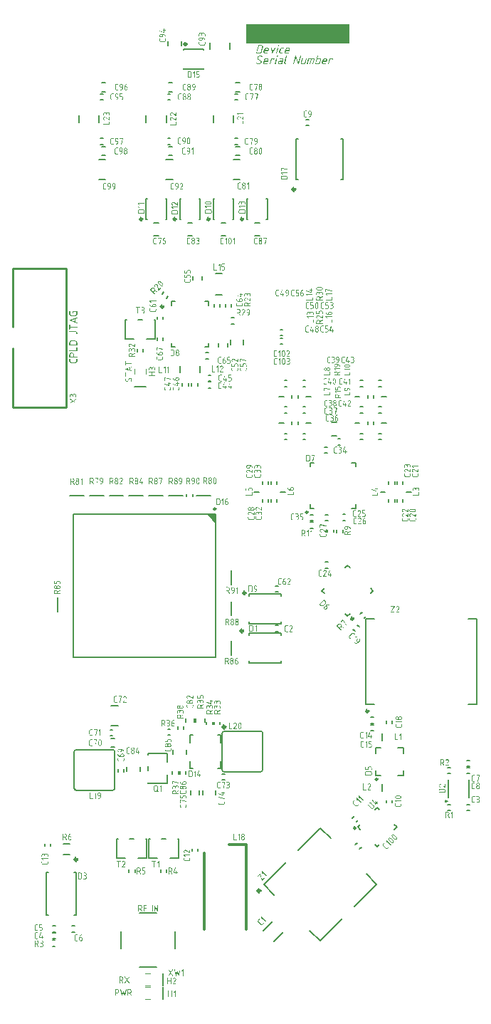
<source format=gto>
G04*
G04 #@! TF.GenerationSoftware,Altium Limited,Altium Designer,21.7.2 (23)*
G04*
G04 Layer_Color=65535*
%FSLAX43Y43*%
%MOMM*%
G71*
G04*
G04 #@! TF.SameCoordinates,A774AA4E-E338-4311-BF28-223F750F7C6B*
G04*
G04*
G04 #@! TF.FilePolarity,Positive*
G04*
G01*
G75*
%ADD10C,0.350*%
%ADD11C,0.250*%
%ADD12C,0.150*%
%ADD13C,0.200*%
%ADD14C,0.100*%
%ADD15C,0.178*%
%ADD16C,0.254*%
%ADD17C,0.300*%
G36*
X75000Y114000D02*
X74000Y115000D01*
X75000D01*
Y114000D01*
D02*
G37*
G36*
X90875Y171000D02*
X78625D01*
Y173250D01*
X90875D01*
Y171000D01*
D02*
G37*
G36*
X82479Y170812D02*
X82489Y170808D01*
X82498Y170801D01*
X82507Y170792D01*
X82513Y170779D01*
X82515Y170762D01*
Y170760D01*
Y170756D01*
X82511Y170747D01*
X82498Y170695D01*
Y170693D01*
X82496Y170690D01*
X82487Y170677D01*
X82481Y170669D01*
X82472Y170662D01*
X82461Y170658D01*
X82448Y170656D01*
X82440D01*
X82431Y170660D01*
X82422Y170664D01*
X82413Y170669D01*
X82403Y170679D01*
X82398Y170692D01*
X82396Y170708D01*
Y170710D01*
Y170714D01*
X82398Y170723D01*
X82413Y170775D01*
Y170777D01*
X82415Y170781D01*
X82418Y170788D01*
X82422Y170795D01*
X82429Y170801D01*
X82439Y170808D01*
X82450Y170812D01*
X82463Y170814D01*
X82470D01*
X82479Y170812D01*
D02*
G37*
G36*
X82066Y170497D02*
X82076Y170492D01*
X82085Y170486D01*
X82094Y170477D01*
X82100Y170464D01*
X82102Y170445D01*
Y170443D01*
Y170436D01*
X82098Y170427D01*
X82094Y170418D01*
X81715Y169797D01*
X81713Y169795D01*
X81711Y169792D01*
X81700Y169781D01*
X81683Y169768D01*
X81674Y169764D01*
X81663Y169762D01*
X81655D01*
X81648Y169764D01*
X81639Y169768D01*
X81629Y169773D01*
X81622Y169782D01*
X81615Y169794D01*
X81613Y169810D01*
X81563Y170447D01*
Y170449D01*
Y170451D01*
X81565Y170460D01*
X81568Y170471D01*
X81578Y170482D01*
X81579Y170484D01*
X81589Y170492D01*
X81600Y170497D01*
X81615Y170499D01*
X81622D01*
X81631Y170497D01*
X81641Y170493D01*
X81650Y170486D01*
X81659Y170479D01*
X81665Y170466D01*
X81668Y170449D01*
X81705Y169979D01*
X82005Y170471D01*
Y170473D01*
X82009Y170475D01*
X82016Y170486D01*
X82031Y170495D01*
X82039Y170497D01*
X82050Y170499D01*
X82057D01*
X82066Y170497D01*
D02*
G37*
G36*
X83613D02*
X83626Y170495D01*
X83638Y170492D01*
X83668Y170482D01*
X83683Y170477D01*
X83700Y170468D01*
X83716Y170458D01*
X83731Y170445D01*
X83746Y170431D01*
X83761Y170414D01*
X83772Y170394D01*
X83783Y170371D01*
Y170369D01*
X83785Y170364D01*
X83788Y170356D01*
X83792Y170347D01*
X83794Y170334D01*
X83798Y170321D01*
X83800Y170292D01*
Y170290D01*
Y170286D01*
Y170281D01*
Y170273D01*
X83796Y170255D01*
X83792Y170234D01*
X83750Y170079D01*
X83313D01*
X83285Y169971D01*
Y169968D01*
X83283Y169958D01*
X83281Y169947D01*
Y169934D01*
Y169931D01*
X83283Y169923D01*
X83285Y169914D01*
X83292Y169901D01*
X83301Y169888D01*
X83316Y169879D01*
X83339Y169871D01*
X83351Y169868D01*
X83633D01*
X83640Y169866D01*
X83651Y169860D01*
X83661Y169855D01*
X83670Y169845D01*
X83676Y169832D01*
X83677Y169814D01*
Y169812D01*
Y169807D01*
X83676Y169797D01*
X83670Y169788D01*
X83664Y169779D01*
X83655Y169770D01*
X83642Y169764D01*
X83624Y169762D01*
X83327D01*
X83314Y169764D01*
X83298Y169768D01*
X83279Y169773D01*
X83259Y169782D01*
X83239Y169794D01*
X83220Y169810D01*
X83218Y169812D01*
X83213Y169819D01*
X83205Y169831D01*
X83196Y169844D01*
X83187Y169862D01*
X83179Y169881D01*
X83174Y169905D01*
X83172Y169929D01*
Y169931D01*
Y169932D01*
Y169942D01*
X83174Y169957D01*
X83177Y169971D01*
X83246Y170234D01*
Y170236D01*
X83248Y170240D01*
X83250Y170247D01*
X83253Y170258D01*
X83257Y170269D01*
X83263Y170282D01*
X83276Y170314D01*
X83292Y170347D01*
X83313Y170381D01*
X83337Y170412D01*
X83350Y170425D01*
X83364Y170438D01*
X83366D01*
X83368Y170440D01*
X83379Y170447D01*
X83398Y170456D01*
X83422Y170469D01*
X83455Y170481D01*
X83494Y170490D01*
X83538Y170497D01*
X83590Y170499D01*
X83603D01*
X83613Y170497D01*
D02*
G37*
G36*
X83048D02*
X83059Y170492D01*
X83068Y170486D01*
X83077Y170477D01*
X83083Y170464D01*
X83085Y170445D01*
Y170443D01*
Y170438D01*
X83083Y170429D01*
X83077Y170419D01*
X83072Y170410D01*
X83063Y170401D01*
X83050Y170395D01*
X83031Y170394D01*
X82842D01*
X82835Y170392D01*
X82816Y170388D01*
X82794Y170381D01*
X82770Y170368D01*
X82759Y170360D01*
X82748Y170349D01*
X82739Y170336D01*
X82729Y170323D01*
X82720Y170306D01*
X82715Y170288D01*
X82631Y169971D01*
Y169968D01*
X82629Y169958D01*
X82627Y169947D01*
Y169938D01*
Y169934D01*
X82629Y169927D01*
X82631Y169916D01*
X82639Y169903D01*
X82648Y169890D01*
X82663Y169879D01*
X82685Y169871D01*
X82698Y169868D01*
X82870D01*
X82879Y169866D01*
X82889Y169860D01*
X82898Y169855D01*
X82907Y169845D01*
X82913Y169832D01*
X82914Y169814D01*
Y169812D01*
Y169807D01*
X82913Y169797D01*
X82909Y169788D01*
X82902Y169779D01*
X82892Y169770D01*
X82879Y169764D01*
X82863Y169762D01*
X82674D01*
X82661Y169764D01*
X82644Y169768D01*
X82626Y169773D01*
X82605Y169782D01*
X82585Y169794D01*
X82566Y169810D01*
X82565Y169812D01*
X82559Y169819D01*
X82552Y169831D01*
X82542Y169844D01*
X82533Y169862D01*
X82526Y169881D01*
X82520Y169905D01*
X82518Y169929D01*
Y169931D01*
Y169932D01*
Y169942D01*
X82520Y169957D01*
X82524Y169971D01*
X82607Y170288D01*
Y170290D01*
X82609Y170294D01*
X82611Y170301D01*
X82615Y170312D01*
X82620Y170323D01*
X82626Y170336D01*
X82640Y170366D01*
X82659Y170399D01*
X82683Y170429D01*
X82715Y170456D01*
X82731Y170468D01*
X82750Y170477D01*
X82752Y170479D01*
X82759Y170481D01*
X82770Y170484D01*
X82787Y170488D01*
X82805Y170492D01*
X82827Y170495D01*
X82853Y170499D01*
X83040D01*
X83048Y170497D01*
D02*
G37*
G36*
X82390D02*
X82402Y170492D01*
X82413Y170482D01*
X82415Y170481D01*
X82422Y170473D01*
X82427Y170460D01*
X82429Y170445D01*
Y170443D01*
Y170440D01*
X82427Y170431D01*
X82259Y169801D01*
Y169799D01*
X82257Y169795D01*
X82253Y169788D01*
X82248Y169782D01*
X82242Y169775D01*
X82233Y169768D01*
X82222Y169764D01*
X82207Y169762D01*
X82203D01*
X82194Y169764D01*
X82183Y169768D01*
X82170Y169777D01*
X82168Y169779D01*
X82163Y169786D01*
X82157Y169797D01*
X82155Y169812D01*
Y169814D01*
Y169818D01*
X82159Y169827D01*
X82328Y170458D01*
Y170460D01*
X82329Y170464D01*
X82333Y170471D01*
X82339Y170479D01*
X82344Y170486D01*
X82353Y170493D01*
X82365Y170497D01*
X82378Y170499D01*
X82381D01*
X82390Y170497D01*
D02*
G37*
G36*
X81105D02*
X81118Y170495D01*
X81131Y170492D01*
X81161Y170482D01*
X81176Y170477D01*
X81192Y170468D01*
X81209Y170458D01*
X81224Y170445D01*
X81239Y170431D01*
X81254Y170414D01*
X81265Y170394D01*
X81276Y170371D01*
Y170369D01*
X81278Y170364D01*
X81281Y170356D01*
X81285Y170347D01*
X81287Y170334D01*
X81291Y170321D01*
X81292Y170292D01*
Y170290D01*
Y170286D01*
Y170281D01*
Y170273D01*
X81289Y170255D01*
X81285Y170234D01*
X81242Y170079D01*
X80805D01*
X80778Y169971D01*
Y169968D01*
X80776Y169958D01*
X80774Y169947D01*
Y169934D01*
Y169931D01*
X80776Y169923D01*
X80778Y169914D01*
X80785Y169901D01*
X80794Y169888D01*
X80809Y169879D01*
X80831Y169871D01*
X80844Y169868D01*
X81126D01*
X81133Y169866D01*
X81144Y169860D01*
X81154Y169855D01*
X81163Y169845D01*
X81168Y169832D01*
X81170Y169814D01*
Y169812D01*
Y169807D01*
X81168Y169797D01*
X81163Y169788D01*
X81157Y169779D01*
X81148Y169770D01*
X81135Y169764D01*
X81117Y169762D01*
X80820D01*
X80807Y169764D01*
X80791Y169768D01*
X80772Y169773D01*
X80752Y169782D01*
X80731Y169794D01*
X80713Y169810D01*
X80711Y169812D01*
X80705Y169819D01*
X80698Y169831D01*
X80689Y169844D01*
X80680Y169862D01*
X80672Y169881D01*
X80667Y169905D01*
X80665Y169929D01*
Y169931D01*
Y169932D01*
Y169942D01*
X80667Y169957D01*
X80670Y169971D01*
X80739Y170234D01*
Y170236D01*
X80741Y170240D01*
X80742Y170247D01*
X80746Y170258D01*
X80750Y170269D01*
X80755Y170282D01*
X80768Y170314D01*
X80785Y170347D01*
X80805Y170381D01*
X80830Y170412D01*
X80842Y170425D01*
X80857Y170438D01*
X80859D01*
X80861Y170440D01*
X80872Y170447D01*
X80891Y170456D01*
X80915Y170469D01*
X80948Y170481D01*
X80987Y170490D01*
X81031Y170497D01*
X81083Y170499D01*
X81096D01*
X81105Y170497D01*
D02*
G37*
G36*
X80418Y170812D02*
X80435Y170810D01*
X80454Y170805D01*
X80476Y170797D01*
X80502Y170784D01*
X80526Y170768D01*
X80550Y170743D01*
X80552Y170740D01*
X80559Y170732D01*
X80570Y170718D01*
X80581Y170699D01*
X80593Y170677D01*
X80604Y170651D01*
X80611Y170621D01*
X80613Y170592D01*
Y170588D01*
Y170579D01*
X80611Y170566D01*
X80607Y170551D01*
X80467Y170025D01*
Y170021D01*
X80463Y170014D01*
X80457Y170001D01*
X80452Y169984D01*
X80441Y169964D01*
X80430Y169942D01*
X80415Y169918D01*
X80396Y169894D01*
X80376Y169869D01*
X80350Y169845D01*
X80322Y169823D01*
X80291Y169803D01*
X80256Y169786D01*
X80215Y169773D01*
X80170Y169766D01*
X80122Y169762D01*
X79791D01*
X79781Y169764D01*
X79770Y169768D01*
X79759Y169777D01*
X79757Y169779D01*
X79756Y169788D01*
X79754Y169799D01*
X79756Y169814D01*
X80009Y170762D01*
Y170764D01*
X80013Y170769D01*
X80017Y170779D01*
X80022Y170788D01*
X80031Y170797D01*
X80044Y170806D01*
X80059Y170812D01*
X80078Y170814D01*
X80409D01*
X80418Y170812D01*
D02*
G37*
G36*
X82335Y169550D02*
X82344Y169546D01*
X82353Y169539D01*
X82363Y169530D01*
X82368Y169517D01*
X82370Y169500D01*
Y169498D01*
Y169494D01*
X82366Y169485D01*
X82353Y169433D01*
Y169431D01*
X82352Y169428D01*
X82342Y169415D01*
X82337Y169407D01*
X82328Y169400D01*
X82316Y169396D01*
X82303Y169394D01*
X82296D01*
X82287Y169398D01*
X82278Y169402D01*
X82268Y169407D01*
X82259Y169417D01*
X82253Y169430D01*
X82252Y169446D01*
Y169448D01*
Y169452D01*
X82253Y169461D01*
X82268Y169513D01*
Y169515D01*
X82270Y169518D01*
X82274Y169526D01*
X82278Y169533D01*
X82285Y169539D01*
X82294Y169546D01*
X82305Y169550D01*
X82318Y169552D01*
X82326D01*
X82335Y169550D01*
D02*
G37*
G36*
X80296D02*
X80322Y169548D01*
X80352Y169544D01*
X80385Y169541D01*
X80418Y169533D01*
X80452Y169524D01*
X80454D01*
X80459Y169522D01*
X80467Y169518D01*
X80478Y169515D01*
X80502Y169505D01*
X80528Y169492D01*
X80530D01*
X80531Y169491D01*
X80543Y169481D01*
X80552Y169467D01*
X80554Y169457D01*
X80555Y169446D01*
Y169443D01*
X80554Y169433D01*
X80550Y169422D01*
X80541Y169409D01*
X80539Y169407D01*
X80531Y169402D01*
X80518Y169396D01*
X80504Y169394D01*
X80496D01*
X80489Y169396D01*
X80480Y169400D01*
X80478D01*
X80476Y169402D01*
X80470Y169404D01*
X80461Y169407D01*
X80452Y169411D01*
X80441Y169415D01*
X80428Y169418D01*
X80411Y169424D01*
X80376Y169431D01*
X80333Y169439D01*
X80285Y169444D01*
X80231Y169446D01*
X80220D01*
X80213Y169444D01*
X80193Y169441D01*
X80167Y169433D01*
X80137Y169422D01*
X80107Y169404D01*
X80093Y169393D01*
X80078Y169378D01*
X80063Y169363D01*
X80050Y169344D01*
X80048Y169343D01*
X80044Y169337D01*
X80041Y169326D01*
X80035Y169315D01*
X80028Y169298D01*
X80024Y169280D01*
X80020Y169261D01*
X80018Y169239D01*
Y169235D01*
X80020Y169228D01*
X80022Y169217D01*
X80026Y169202D01*
X80033Y169187D01*
X80043Y169170D01*
X80057Y169155D01*
X80076Y169143D01*
X80341Y168991D01*
X80343D01*
X80344Y168989D01*
X80355Y168981D01*
X80370Y168968D01*
X80389Y168950D01*
X80407Y168926D01*
X80422Y168896D01*
X80433Y168861D01*
X80435Y168841D01*
X80437Y168820D01*
Y168818D01*
Y168817D01*
Y168811D01*
X80435Y168804D01*
X80433Y168783D01*
X80428Y168757D01*
X80418Y168728D01*
X80405Y168694D01*
X80387Y168659D01*
X80363Y168622D01*
X80361Y168620D01*
X80359Y168617D01*
X80354Y168611D01*
X80346Y168604D01*
X80337Y168594D01*
X80324Y168583D01*
X80311Y168572D01*
X80294Y168561D01*
X80276Y168550D01*
X80256Y168539D01*
X80233Y168528D01*
X80209Y168519D01*
X80181Y168511D01*
X80152Y168506D01*
X80120Y168502D01*
X80087Y168500D01*
X80067D01*
X80057Y168502D01*
X80044D01*
X80017Y168506D01*
X79983Y168511D01*
X79948Y168520D01*
X79911Y168531D01*
X79874Y168548D01*
X79872Y168550D01*
X79865Y168554D01*
X79856Y168559D01*
X79843Y168567D01*
X79828Y168576D01*
X79809Y168589D01*
X79769Y168617D01*
X79765Y168620D01*
X79759Y168628D01*
X79754Y168641D01*
X79750Y168657D01*
Y168659D01*
Y168661D01*
X79752Y168670D01*
X79756Y168681D01*
X79765Y168693D01*
X79767Y168694D01*
X79776Y168702D01*
X79787Y168707D01*
X79802Y168709D01*
X79806D01*
X79813Y168707D01*
X79822Y168706D01*
X79833Y168700D01*
X79835Y168698D01*
X79839Y168696D01*
X79846Y168691D01*
X79857Y168685D01*
X79869Y168678D01*
X79883Y168670D01*
X79900Y168661D01*
X79919Y168654D01*
X79961Y168635D01*
X80009Y168620D01*
X80061Y168609D01*
X80087Y168607D01*
X80115Y168606D01*
X80126D01*
X80133Y168607D01*
X80154Y168611D01*
X80178Y168619D01*
X80206Y168630D01*
X80235Y168646D01*
X80250Y168657D01*
X80265Y168670D01*
X80280Y168685D01*
X80293Y168702D01*
X80294Y168704D01*
X80298Y168711D01*
X80304Y168720D01*
X80311Y168735D01*
X80318Y168752D01*
X80324Y168772D01*
X80328Y168794D01*
X80330Y168818D01*
Y168820D01*
Y168828D01*
X80326Y168839D01*
X80322Y168854D01*
X80315Y168868D01*
X80304Y168883D01*
X80289Y168900D01*
X80268Y168913D01*
X80004Y169065D01*
X80002Y169067D01*
X79996Y169068D01*
X79989Y169076D01*
X79980Y169083D01*
X79968Y169094D01*
X79957Y169105D01*
X79946Y169122D01*
X79935Y169139D01*
X79933Y169141D01*
X79931Y169148D01*
X79928Y169157D01*
X79924Y169170D01*
X79919Y169185D01*
X79915Y169202D01*
X79913Y169220D01*
X79911Y169239D01*
Y169241D01*
Y169244D01*
Y169250D01*
X79913Y169257D01*
X79915Y169278D01*
X79922Y169305D01*
X79931Y169337D01*
X79946Y169372D01*
X79968Y169407D01*
X79981Y169426D01*
X79996Y169444D01*
X79998Y169446D01*
X80000Y169450D01*
X80007Y169454D01*
X80015Y169461D01*
X80024Y169468D01*
X80035Y169478D01*
X80050Y169489D01*
X80067Y169498D01*
X80083Y169507D01*
X80104Y169518D01*
X80148Y169535D01*
X80174Y169542D01*
X80200Y169548D01*
X80230Y169550D01*
X80259Y169552D01*
X80278D01*
X80296Y169550D01*
D02*
G37*
G36*
X88899Y169235D02*
X88908Y169230D01*
X88918Y169224D01*
X88927Y169215D01*
X88932Y169202D01*
X88934Y169183D01*
Y169181D01*
Y169180D01*
X88932Y169170D01*
X88905Y169065D01*
Y169063D01*
X88903Y169059D01*
X88895Y169046D01*
X88888Y169039D01*
X88881Y169031D01*
X88869Y169028D01*
X88856Y169026D01*
X88853D01*
X88843Y169028D01*
X88832Y169031D01*
X88818Y169041D01*
X88816Y169043D01*
X88810Y169050D01*
X88803Y169061D01*
X88801Y169076D01*
Y169078D01*
Y169081D01*
X88805Y169093D01*
X88816Y169131D01*
X88595D01*
X88436Y168539D01*
Y168537D01*
X88434Y168533D01*
X88425Y168520D01*
X88419Y168513D01*
X88410Y168506D01*
X88399Y168502D01*
X88386Y168500D01*
X88382D01*
X88373Y168502D01*
X88362Y168506D01*
X88349Y168515D01*
X88347Y168517D01*
X88342Y168524D01*
X88336Y168535D01*
X88334Y168550D01*
Y168552D01*
Y168556D01*
X88336Y168567D01*
X88505Y169196D01*
Y169198D01*
X88507Y169202D01*
X88510Y169209D01*
X88516Y169217D01*
X88523Y169224D01*
X88531Y169231D01*
X88544Y169235D01*
X88557Y169237D01*
X88890D01*
X88899Y169235D01*
D02*
G37*
G36*
X81922Y169235D02*
X81931Y169230D01*
X81941Y169224D01*
X81950Y169215D01*
X81955Y169202D01*
X81957Y169183D01*
Y169181D01*
Y169180D01*
X81955Y169170D01*
X81928Y169065D01*
Y169063D01*
X81926Y169059D01*
X81918Y169046D01*
X81911Y169039D01*
X81903Y169031D01*
X81892Y169028D01*
X81879Y169026D01*
X81876D01*
X81866Y169028D01*
X81855Y169031D01*
X81841Y169041D01*
X81839Y169043D01*
X81833Y169050D01*
X81826Y169061D01*
X81824Y169076D01*
Y169078D01*
Y169081D01*
X81828Y169093D01*
X81839Y169131D01*
X81618D01*
X81459Y168539D01*
Y168537D01*
X81457Y168533D01*
X81448Y168520D01*
X81442Y168513D01*
X81433Y168506D01*
X81422Y168502D01*
X81409Y168500D01*
X81405D01*
X81396Y168502D01*
X81385Y168506D01*
X81372Y168515D01*
X81370Y168517D01*
X81365Y168524D01*
X81359Y168535D01*
X81357Y168550D01*
Y168552D01*
Y168556D01*
X81359Y168567D01*
X81528Y169196D01*
Y169198D01*
X81529Y169202D01*
X81533Y169209D01*
X81539Y169217D01*
X81546Y169224D01*
X81554Y169231D01*
X81566Y169235D01*
X81579Y169237D01*
X81913D01*
X81922Y169235D01*
D02*
G37*
G36*
X85061Y169550D02*
X85070Y169546D01*
X85079Y169539D01*
X85088Y169530D01*
X85094Y169517D01*
X85096Y169500D01*
Y169498D01*
Y169494D01*
X85094Y169485D01*
X84840Y168539D01*
Y168537D01*
X84838Y168533D01*
X84829Y168520D01*
X84824Y168513D01*
X84814Y168506D01*
X84803Y168502D01*
X84790Y168500D01*
X84785D01*
X84777Y168502D01*
X84770Y168506D01*
X84761Y168509D01*
X84753Y168515D01*
X84746Y168524D01*
X84740Y168537D01*
X84501Y169313D01*
X84294Y168539D01*
Y168537D01*
X84292Y168533D01*
X84283Y168520D01*
X84277Y168513D01*
X84268Y168506D01*
X84257Y168502D01*
X84244Y168500D01*
X84240D01*
X84231Y168502D01*
X84220Y168506D01*
X84207Y168515D01*
X84205Y168517D01*
X84200Y168524D01*
X84194Y168535D01*
X84192Y168550D01*
Y168552D01*
Y168556D01*
X84194Y168567D01*
X84448Y169513D01*
Y169515D01*
X84450Y169518D01*
X84459Y169533D01*
X84464Y169539D01*
X84474Y169546D01*
X84485Y169550D01*
X84498Y169552D01*
X84503D01*
X84511Y169550D01*
X84518Y169548D01*
X84527Y169542D01*
X84535Y169537D01*
X84542Y169528D01*
X84548Y169515D01*
X84787Y168739D01*
X84994Y169513D01*
Y169515D01*
X84996Y169518D01*
X85005Y169533D01*
X85011Y169539D01*
X85020Y169546D01*
X85031Y169550D01*
X85044Y169552D01*
X85051D01*
X85061Y169550D01*
D02*
G37*
G36*
X85738Y169235D02*
X85748Y169231D01*
X85757Y169224D01*
X85766Y169215D01*
X85772Y169202D01*
X85773Y169185D01*
Y169183D01*
Y169180D01*
Y169174D01*
X85772Y169168D01*
X85605Y168552D01*
Y168550D01*
X85601Y168544D01*
X85598Y168535D01*
X85592Y168526D01*
X85583Y168517D01*
X85570Y168507D01*
X85555Y168502D01*
X85536Y168500D01*
X85255D01*
X85242Y168502D01*
X85225Y168506D01*
X85207Y168511D01*
X85186Y168520D01*
X85166Y168531D01*
X85148Y168548D01*
X85146Y168550D01*
X85140Y168557D01*
X85133Y168569D01*
X85124Y168581D01*
X85114Y168600D01*
X85107Y168619D01*
X85101Y168643D01*
X85099Y168667D01*
Y168669D01*
Y168670D01*
Y168680D01*
X85101Y168694D01*
X85105Y168709D01*
X85235Y169196D01*
Y169198D01*
X85236Y169202D01*
X85240Y169209D01*
X85244Y169217D01*
X85251Y169224D01*
X85261Y169231D01*
X85272Y169235D01*
X85285Y169237D01*
X85294D01*
X85301Y169235D01*
X85312Y169231D01*
X85322Y169224D01*
X85331Y169215D01*
X85336Y169202D01*
X85338Y169185D01*
Y169183D01*
Y169180D01*
X85335Y169170D01*
X85212Y168709D01*
Y168706D01*
X85211Y168696D01*
X85209Y168685D01*
Y168672D01*
Y168669D01*
X85211Y168661D01*
X85212Y168652D01*
X85220Y168639D01*
X85229Y168626D01*
X85244Y168617D01*
X85266Y168609D01*
X85279Y168606D01*
X85512D01*
X85672Y169196D01*
Y169198D01*
X85673Y169202D01*
X85677Y169209D01*
X85683Y169217D01*
X85688Y169224D01*
X85698Y169231D01*
X85709Y169235D01*
X85722Y169237D01*
X85729D01*
X85738Y169235D01*
D02*
G37*
G36*
X88047Y169235D02*
X88060Y169233D01*
X88073Y169230D01*
X88103Y169220D01*
X88118Y169215D01*
X88134Y169205D01*
X88151Y169196D01*
X88166Y169183D01*
X88181Y169168D01*
X88195Y169152D01*
X88207Y169131D01*
X88218Y169109D01*
Y169107D01*
X88219Y169102D01*
X88223Y169094D01*
X88227Y169085D01*
X88229Y169072D01*
X88232Y169059D01*
X88234Y169030D01*
Y169028D01*
Y169024D01*
Y169018D01*
Y169011D01*
X88231Y168993D01*
X88227Y168972D01*
X88184Y168817D01*
X87747D01*
X87720Y168709D01*
Y168706D01*
X87718Y168696D01*
X87716Y168685D01*
Y168672D01*
Y168669D01*
X87718Y168661D01*
X87720Y168652D01*
X87727Y168639D01*
X87736Y168626D01*
X87751Y168617D01*
X87773Y168609D01*
X87786Y168606D01*
X88068D01*
X88075Y168604D01*
X88086Y168598D01*
X88095Y168593D01*
X88105Y168583D01*
X88110Y168570D01*
X88112Y168552D01*
Y168550D01*
Y168544D01*
X88110Y168535D01*
X88105Y168526D01*
X88099Y168517D01*
X88090Y168507D01*
X88077Y168502D01*
X88058Y168500D01*
X87762D01*
X87749Y168502D01*
X87733Y168506D01*
X87714Y168511D01*
X87694Y168520D01*
X87673Y168531D01*
X87655Y168548D01*
X87653Y168550D01*
X87647Y168557D01*
X87640Y168569D01*
X87631Y168581D01*
X87621Y168600D01*
X87614Y168619D01*
X87608Y168643D01*
X87607Y168667D01*
Y168669D01*
Y168670D01*
Y168680D01*
X87608Y168694D01*
X87612Y168709D01*
X87681Y168972D01*
Y168974D01*
X87683Y168978D01*
X87684Y168985D01*
X87688Y168996D01*
X87692Y169007D01*
X87697Y169020D01*
X87710Y169052D01*
X87727Y169085D01*
X87747Y169118D01*
X87771Y169150D01*
X87784Y169163D01*
X87799Y169176D01*
X87801D01*
X87803Y169178D01*
X87814Y169185D01*
X87832Y169194D01*
X87857Y169207D01*
X87890Y169218D01*
X87929Y169228D01*
X87973Y169235D01*
X88025Y169237D01*
X88038D01*
X88047Y169235D01*
D02*
G37*
G36*
X87131Y169550D02*
X87140Y169546D01*
X87149Y169539D01*
X87158Y169530D01*
X87164Y169517D01*
X87166Y169500D01*
Y169498D01*
Y169494D01*
X87164Y169485D01*
X87097Y169237D01*
X87327D01*
X87340Y169235D01*
X87357Y169231D01*
X87375Y169224D01*
X87396Y169217D01*
X87416Y169204D01*
X87434Y169187D01*
X87436Y169185D01*
X87442Y169178D01*
X87451Y169168D01*
X87460Y169154D01*
X87468Y169137D01*
X87477Y169117D01*
X87483Y169094D01*
X87484Y169068D01*
Y169067D01*
Y169065D01*
Y169055D01*
X87481Y169041D01*
X87477Y169026D01*
X87392Y168709D01*
Y168707D01*
X87390Y168704D01*
X87388Y168698D01*
X87386Y168691D01*
X87379Y168670D01*
X87368Y168646D01*
X87355Y168619D01*
X87338Y168593D01*
X87320Y168567D01*
X87297Y168546D01*
X87294Y168544D01*
X87286Y168539D01*
X87271Y168531D01*
X87251Y168524D01*
X87225Y168515D01*
X87196Y168507D01*
X87158Y168502D01*
X87118Y168500D01*
X86857Y168500D01*
X86847Y168502D01*
X86836Y168506D01*
X86823Y168515D01*
X86821Y168519D01*
X86816Y168526D01*
X86810Y168537D01*
X86809Y168552D01*
Y168554D01*
Y168556D01*
Y168565D01*
X87064Y169513D01*
Y169515D01*
X87066Y169518D01*
X87070Y169526D01*
X87073Y169533D01*
X87081Y169539D01*
X87090Y169546D01*
X87101Y169550D01*
X87114Y169552D01*
X87121D01*
X87131Y169550D01*
D02*
G37*
G36*
X86579Y169235D02*
X86596Y169231D01*
X86614Y169224D01*
X86634Y169217D01*
X86655Y169204D01*
X86673Y169187D01*
X86675Y169185D01*
X86681Y169178D01*
X86688Y169168D01*
X86697Y169154D01*
X86707Y169137D01*
X86714Y169117D01*
X86720Y169094D01*
X86721Y169068D01*
Y169067D01*
Y169065D01*
Y169055D01*
X86718Y169041D01*
X86714Y169026D01*
X86584Y168539D01*
Y168537D01*
X86583Y168533D01*
X86573Y168520D01*
X86568Y168513D01*
X86559Y168506D01*
X86547Y168502D01*
X86534Y168500D01*
X86531D01*
X86522Y168502D01*
X86509Y168506D01*
X86496Y168515D01*
X86494Y168517D01*
X86488Y168524D01*
X86483Y168535D01*
X86481Y168550D01*
Y168552D01*
Y168556D01*
X86484Y168565D01*
X86607Y169024D01*
Y169026D01*
X86609Y169028D01*
X86610Y169037D01*
X86612Y169050D01*
Y169065D01*
Y169068D01*
X86610Y169076D01*
X86609Y169085D01*
X86601Y169098D01*
X86592Y169111D01*
X86575Y169120D01*
X86555Y169128D01*
X86540Y169131D01*
X86416D01*
X86257Y168539D01*
Y168537D01*
X86255Y168533D01*
X86246Y168520D01*
X86240Y168513D01*
X86231Y168506D01*
X86220Y168502D01*
X86207Y168500D01*
X86203D01*
X86194Y168502D01*
X86183Y168506D01*
X86170Y168515D01*
X86168Y168517D01*
X86162Y168524D01*
X86155Y168535D01*
X86153Y168550D01*
Y168552D01*
Y168556D01*
X86157Y168565D01*
X86309Y169131D01*
X86088D01*
X85929Y168539D01*
Y168537D01*
X85927Y168533D01*
X85918Y168520D01*
X85912Y168513D01*
X85903Y168506D01*
X85892Y168502D01*
X85879Y168500D01*
X85875D01*
X85866Y168502D01*
X85855Y168506D01*
X85842Y168515D01*
X85840Y168517D01*
X85835Y168524D01*
X85829Y168535D01*
X85827Y168550D01*
Y168552D01*
Y168556D01*
X85829Y168567D01*
X85997Y169196D01*
Y169198D01*
X85999Y169202D01*
X86003Y169209D01*
X86009Y169217D01*
X86016Y169224D01*
X86023Y169231D01*
X86036Y169235D01*
X86049Y169237D01*
X86566D01*
X86579Y169235D01*
D02*
G37*
G36*
X83426Y169550D02*
X83435Y169546D01*
X83444Y169539D01*
X83453Y169530D01*
X83459Y169517D01*
X83461Y169500D01*
Y169498D01*
Y169494D01*
X83457Y169485D01*
X83235Y168657D01*
Y168656D01*
Y168650D01*
X83233Y168643D01*
Y168633D01*
Y168631D01*
Y168630D01*
X83237Y168620D01*
X83240Y168615D01*
X83246Y168609D01*
X83253Y168607D01*
X83263Y168606D01*
X83272D01*
X83279Y168604D01*
X83290Y168598D01*
X83300Y168593D01*
X83309Y168583D01*
X83314Y168570D01*
X83316Y168552D01*
Y168550D01*
Y168544D01*
X83314Y168535D01*
X83309Y168526D01*
X83303Y168517D01*
X83294Y168507D01*
X83281Y168502D01*
X83263Y168500D01*
X83253D01*
X83242Y168502D01*
X83229Y168504D01*
X83214Y168509D01*
X83198Y168515D01*
X83181Y168524D01*
X83164Y168535D01*
X83163Y168537D01*
X83159Y168543D01*
X83151Y168550D01*
X83144Y168561D01*
X83137Y168574D01*
X83129Y168589D01*
X83126Y168607D01*
X83124Y168626D01*
Y168628D01*
Y168635D01*
X83126Y168646D01*
X83127Y168657D01*
X83357Y169513D01*
Y169515D01*
X83359Y169518D01*
X83363Y169526D01*
X83368Y169533D01*
X83376Y169539D01*
X83383Y169546D01*
X83396Y169550D01*
X83409Y169552D01*
X83416D01*
X83426Y169550D01*
D02*
G37*
G36*
X82872Y169235D02*
X82889Y169231D01*
X82907Y169224D01*
X82927Y169217D01*
X82948Y169204D01*
X82966Y169187D01*
X82968Y169185D01*
X82974Y169178D01*
X82981Y169168D01*
X82990Y169154D01*
X83000Y169137D01*
X83007Y169117D01*
X83013Y169094D01*
X83014Y169068D01*
Y169067D01*
Y169065D01*
Y169055D01*
X83013Y169041D01*
X83009Y169026D01*
X82877Y168539D01*
Y168537D01*
X82876Y168533D01*
X82866Y168520D01*
X82861Y168513D01*
X82852Y168506D01*
X82840Y168502D01*
X82827Y168500D01*
X82529D01*
X82516Y168502D01*
X82500Y168506D01*
X82481Y168511D01*
X82463Y168520D01*
X82442Y168531D01*
X82424Y168548D01*
X82422Y168550D01*
X82416Y168557D01*
X82409Y168569D01*
X82400Y168581D01*
X82390Y168600D01*
X82383Y168619D01*
X82378Y168643D01*
X82376Y168667D01*
Y168669D01*
Y168672D01*
Y168678D01*
X82378Y168687D01*
X82379Y168709D01*
X82385Y168737D01*
X82396Y168767D01*
X82409Y168798D01*
X82429Y168830D01*
X82440Y168844D01*
X82455Y168857D01*
X82459Y168861D01*
X82468Y168868D01*
X82485Y168878D01*
X82509Y168891D01*
X82537Y168902D01*
X82570Y168913D01*
X82611Y168920D01*
X82655Y168922D01*
X82874D01*
X82902Y169026D01*
Y169028D01*
Y169030D01*
X82903Y169039D01*
X82905Y169050D01*
Y169063D01*
Y169067D01*
X82903Y169074D01*
X82902Y169085D01*
X82894Y169098D01*
X82885Y169109D01*
X82868Y169120D01*
X82848Y169128D01*
X82833Y169131D01*
X82607D01*
X82598Y169135D01*
X82589Y169139D01*
X82579Y169144D01*
X82570Y169154D01*
X82565Y169167D01*
X82563Y169183D01*
Y169185D01*
Y169193D01*
X82566Y169200D01*
X82570Y169211D01*
X82576Y169220D01*
X82585Y169230D01*
X82598Y169235D01*
X82615Y169237D01*
X82859D01*
X82872Y169235D01*
D02*
G37*
G36*
X82246D02*
X82257Y169230D01*
X82268Y169220D01*
X82270Y169218D01*
X82278Y169211D01*
X82283Y169198D01*
X82285Y169183D01*
Y169181D01*
Y169178D01*
X82283Y169168D01*
X82115Y168539D01*
Y168537D01*
X82113Y168533D01*
X82109Y168526D01*
X82103Y168520D01*
X82098Y168513D01*
X82089Y168506D01*
X82078Y168502D01*
X82063Y168500D01*
X82059D01*
X82050Y168502D01*
X82039Y168506D01*
X82026Y168515D01*
X82024Y168517D01*
X82018Y168524D01*
X82013Y168535D01*
X82011Y168550D01*
Y168552D01*
Y168556D01*
X82015Y168565D01*
X82183Y169196D01*
Y169198D01*
X82185Y169202D01*
X82189Y169209D01*
X82194Y169217D01*
X82200Y169224D01*
X82209Y169231D01*
X82220Y169235D01*
X82233Y169237D01*
X82237D01*
X82246Y169235D01*
D02*
G37*
G36*
X81070D02*
X81083Y169233D01*
X81096Y169230D01*
X81126Y169220D01*
X81141Y169215D01*
X81157Y169205D01*
X81174Y169196D01*
X81189Y169183D01*
X81204Y169168D01*
X81218Y169152D01*
X81229Y169131D01*
X81241Y169109D01*
Y169107D01*
X81242Y169102D01*
X81246Y169094D01*
X81250Y169085D01*
X81252Y169072D01*
X81255Y169059D01*
X81257Y169030D01*
Y169028D01*
Y169024D01*
Y169018D01*
Y169011D01*
X81254Y168993D01*
X81250Y168972D01*
X81207Y168817D01*
X80770D01*
X80742Y168709D01*
Y168706D01*
X80741Y168696D01*
X80739Y168685D01*
Y168672D01*
Y168669D01*
X80741Y168661D01*
X80742Y168652D01*
X80750Y168639D01*
X80759Y168626D01*
X80774Y168617D01*
X80796Y168609D01*
X80809Y168606D01*
X81091D01*
X81098Y168604D01*
X81109Y168598D01*
X81118Y168593D01*
X81128Y168583D01*
X81133Y168570D01*
X81135Y168552D01*
Y168550D01*
Y168544D01*
X81133Y168535D01*
X81128Y168526D01*
X81122Y168517D01*
X81113Y168507D01*
X81100Y168502D01*
X81081Y168500D01*
X80785D01*
X80772Y168502D01*
X80755Y168506D01*
X80737Y168511D01*
X80717Y168520D01*
X80696Y168531D01*
X80678Y168548D01*
X80676Y168550D01*
X80670Y168557D01*
X80663Y168569D01*
X80654Y168581D01*
X80644Y168600D01*
X80637Y168619D01*
X80631Y168643D01*
X80630Y168667D01*
Y168669D01*
Y168670D01*
Y168680D01*
X80631Y168694D01*
X80635Y168709D01*
X80704Y168972D01*
Y168974D01*
X80705Y168978D01*
X80707Y168985D01*
X80711Y168996D01*
X80715Y169007D01*
X80720Y169020D01*
X80733Y169052D01*
X80750Y169085D01*
X80770Y169118D01*
X80794Y169150D01*
X80807Y169163D01*
X80822Y169176D01*
X80824D01*
X80826Y169178D01*
X80837Y169185D01*
X80855Y169194D01*
X80880Y169207D01*
X80913Y169218D01*
X80952Y169228D01*
X80996Y169235D01*
X81048Y169237D01*
X81061D01*
X81070Y169235D01*
D02*
G37*
G36*
X64265Y133194D02*
X64272Y133189D01*
X64279Y133185D01*
X64286Y133178D01*
X64290Y133169D01*
X64291Y133155D01*
Y132998D01*
X64961D01*
X64963D01*
X64967D01*
X64974Y132997D01*
X64981Y132993D01*
X64988Y132988D01*
X64994Y132981D01*
X64999Y132972D01*
X65000Y132958D01*
Y132952D01*
X64997Y132945D01*
X64994Y132938D01*
X64990Y132932D01*
X64983Y132925D01*
X64974Y132920D01*
X64961Y132919D01*
X64291D01*
Y132755D01*
X64289Y132748D01*
X64286Y132742D01*
X64282Y132735D01*
X64275Y132728D01*
X64265Y132723D01*
X64252Y132722D01*
X64251D01*
X64246D01*
X64240Y132725D01*
X64232Y132728D01*
X64225Y132732D01*
X64218Y132739D01*
X64214Y132748D01*
X64212Y132761D01*
Y133162D01*
X64214Y133167D01*
X64218Y133176D01*
X64222Y133183D01*
X64229Y133189D01*
X64239Y133194D01*
X64252Y133195D01*
X64254D01*
X64258D01*
X64265Y133194D01*
D02*
G37*
G36*
X64974Y132561D02*
X64981Y132558D01*
X64988Y132553D01*
X64994Y132546D01*
X64999Y132536D01*
X65000Y132524D01*
Y132520D01*
X64999Y132514D01*
X64997Y132509D01*
X64993Y132503D01*
X64989Y132496D01*
X64982Y132490D01*
X64974Y132486D01*
X64803Y132429D01*
Y132145D01*
X64974Y132088D01*
X64975D01*
X64978Y132087D01*
X64986Y132080D01*
X64992Y132074D01*
X64996Y132069D01*
X64999Y132061D01*
X65000Y132051D01*
Y132045D01*
X64997Y132038D01*
X64994Y132031D01*
X64990Y132025D01*
X64983Y132018D01*
X64974Y132013D01*
X64961Y132012D01*
X64960D01*
X64957D01*
X64949Y132013D01*
X64244Y132248D01*
X64243D01*
X64239Y132251D01*
X64234Y132253D01*
X64228Y132257D01*
X64222Y132262D01*
X64218Y132269D01*
X64214Y132277D01*
X64212Y132287D01*
Y132291D01*
X64214Y132296D01*
X64216Y132302D01*
X64219Y132309D01*
X64225Y132316D01*
X64233Y132321D01*
X64243Y132325D01*
X64949Y132561D01*
X64950D01*
X64953Y132563D01*
X64961D01*
X64963D01*
X64967D01*
X64974Y132561D01*
D02*
G37*
G36*
X64265Y131853D02*
X64272Y131848D01*
X64279Y131844D01*
X64286Y131837D01*
X64290Y131828D01*
X64291Y131814D01*
Y131657D01*
X64961D01*
X64963D01*
X64967D01*
X64974Y131656D01*
X64981Y131651D01*
X64988Y131647D01*
X64994Y131640D01*
X64999Y131631D01*
X65000Y131617D01*
Y131611D01*
X64997Y131604D01*
X64994Y131597D01*
X64990Y131590D01*
X64983Y131583D01*
X64974Y131579D01*
X64961Y131578D01*
X64291D01*
Y131414D01*
X64289Y131407D01*
X64286Y131400D01*
X64282Y131393D01*
X64275Y131387D01*
X64265Y131382D01*
X64252Y131381D01*
X64251D01*
X64246D01*
X64240Y131384D01*
X64232Y131387D01*
X64225Y131391D01*
X64218Y131398D01*
X64214Y131407D01*
X64212Y131420D01*
Y131821D01*
X64214Y131826D01*
X64218Y131835D01*
X64222Y131841D01*
X64229Y131848D01*
X64239Y131853D01*
X64252Y131854D01*
X64254D01*
X64258D01*
X64265Y131853D01*
D02*
G37*
G36*
X64817Y131222D02*
X64832Y131220D01*
X64852Y131216D01*
X64874Y131209D01*
X64896Y131198D01*
X64921Y131184D01*
X64943Y131165D01*
X64946Y131162D01*
X64951Y131155D01*
X64961Y131142D01*
X64971Y131126D01*
X64982Y131105D01*
X64992Y131081D01*
X64997Y131054D01*
X65000Y131025D01*
Y131011D01*
X64999Y131000D01*
X64997Y130987D01*
X64996Y130973D01*
X64993Y130957D01*
X64989Y130937D01*
X64979Y130897D01*
X64972Y130876D01*
X64964Y130854D01*
X64954Y130832D01*
X64942Y130810D01*
X64929Y130787D01*
X64914Y130767D01*
X64911Y130764D01*
X64906Y130758D01*
X64895Y130753D01*
X64889Y130751D01*
X64882Y130750D01*
X64881D01*
X64879D01*
X64872Y130751D01*
X64864Y130754D01*
X64856Y130761D01*
X64854Y130762D01*
X64849Y130769D01*
X64845Y130778D01*
X64843Y130789D01*
Y130790D01*
X64845Y130796D01*
X64846Y130803D01*
X64850Y130811D01*
X64852Y130812D01*
X64854Y130818D01*
X64859Y130826D01*
X64864Y130837D01*
X64872Y130853D01*
X64882Y130872D01*
X64892Y130894D01*
X64904Y130921D01*
Y130923D01*
X64907Y130929D01*
X64910Y130939D01*
X64913Y130951D01*
X64915Y130966D01*
X64918Y130984D01*
X64920Y131004D01*
X64921Y131025D01*
Y131033D01*
X64920Y131043D01*
X64917Y131054D01*
X64913Y131068D01*
X64907Y131081D01*
X64899Y131095D01*
X64888Y131109D01*
X64886Y131111D01*
X64881Y131115D01*
X64874Y131120D01*
X64864Y131127D01*
X64852Y131133D01*
X64838Y131138D01*
X64821Y131142D01*
X64803Y131144D01*
X64802D01*
X64800D01*
X64791Y131142D01*
X64778Y131141D01*
X64763Y131136D01*
X64746Y131127D01*
X64728Y131116D01*
X64712Y131099D01*
X64705Y131088D01*
X64698Y131077D01*
X64584Y130857D01*
Y130855D01*
X64581Y130853D01*
X64578Y130847D01*
X64574Y130840D01*
X64560Y130824D01*
X64552Y130814D01*
X64542Y130804D01*
X64530Y130793D01*
X64517Y130783D01*
X64504Y130775D01*
X64487Y130767D01*
X64470Y130760D01*
X64451Y130754D01*
X64431Y130751D01*
X64409Y130750D01*
X64408D01*
X64405D01*
X64401D01*
X64395Y130751D01*
X64380Y130753D01*
X64362Y130757D01*
X64340Y130764D01*
X64316Y130774D01*
X64293Y130787D01*
X64271Y130807D01*
X64268Y130810D01*
X64261Y130818D01*
X64252Y130829D01*
X64241Y130846D01*
X64230Y130866D01*
X64222Y130890D01*
X64215Y130918D01*
X64212Y130947D01*
Y130969D01*
X64214Y130982D01*
X64215Y130994D01*
X64216Y131009D01*
X64218Y131026D01*
X64223Y131059D01*
X64230Y131095D01*
X64241Y131129D01*
X64248Y131145D01*
X64255Y131159D01*
Y131161D01*
X64258Y131163D01*
X64265Y131172D01*
X64276Y131179D01*
X64283Y131181D01*
X64291Y131183D01*
X64294D01*
X64301Y131181D01*
X64309Y131177D01*
X64319Y131170D01*
X64320Y131169D01*
X64325Y131163D01*
X64329Y131155D01*
X64330Y131144D01*
Y131140D01*
X64329Y131134D01*
X64326Y131127D01*
Y131126D01*
X64325Y131123D01*
X64323Y131119D01*
X64320Y131112D01*
X64318Y131104D01*
X64315Y131094D01*
X64308Y131070D01*
X64302Y131043D01*
X64297Y131012D01*
X64293Y130980D01*
X64291Y130947D01*
Y130939D01*
X64293Y130929D01*
X64295Y130918D01*
X64300Y130904D01*
X64307Y130890D01*
X64315Y130876D01*
X64326Y130862D01*
X64327Y130861D01*
X64332Y130857D01*
X64340Y130851D01*
X64350Y130846D01*
X64362Y130840D01*
X64376Y130835D01*
X64391Y130830D01*
X64409Y130829D01*
X64411D01*
X64412D01*
X64420Y130830D01*
X64434Y130832D01*
X64449Y130837D01*
X64466Y130844D01*
X64484Y130855D01*
X64501Y130872D01*
X64508Y130882D01*
X64515Y130893D01*
X64628Y131115D01*
Y131116D01*
X64631Y131119D01*
X64634Y131124D01*
X64639Y131131D01*
X64652Y131149D01*
X64660Y131159D01*
X64671Y131169D01*
X64682Y131179D01*
X64695Y131188D01*
X64710Y131198D01*
X64725Y131206D01*
X64742Y131213D01*
X64761Y131219D01*
X64781Y131222D01*
X64803Y131223D01*
X64804D01*
X64807D01*
X64811D01*
X64817Y131222D01*
D02*
G37*
G36*
X64313Y58536D02*
X64320Y58532D01*
X64327Y58528D01*
X64334Y58521D01*
X64338Y58511D01*
X64340Y58498D01*
Y58496D01*
X64338Y58489D01*
X64182Y57782D01*
Y57781D01*
X64180Y57776D01*
X64177Y57772D01*
X64175Y57767D01*
X64169Y57760D01*
X64162Y57756D01*
X64154Y57751D01*
X64143Y57750D01*
X64139D01*
X64133Y57751D01*
X64128Y57754D01*
X64121Y57758D01*
X64114Y57764D01*
X64108Y57772D01*
X64103Y57783D01*
X63986Y58136D01*
X63868Y57783D01*
Y57782D01*
X63865Y57778D01*
X63863Y57772D01*
X63858Y57767D01*
X63853Y57761D01*
X63846Y57756D01*
X63838Y57751D01*
X63828Y57750D01*
X63822D01*
X63817Y57751D01*
X63811Y57754D01*
X63804Y57758D01*
X63799Y57764D01*
X63793Y57772D01*
X63789Y57783D01*
X63631Y58489D01*
Y58491D01*
Y58492D01*
Y58498D01*
Y58499D01*
Y58504D01*
X63634Y58510D01*
X63637Y58518D01*
X63641Y58525D01*
X63648Y58532D01*
X63657Y58536D01*
X63670Y58538D01*
X63675D01*
X63681Y58536D01*
X63686Y58534D01*
X63693Y58531D01*
X63700Y58525D01*
X63705Y58517D01*
X63709Y58507D01*
X63835Y57937D01*
X63946Y58269D01*
Y58270D01*
X63949Y58274D01*
X63951Y58280D01*
X63956Y58285D01*
X63960Y58291D01*
X63967Y58296D01*
X63975Y58301D01*
X63985Y58302D01*
X63989D01*
X63994Y58301D01*
X64001Y58298D01*
X64007Y58294D01*
X64014Y58288D01*
X64019Y58280D01*
X64025Y58269D01*
X64134Y57937D01*
X64262Y58507D01*
Y58509D01*
X64263Y58511D01*
X64266Y58517D01*
X64269Y58522D01*
X64275Y58528D01*
X64281Y58534D01*
X64290Y58536D01*
X64301Y58538D01*
X64306D01*
X64313Y58536D01*
D02*
G37*
G36*
X64750D02*
X64759D01*
X64768Y58534D01*
X64792Y58529D01*
X64818Y58521D01*
X64846Y58509D01*
X64860Y58500D01*
X64874Y58492D01*
X64887Y58481D01*
X64901Y58468D01*
X64903Y58467D01*
X64904Y58466D01*
X64908Y58461D01*
X64912Y58456D01*
X64918Y58449D01*
X64924Y58441D01*
X64936Y58421D01*
X64949Y58398D01*
X64960Y58369D01*
X64968Y58337D01*
X64969Y58319D01*
X64971Y58301D01*
Y58299D01*
Y58294D01*
X64969Y58285D01*
X64968Y58274D01*
X64967Y58262D01*
X64964Y58246D01*
X64958Y58230D01*
X64953Y58212D01*
X64946Y58194D01*
X64936Y58176D01*
X64925Y58158D01*
X64911Y58140D01*
X64894Y58123D01*
X64875Y58108D01*
X64853Y58094D01*
X64828Y58081D01*
X64965Y57807D01*
X64967Y57805D01*
X64968Y57801D01*
X64969Y57796D01*
X64971Y57789D01*
Y57786D01*
X64969Y57779D01*
X64965Y57771D01*
X64958Y57761D01*
X64955Y57760D01*
X64950Y57756D01*
X64942Y57751D01*
X64930Y57750D01*
X64926D01*
X64922Y57751D01*
X64917Y57753D01*
X64911Y57756D01*
X64904Y57758D01*
X64899Y57764D01*
X64894Y57771D01*
X64749Y58065D01*
X64577D01*
Y57789D01*
Y57787D01*
Y57783D01*
X64575Y57776D01*
X64571Y57769D01*
X64567Y57762D01*
X64560Y57756D01*
X64550Y57751D01*
X64537Y57750D01*
X64531D01*
X64524Y57753D01*
X64517Y57756D01*
X64510Y57760D01*
X64503Y57767D01*
X64499Y57776D01*
X64498Y57789D01*
Y58498D01*
Y58499D01*
Y58504D01*
X64501Y58510D01*
X64503Y58518D01*
X64507Y58525D01*
X64514Y58532D01*
X64524Y58536D01*
X64537Y58538D01*
X64743D01*
X64750Y58536D01*
D02*
G37*
G36*
X63252D02*
X63261D01*
X63270Y58534D01*
X63294Y58529D01*
X63320Y58521D01*
X63348Y58509D01*
X63362Y58500D01*
X63376Y58492D01*
X63390Y58481D01*
X63404Y58468D01*
X63405Y58467D01*
X63406Y58466D01*
X63411Y58461D01*
X63415Y58456D01*
X63420Y58449D01*
X63426Y58441D01*
X63438Y58421D01*
X63451Y58398D01*
X63462Y58369D01*
X63470Y58337D01*
X63472Y58319D01*
X63473Y58301D01*
Y58299D01*
Y58296D01*
Y58291D01*
X63472Y58283D01*
Y58274D01*
X63470Y58265D01*
X63465Y58240D01*
X63456Y58213D01*
X63445Y58184D01*
X63429Y58156D01*
X63417Y58142D01*
X63406Y58130D01*
X63405D01*
X63404Y58127D01*
X63399Y58124D01*
X63395Y58120D01*
X63380Y58109D01*
X63361Y58098D01*
X63336Y58086D01*
X63306Y58075D01*
X63273Y58068D01*
X63255Y58066D01*
X63236Y58065D01*
X63079D01*
Y57789D01*
Y57787D01*
Y57783D01*
X63078Y57776D01*
X63074Y57769D01*
X63069Y57762D01*
X63062Y57756D01*
X63053Y57751D01*
X63039Y57750D01*
X63033D01*
X63026Y57753D01*
X63019Y57756D01*
X63012Y57760D01*
X63006Y57767D01*
X63001Y57776D01*
X63000Y57789D01*
Y58498D01*
Y58499D01*
Y58504D01*
X63003Y58510D01*
X63006Y58518D01*
X63010Y58525D01*
X63017Y58532D01*
X63026Y58536D01*
X63039Y58538D01*
X63245D01*
X63252Y58536D01*
D02*
G37*
G36*
X64655Y60036D02*
X64662Y60032D01*
X64669Y60028D01*
X64676Y60021D01*
X64680Y60011D01*
X64682Y59998D01*
Y59996D01*
Y59991D01*
X64679Y59984D01*
X64676Y59977D01*
X64454Y59644D01*
X64676Y59311D01*
X64677Y59310D01*
X64679Y59304D01*
X64680Y59297D01*
X64682Y59289D01*
Y59287D01*
Y59283D01*
X64680Y59276D01*
X64677Y59269D01*
X64672Y59262D01*
X64665Y59256D01*
X64655Y59251D01*
X64643Y59250D01*
X64640D01*
X64630Y59253D01*
X64621Y59257D01*
X64615Y59261D01*
X64609Y59267D01*
X64407Y59572D01*
X64203Y59267D01*
X64200Y59264D01*
X64195Y59258D01*
X64184Y59253D01*
X64177Y59251D01*
X64170Y59250D01*
X64164D01*
X64157Y59253D01*
X64150Y59256D01*
X64143Y59260D01*
X64137Y59267D01*
X64132Y59276D01*
X64131Y59289D01*
Y59292D01*
X64132Y59296D01*
X64134Y59304D01*
X64137Y59311D01*
X64358Y59644D01*
X64137Y59977D01*
X64135Y59978D01*
X64134Y59984D01*
X64132Y59989D01*
X64131Y59998D01*
Y59999D01*
Y60004D01*
X64134Y60010D01*
X64137Y60018D01*
X64141Y60025D01*
X64148Y60032D01*
X64157Y60036D01*
X64170Y60038D01*
X64174D01*
X64182Y60035D01*
X64192Y60031D01*
X64198Y60025D01*
X64203Y60020D01*
X64407Y59715D01*
X64609Y60020D01*
Y60021D01*
X64612Y60022D01*
X64618Y60029D01*
X64629Y60035D01*
X64636Y60036D01*
X64643Y60038D01*
X64648D01*
X64655Y60036D01*
D02*
G37*
G36*
X63752D02*
X63761D01*
X63770Y60034D01*
X63794Y60029D01*
X63820Y60021D01*
X63848Y60009D01*
X63862Y60000D01*
X63876Y59992D01*
X63890Y59981D01*
X63904Y59968D01*
X63905Y59967D01*
X63906Y59966D01*
X63910Y59961D01*
X63915Y59956D01*
X63920Y59949D01*
X63926Y59941D01*
X63938Y59921D01*
X63951Y59898D01*
X63962Y59869D01*
X63970Y59837D01*
X63972Y59819D01*
X63973Y59801D01*
Y59799D01*
Y59794D01*
X63972Y59785D01*
X63970Y59774D01*
X63969Y59762D01*
X63966Y59746D01*
X63960Y59730D01*
X63955Y59712D01*
X63948Y59694D01*
X63938Y59676D01*
X63927Y59658D01*
X63913Y59640D01*
X63897Y59623D01*
X63877Y59608D01*
X63855Y59594D01*
X63830Y59581D01*
X63967Y59307D01*
X63969Y59305D01*
X63970Y59301D01*
X63972Y59296D01*
X63973Y59289D01*
Y59286D01*
X63972Y59279D01*
X63967Y59271D01*
X63960Y59261D01*
X63958Y59260D01*
X63952Y59256D01*
X63944Y59251D01*
X63933Y59250D01*
X63929D01*
X63924Y59251D01*
X63919Y59253D01*
X63913Y59256D01*
X63906Y59258D01*
X63901Y59264D01*
X63897Y59271D01*
X63751Y59565D01*
X63579D01*
Y59289D01*
Y59287D01*
Y59283D01*
X63578Y59276D01*
X63574Y59269D01*
X63569Y59262D01*
X63562Y59256D01*
X63553Y59251D01*
X63539Y59250D01*
X63533D01*
X63526Y59253D01*
X63519Y59256D01*
X63512Y59260D01*
X63506Y59267D01*
X63501Y59276D01*
X63500Y59289D01*
Y59998D01*
Y59999D01*
Y60004D01*
X63503Y60010D01*
X63506Y60018D01*
X63510Y60025D01*
X63517Y60032D01*
X63526Y60036D01*
X63539Y60038D01*
X63745D01*
X63752Y60036D01*
D02*
G37*
G36*
X68088Y68536D02*
X68097Y68532D01*
X68103Y68528D01*
X68110Y68521D01*
X68115Y68511D01*
X68116Y68498D01*
Y67789D01*
Y67787D01*
Y67783D01*
X68115Y67776D01*
X68110Y67769D01*
X68106Y67762D01*
X68099Y67756D01*
X68090Y67751D01*
X68076Y67750D01*
X68072D01*
X68063Y67753D01*
X68051Y67758D01*
X68045Y67762D01*
X68041Y67769D01*
X67722Y68346D01*
Y67789D01*
Y67787D01*
Y67783D01*
X67721Y67776D01*
X67717Y67769D01*
X67712Y67762D01*
X67705Y67756D01*
X67696Y67751D01*
X67682Y67750D01*
X67676D01*
X67669Y67753D01*
X67662Y67756D01*
X67656Y67760D01*
X67649Y67767D01*
X67644Y67776D01*
X67643Y67789D01*
Y68498D01*
Y68499D01*
Y68504D01*
X67646Y68510D01*
X67649Y68518D01*
X67653Y68525D01*
X67660Y68532D01*
X67669Y68536D01*
X67682Y68538D01*
X67686D01*
X67690Y68536D01*
X67696Y68535D01*
X67701Y68532D01*
X67707Y68528D01*
X67712Y68522D01*
X67718Y68514D01*
X68037Y67941D01*
Y68498D01*
Y68499D01*
Y68504D01*
X68040Y68510D01*
X68042Y68518D01*
X68047Y68525D01*
X68054Y68532D01*
X68063Y68536D01*
X68076Y68538D01*
X68083D01*
X68088Y68536D01*
D02*
G37*
G36*
X67457D02*
X67466Y68532D01*
X67472Y68528D01*
X67479Y68521D01*
X67484Y68511D01*
X67485Y68498D01*
Y67789D01*
Y67787D01*
Y67783D01*
X67484Y67776D01*
X67479Y67769D01*
X67475Y67762D01*
X67468Y67756D01*
X67459Y67751D01*
X67445Y67750D01*
X67439D01*
X67432Y67753D01*
X67425Y67756D01*
X67418Y67760D01*
X67411Y67767D01*
X67407Y67776D01*
X67406Y67789D01*
Y68498D01*
Y68499D01*
Y68504D01*
X67409Y68510D01*
X67411Y68518D01*
X67416Y68525D01*
X67423Y68532D01*
X67432Y68536D01*
X67445Y68538D01*
X67452D01*
X67457Y68536D01*
D02*
G37*
G36*
X66747D02*
X66755Y68532D01*
X66762Y68528D01*
X66769Y68521D01*
X66773Y68511D01*
X66775Y68498D01*
Y68496D01*
Y68492D01*
X66773Y68485D01*
X66769Y68478D01*
X66765Y68471D01*
X66758Y68464D01*
X66749Y68460D01*
X66735Y68459D01*
X66460D01*
Y68223D01*
X66742D01*
X66747Y68222D01*
X66755Y68217D01*
X66762Y68213D01*
X66769Y68206D01*
X66773Y68197D01*
X66775Y68183D01*
Y68181D01*
Y68177D01*
X66773Y68170D01*
X66769Y68163D01*
X66765Y68156D01*
X66758Y68149D01*
X66749Y68145D01*
X66735Y68144D01*
X66460D01*
Y67789D01*
Y67787D01*
Y67783D01*
X66459Y67776D01*
X66455Y67769D01*
X66450Y67762D01*
X66443Y67756D01*
X66434Y67751D01*
X66420Y67750D01*
X66414D01*
X66407Y67753D01*
X66400Y67756D01*
X66393Y67760D01*
X66387Y67767D01*
X66382Y67776D01*
X66381Y67789D01*
Y68498D01*
Y68499D01*
Y68504D01*
X66384Y68510D01*
X66387Y68518D01*
X66391Y68525D01*
X66398Y68532D01*
X66407Y68536D01*
X66420Y68538D01*
X66742D01*
X66747Y68536D01*
D02*
G37*
G36*
X66002D02*
X66011D01*
X66020Y68534D01*
X66044Y68529D01*
X66070Y68521D01*
X66098Y68509D01*
X66112Y68500D01*
X66126Y68492D01*
X66140Y68481D01*
X66154Y68468D01*
X66155Y68467D01*
X66156Y68466D01*
X66161Y68461D01*
X66165Y68456D01*
X66170Y68449D01*
X66176Y68441D01*
X66188Y68421D01*
X66201Y68398D01*
X66212Y68369D01*
X66220Y68337D01*
X66222Y68319D01*
X66223Y68301D01*
Y68299D01*
Y68294D01*
X66222Y68285D01*
X66220Y68274D01*
X66219Y68262D01*
X66216Y68246D01*
X66210Y68230D01*
X66205Y68212D01*
X66198Y68194D01*
X66188Y68176D01*
X66177Y68158D01*
X66163Y68140D01*
X66147Y68123D01*
X66127Y68108D01*
X66105Y68094D01*
X66080Y68081D01*
X66217Y67807D01*
X66219Y67805D01*
X66220Y67801D01*
X66222Y67796D01*
X66223Y67789D01*
Y67786D01*
X66222Y67779D01*
X66217Y67771D01*
X66210Y67761D01*
X66208Y67760D01*
X66202Y67756D01*
X66194Y67751D01*
X66183Y67750D01*
X66179D01*
X66174Y67751D01*
X66169Y67753D01*
X66163Y67756D01*
X66156Y67758D01*
X66151Y67764D01*
X66147Y67771D01*
X66001Y68065D01*
X65829D01*
Y67789D01*
Y67787D01*
Y67783D01*
X65828Y67776D01*
X65824Y67769D01*
X65819Y67762D01*
X65812Y67756D01*
X65803Y67751D01*
X65789Y67750D01*
X65783D01*
X65776Y67753D01*
X65769Y67756D01*
X65762Y67760D01*
X65756Y67767D01*
X65751Y67776D01*
X65750Y67789D01*
Y68498D01*
Y68499D01*
Y68504D01*
X65753Y68510D01*
X65756Y68518D01*
X65760Y68525D01*
X65767Y68532D01*
X65776Y68536D01*
X65789Y68538D01*
X65995D01*
X66002Y68536D01*
D02*
G37*
G36*
X58468Y139157D02*
X58477Y139152D01*
X58485Y139147D01*
X58493Y139138D01*
X58498Y139127D01*
X58500Y139110D01*
Y138817D01*
X58498Y138810D01*
X58497Y138792D01*
X58492Y138769D01*
X58483Y138742D01*
X58472Y138715D01*
X58455Y138685D01*
X58432Y138659D01*
X58428Y138655D01*
X58418Y138649D01*
X58405Y138637D01*
X58385Y138625D01*
X58360Y138612D01*
X58332Y138600D01*
X58298Y138594D01*
X58263Y138590D01*
X57790D01*
X57789D01*
X57785D01*
X57780D01*
X57774Y138592D01*
X57755Y138594D01*
X57734Y138599D01*
X57707Y138607D01*
X57679Y138619D01*
X57650Y138635D01*
X57624Y138659D01*
X57620Y138662D01*
X57612Y138672D01*
X57602Y138685D01*
X57589Y138705D01*
X57575Y138730D01*
X57565Y138759D01*
X57557Y138792D01*
X57554Y138827D01*
Y139118D01*
X57555Y139125D01*
X57560Y139135D01*
X57565Y139143D01*
X57574Y139152D01*
X57585Y139157D01*
X57602Y139158D01*
X57604D01*
X57609D01*
X57617Y139157D01*
X57625Y139152D01*
X57634Y139147D01*
X57642Y139138D01*
X57647Y139127D01*
X57649Y139110D01*
Y138817D01*
X57650Y138805D01*
X57654Y138792D01*
X57659Y138775D01*
X57667Y138759D01*
X57677Y138742D01*
X57690Y138725D01*
X57692Y138724D01*
X57697Y138719D01*
X57707Y138712D01*
X57719Y138705D01*
X57734Y138699D01*
X57750Y138692D01*
X57770Y138687D01*
X57792Y138685D01*
X58263D01*
X58267D01*
X58273D01*
X58285Y138687D01*
X58298Y138690D01*
X58315Y138695D01*
X58332Y138702D01*
X58348Y138712D01*
X58365Y138725D01*
X58367Y138727D01*
X58372Y138734D01*
X58378Y138742D01*
X58385Y138754D01*
X58392Y138769D01*
X58398Y138785D01*
X58403Y138805D01*
X58405Y138827D01*
Y139063D01*
X58027D01*
Y138962D01*
X58023Y138953D01*
X58020Y138945D01*
X58015Y138937D01*
X58007Y138928D01*
X57995Y138923D01*
X57980Y138922D01*
X57978D01*
X57972D01*
X57965Y138925D01*
X57955Y138928D01*
X57947Y138933D01*
X57938Y138942D01*
X57933Y138953D01*
X57932Y138968D01*
Y139118D01*
X57933Y139125D01*
X57938Y139135D01*
X57943Y139143D01*
X57952Y139152D01*
X57963Y139157D01*
X57980Y139158D01*
X58453D01*
X58455D01*
X58460D01*
X58468Y139157D01*
D02*
G37*
G36*
Y138397D02*
X58477Y138394D01*
X58485Y138387D01*
X58493Y138379D01*
X58498Y138367D01*
X58500Y138352D01*
Y138347D01*
X58498Y138340D01*
X58497Y138334D01*
X58492Y138327D01*
X58487Y138319D01*
X58478Y138312D01*
X58468Y138307D01*
X58263Y138239D01*
Y137897D01*
X58468Y137829D01*
X58470D01*
X58473Y137827D01*
X58483Y137819D01*
X58490Y137812D01*
X58495Y137805D01*
X58498Y137795D01*
X58500Y137784D01*
Y137777D01*
X58497Y137769D01*
X58493Y137760D01*
X58488Y137752D01*
X58480Y137744D01*
X58468Y137739D01*
X58453Y137737D01*
X58452D01*
X58448D01*
X58438Y137739D01*
X57592Y138020D01*
X57590D01*
X57585Y138024D01*
X57580Y138027D01*
X57572Y138032D01*
X57565Y138037D01*
X57560Y138045D01*
X57555Y138055D01*
X57554Y138067D01*
Y138072D01*
X57555Y138079D01*
X57559Y138085D01*
X57562Y138094D01*
X57569Y138102D01*
X57579Y138109D01*
X57590Y138114D01*
X58438Y138397D01*
X58440D01*
X58443Y138399D01*
X58453D01*
X58455D01*
X58460D01*
X58468Y138397D01*
D02*
G37*
G36*
X57617Y137546D02*
X57625Y137541D01*
X57634Y137536D01*
X57642Y137527D01*
X57647Y137516D01*
X57649Y137499D01*
Y137311D01*
X58453D01*
X58455D01*
X58460D01*
X58468Y137309D01*
X58477Y137304D01*
X58485Y137299D01*
X58493Y137291D01*
X58498Y137279D01*
X58500Y137262D01*
Y137256D01*
X58497Y137247D01*
X58493Y137239D01*
X58488Y137231D01*
X58480Y137222D01*
X58468Y137217D01*
X58453Y137216D01*
X57649D01*
Y137019D01*
X57645Y137011D01*
X57642Y137002D01*
X57637Y136994D01*
X57629Y136986D01*
X57617Y136981D01*
X57602Y136979D01*
X57600D01*
X57594D01*
X57587Y136982D01*
X57577Y136986D01*
X57569Y136991D01*
X57560Y136999D01*
X57555Y137011D01*
X57554Y137026D01*
Y137507D01*
X57555Y137514D01*
X57560Y137524D01*
X57565Y137532D01*
X57574Y137541D01*
X57585Y137546D01*
X57602Y137547D01*
X57604D01*
X57609D01*
X57617Y137546D01*
D02*
G37*
G36*
X58280Y136787D02*
X58298Y136786D01*
X58322Y136781D01*
X58348Y136772D01*
X58377Y136759D01*
X58405Y136742D01*
X58432Y136719D01*
X58435Y136716D01*
X58442Y136707D01*
X58453Y136692D01*
X58465Y136672D01*
X58478Y136649D01*
X58490Y136621D01*
X58497Y136587D01*
X58500Y136552D01*
Y136451D01*
X58497Y136442D01*
X58493Y136434D01*
X58488Y136426D01*
X58480Y136417D01*
X58468Y136412D01*
X58453Y136411D01*
X58452D01*
X58445D01*
X58438Y136414D01*
X58428Y136417D01*
X58420Y136422D01*
X58412Y136431D01*
X58407Y136442D01*
X58405Y136457D01*
Y136562D01*
X58403Y136572D01*
X58400Y136587D01*
X58395Y136602D01*
X58388Y136619D01*
X58378Y136636D01*
X58365Y136652D01*
X58363Y136654D01*
X58357Y136659D01*
X58348Y136666D01*
X58337Y136674D01*
X58322Y136681D01*
X58305Y136687D01*
X58285Y136692D01*
X58263Y136694D01*
X57602D01*
X57600D01*
X57594D01*
X57587Y136697D01*
X57577Y136701D01*
X57569Y136706D01*
X57560Y136714D01*
X57555Y136726D01*
X57554Y136741D01*
Y136749D01*
X57555Y136756D01*
X57560Y136766D01*
X57565Y136774D01*
X57574Y136782D01*
X57585Y136787D01*
X57602Y136789D01*
X58263D01*
X58265D01*
X58268D01*
X58273D01*
X58280Y136787D01*
D02*
G37*
G36*
Y135651D02*
X58298Y135649D01*
X58322Y135644D01*
X58348Y135636D01*
X58375Y135623D01*
X58405Y135606D01*
X58432Y135583D01*
X58435Y135579D01*
X58442Y135571D01*
X58453Y135556D01*
X58465Y135536D01*
X58478Y135511D01*
X58490Y135483D01*
X58497Y135449D01*
X58500Y135414D01*
Y135124D01*
X58497Y135116D01*
X58493Y135108D01*
X58488Y135099D01*
X58480Y135091D01*
X58468Y135086D01*
X58453Y135084D01*
X57602D01*
X57600D01*
X57594D01*
X57587Y135088D01*
X57577Y135091D01*
X57569Y135096D01*
X57560Y135104D01*
X57555Y135116D01*
X57554Y135131D01*
Y135424D01*
X57555Y135431D01*
X57557Y135449D01*
X57562Y135473D01*
X57570Y135499D01*
X57584Y135528D01*
X57600Y135556D01*
X57624Y135583D01*
X57627Y135586D01*
X57635Y135594D01*
X57650Y135604D01*
X57670Y135618D01*
X57694Y135631D01*
X57722Y135641D01*
X57755Y135649D01*
X57790Y135653D01*
X58263D01*
X58265D01*
X58268D01*
X58273D01*
X58280Y135651D01*
D02*
G37*
G36*
X58468Y134893D02*
X58477Y134888D01*
X58485Y134883D01*
X58493Y134875D01*
X58498Y134863D01*
X58500Y134846D01*
Y134461D01*
X58497Y134453D01*
X58493Y134445D01*
X58488Y134436D01*
X58480Y134428D01*
X58468Y134423D01*
X58453Y134421D01*
X57602D01*
X57600D01*
X57594D01*
X57587Y134425D01*
X57577Y134428D01*
X57569Y134433D01*
X57560Y134441D01*
X57555Y134453D01*
X57554Y134468D01*
Y134476D01*
X57555Y134483D01*
X57560Y134493D01*
X57565Y134501D01*
X57574Y134510D01*
X57585Y134515D01*
X57602Y134516D01*
X58405D01*
Y134855D01*
X58407Y134861D01*
X58412Y134871D01*
X58417Y134880D01*
X58425Y134888D01*
X58437Y134893D01*
X58453Y134895D01*
X58455D01*
X58460D01*
X58468Y134893D01*
D02*
G37*
G36*
X57860Y134230D02*
X57870D01*
X57882Y134228D01*
X57912Y134221D01*
X57943Y134211D01*
X57978Y134198D01*
X58012Y134178D01*
X58028Y134165D01*
X58043Y134151D01*
Y134150D01*
X58047Y134148D01*
X58050Y134143D01*
X58055Y134138D01*
X58068Y134120D01*
X58082Y134096D01*
X58097Y134066D01*
X58110Y134031D01*
X58118Y133991D01*
X58120Y133970D01*
X58122Y133946D01*
Y133758D01*
X58453D01*
X58455D01*
X58460D01*
X58468Y133756D01*
X58477Y133751D01*
X58485Y133746D01*
X58493Y133738D01*
X58498Y133726D01*
X58500Y133710D01*
Y133703D01*
X58497Y133695D01*
X58493Y133686D01*
X58488Y133678D01*
X58480Y133670D01*
X58468Y133665D01*
X58453Y133663D01*
X57602D01*
X57600D01*
X57594D01*
X57587Y133667D01*
X57577Y133670D01*
X57569Y133675D01*
X57560Y133683D01*
X57555Y133695D01*
X57554Y133710D01*
Y133958D01*
X57555Y133966D01*
Y133976D01*
X57559Y133988D01*
X57564Y134016D01*
X57574Y134048D01*
X57589Y134081D01*
X57599Y134098D01*
X57609Y134115D01*
X57622Y134131D01*
X57637Y134148D01*
X57639Y134150D01*
X57640Y134151D01*
X57645Y134156D01*
X57652Y134161D01*
X57660Y134168D01*
X57670Y134175D01*
X57694Y134190D01*
X57722Y134205D01*
X57757Y134218D01*
X57795Y134228D01*
X57817Y134230D01*
X57839Y134231D01*
X57840D01*
X57843D01*
X57850D01*
X57860Y134230D01*
D02*
G37*
G36*
X58468Y133472D02*
X58477Y133467D01*
X58485Y133462D01*
X58493Y133453D01*
X58498Y133442D01*
X58500Y133425D01*
Y133227D01*
X58498Y133220D01*
X58497Y133202D01*
X58492Y133178D01*
X58483Y133152D01*
X58472Y133125D01*
X58455Y133095D01*
X58432Y133068D01*
X58428Y133065D01*
X58418Y133058D01*
X58405Y133047D01*
X58385Y133035D01*
X58360Y133022D01*
X58332Y133010D01*
X58298Y133003D01*
X58263Y133000D01*
X57790D01*
X57789D01*
X57785D01*
X57780D01*
X57774Y133002D01*
X57755Y133003D01*
X57734Y133008D01*
X57707Y133017D01*
X57679Y133028D01*
X57650Y133045D01*
X57624Y133068D01*
X57620Y133072D01*
X57612Y133082D01*
X57602Y133095D01*
X57589Y133115D01*
X57575Y133140D01*
X57565Y133168D01*
X57557Y133202D01*
X57554Y133237D01*
Y133433D01*
X57555Y133440D01*
X57560Y133450D01*
X57565Y133458D01*
X57574Y133467D01*
X57585Y133472D01*
X57602Y133473D01*
X57604D01*
X57609D01*
X57617Y133472D01*
X57625Y133467D01*
X57634Y133462D01*
X57642Y133453D01*
X57647Y133442D01*
X57649Y133425D01*
Y133227D01*
X57650Y133215D01*
X57654Y133202D01*
X57659Y133185D01*
X57667Y133168D01*
X57677Y133152D01*
X57690Y133135D01*
X57692Y133133D01*
X57697Y133128D01*
X57707Y133122D01*
X57719Y133115D01*
X57734Y133108D01*
X57750Y133102D01*
X57770Y133097D01*
X57792Y133095D01*
X58263D01*
X58267D01*
X58273D01*
X58285Y133097D01*
X58298Y133100D01*
X58315Y133105D01*
X58332Y133112D01*
X58348Y133122D01*
X58365Y133135D01*
X58367Y133137D01*
X58372Y133143D01*
X58378Y133152D01*
X58385Y133163D01*
X58392Y133178D01*
X58398Y133195D01*
X58403Y133215D01*
X58405Y133237D01*
Y133433D01*
X58407Y133440D01*
X58412Y133450D01*
X58417Y133458D01*
X58425Y133467D01*
X58437Y133472D01*
X58453Y133473D01*
X58455D01*
X58460D01*
X58468Y133472D01*
D02*
G37*
G36*
X72864Y119367D02*
X72871Y119365D01*
X72881Y119364D01*
X72891Y119359D01*
X72904Y119355D01*
X72916Y119348D01*
X72929Y119341D01*
X72943Y119330D01*
X72956Y119319D01*
X72970Y119303D01*
X72983Y119286D01*
X72995Y119265D01*
X73008Y119241D01*
X73018Y119214D01*
Y119213D01*
X73019Y119210D01*
X73021Y119204D01*
X73023Y119196D01*
X73026Y119186D01*
X73029Y119173D01*
X73032Y119159D01*
X73036Y119144D01*
X73039Y119127D01*
X73042Y119109D01*
X73045Y119087D01*
X73047Y119066D01*
X73052Y119020D01*
X73053Y118968D01*
Y118966D01*
Y118962D01*
Y118953D01*
Y118944D01*
X73052Y118931D01*
Y118917D01*
X73050Y118900D01*
X73049Y118883D01*
X73045Y118843D01*
X73038Y118803D01*
X73029Y118760D01*
X73018Y118719D01*
Y118718D01*
X73015Y118712D01*
X73012Y118705D01*
X73008Y118695D01*
X73002Y118684D01*
X72995Y118672D01*
X72978Y118643D01*
X72954Y118615D01*
X72942Y118602D01*
X72926Y118591D01*
X72911Y118581D01*
X72892Y118574D01*
X72874Y118569D01*
X72853Y118567D01*
X72847D01*
X72842Y118569D01*
X72835Y118570D01*
X72825Y118571D01*
X72813Y118576D01*
X72802Y118580D01*
X72789Y118587D01*
X72775Y118594D01*
X72763Y118604D01*
X72749Y118617D01*
X72734Y118632D01*
X72722Y118649D01*
X72709Y118669D01*
X72696Y118693D01*
X72687Y118719D01*
Y118721D01*
X72685Y118724D01*
X72684Y118731D01*
X72681Y118738D01*
X72678Y118748D01*
X72675Y118760D01*
X72672Y118774D01*
X72670Y118790D01*
X72667Y118807D01*
X72664Y118827D01*
X72661Y118846D01*
X72658Y118869D01*
X72654Y118915D01*
X72653Y118968D01*
Y118969D01*
Y118975D01*
Y118982D01*
Y118992D01*
X72654Y119004D01*
Y119018D01*
X72655Y119034D01*
X72657Y119052D01*
X72661Y119090D01*
X72667Y119132D01*
X72675Y119175D01*
X72687Y119216D01*
Y119217D01*
X72689Y119223D01*
X72692Y119230D01*
X72696Y119240D01*
X72702Y119251D01*
X72709Y119264D01*
X72727Y119292D01*
X72750Y119320D01*
X72764Y119333D01*
X72778Y119344D01*
X72795Y119354D01*
X72813Y119361D01*
X72832Y119367D01*
X72853Y119368D01*
X72858D01*
X72864Y119367D01*
D02*
G37*
G36*
X72306D02*
X72321Y119365D01*
X72341Y119361D01*
X72362Y119354D01*
X72386Y119343D01*
X72410Y119328D01*
X72433Y119309D01*
X72436Y119306D01*
X72443Y119299D01*
X72451Y119286D01*
X72462Y119269D01*
X72474Y119249D01*
X72482Y119226D01*
X72489Y119197D01*
X72492Y119168D01*
Y118927D01*
Y118924D01*
Y118918D01*
X72491Y118907D01*
X72489Y118893D01*
X72486Y118876D01*
X72482Y118856D01*
X72476Y118834D01*
X72468Y118811D01*
X72458Y118786D01*
X72445Y118759D01*
X72430Y118732D01*
X72412Y118705D01*
X72390Y118679D01*
X72365Y118653D01*
X72335Y118628D01*
X72302Y118605D01*
X72299Y118604D01*
X72292Y118600D01*
X72281Y118593D01*
X72268Y118587D01*
X72252Y118580D01*
X72237Y118573D01*
X72224Y118569D01*
X72211Y118567D01*
X72209D01*
X72202Y118569D01*
X72193Y118571D01*
X72183Y118578D01*
X72182Y118581D01*
X72178Y118587D01*
X72172Y118595D01*
X72171Y118607D01*
Y118608D01*
Y118611D01*
X72172Y118617D01*
X72173Y118622D01*
X72176Y118628D01*
X72179Y118633D01*
X72185Y118638D01*
X72192Y118641D01*
X72193Y118642D01*
X72199Y118643D01*
X72207Y118646D01*
X72217Y118650D01*
X72241Y118662D01*
X72252Y118667D01*
X72264Y118674D01*
X72265Y118676D01*
X72269Y118679D01*
X72276Y118683D01*
X72285Y118690D01*
X72295Y118698D01*
X72306Y118708D01*
X72317Y118719D01*
X72330Y118732D01*
X72344Y118746D01*
X72357Y118763D01*
X72368Y118780D01*
X72379Y118800D01*
X72389Y118820D01*
X72398Y118841D01*
X72405Y118863D01*
X72409Y118887D01*
X72283D01*
X72278Y118889D01*
X72262Y118890D01*
X72242Y118894D01*
X72220Y118901D01*
X72197Y118911D01*
X72172Y118925D01*
X72149Y118945D01*
X72147Y118948D01*
X72141Y118956D01*
X72131Y118968D01*
X72121Y118984D01*
X72110Y119006D01*
X72100Y119030D01*
X72094Y119058D01*
X72092Y119087D01*
Y119166D01*
Y119168D01*
Y119171D01*
Y119175D01*
X72093Y119180D01*
X72094Y119196D01*
X72099Y119216D01*
X72106Y119238D01*
X72116Y119262D01*
X72130Y119286D01*
X72149Y119309D01*
X72152Y119312D01*
X72161Y119319D01*
X72172Y119327D01*
X72189Y119338D01*
X72210Y119350D01*
X72234Y119358D01*
X72262Y119365D01*
X72292Y119368D01*
X72300D01*
X72306Y119367D01*
D02*
G37*
G36*
X71707D02*
X71715D01*
X71725Y119364D01*
X71749Y119359D01*
X71776Y119351D01*
X71804Y119338D01*
X71818Y119330D01*
X71832Y119321D01*
X71846Y119310D01*
X71860Y119297D01*
X71862Y119296D01*
X71863Y119295D01*
X71867Y119290D01*
X71872Y119285D01*
X71877Y119278D01*
X71883Y119269D01*
X71896Y119249D01*
X71908Y119226D01*
X71920Y119196D01*
X71928Y119163D01*
X71929Y119145D01*
X71931Y119127D01*
Y119125D01*
Y119120D01*
X71929Y119111D01*
X71928Y119100D01*
X71927Y119087D01*
X71924Y119072D01*
X71918Y119055D01*
X71913Y119037D01*
X71906Y119018D01*
X71896Y119000D01*
X71884Y118982D01*
X71870Y118963D01*
X71853Y118946D01*
X71834Y118931D01*
X71811Y118917D01*
X71786Y118904D01*
X71925Y118625D01*
X71927Y118624D01*
X71928Y118619D01*
X71929Y118614D01*
X71931Y118607D01*
Y118604D01*
X71929Y118597D01*
X71925Y118588D01*
X71918Y118578D01*
X71915Y118577D01*
X71910Y118573D01*
X71901Y118569D01*
X71890Y118567D01*
X71886D01*
X71882Y118569D01*
X71876Y118570D01*
X71870Y118573D01*
X71863Y118576D01*
X71858Y118581D01*
X71853Y118588D01*
X71705Y118887D01*
X71531D01*
Y118607D01*
Y118605D01*
Y118601D01*
X71529Y118594D01*
X71525Y118587D01*
X71521Y118580D01*
X71514Y118573D01*
X71504Y118569D01*
X71490Y118567D01*
X71484D01*
X71477Y118570D01*
X71470Y118573D01*
X71463Y118577D01*
X71456Y118584D01*
X71452Y118594D01*
X71450Y118607D01*
Y119327D01*
Y119328D01*
Y119334D01*
X71453Y119340D01*
X71456Y119348D01*
X71460Y119355D01*
X71467Y119362D01*
X71477Y119367D01*
X71490Y119368D01*
X71700D01*
X71707Y119367D01*
D02*
G37*
G36*
X83605Y134509D02*
X83621Y134508D01*
X83639Y134503D01*
X83662Y134496D01*
X83686Y134485D01*
X83710Y134471D01*
X83732Y134451D01*
X83735Y134448D01*
X83742Y134441D01*
X83751Y134429D01*
X83762Y134412D01*
X83773Y134391D01*
X83782Y134367D01*
X83789Y134340D01*
X83791Y134310D01*
Y134307D01*
Y134300D01*
X83790Y134289D01*
X83787Y134274D01*
X83783Y134257D01*
X83776Y134237D01*
X83767Y134216D01*
X83755Y134195D01*
X83502Y133790D01*
X83758D01*
X83763Y133789D01*
X83772Y133784D01*
X83779Y133780D01*
X83786Y133773D01*
X83790Y133763D01*
X83791Y133749D01*
Y133748D01*
Y133743D01*
X83790Y133736D01*
X83786Y133729D01*
X83782Y133722D01*
X83774Y133715D01*
X83765Y133711D01*
X83751Y133710D01*
X83425D01*
X83418Y133712D01*
X83411Y133715D01*
X83404Y133720D01*
X83397Y133727D01*
X83392Y133736D01*
X83391Y133749D01*
Y133752D01*
X83392Y133756D01*
X83394Y133765D01*
X83397Y133772D01*
X83691Y134244D01*
X83693Y134245D01*
X83694Y134250D01*
X83697Y134257D01*
X83701Y134265D01*
X83705Y134275D01*
X83708Y134286D01*
X83710Y134297D01*
X83711Y134310D01*
Y134313D01*
Y134319D01*
X83710Y134327D01*
X83707Y134340D01*
X83703Y134352D01*
X83696Y134367D01*
X83687Y134381D01*
X83676Y134395D01*
X83674Y134396D01*
X83670Y134400D01*
X83662Y134406D01*
X83652Y134413D01*
X83639Y134419D01*
X83625Y134424D01*
X83608Y134429D01*
X83590Y134430D01*
X83587D01*
X83579Y134429D01*
X83566Y134424D01*
X83549Y134417D01*
X83539Y134412D01*
X83529Y134406D01*
X83519Y134398D01*
X83508Y134388D01*
X83497Y134376D01*
X83487Y134362D01*
X83476Y134348D01*
X83464Y134330D01*
Y134329D01*
X83463Y134327D01*
X83456Y134320D01*
X83446Y134313D01*
X83439Y134312D01*
X83431Y134310D01*
X83425D01*
X83418Y134313D01*
X83411Y134316D01*
X83404Y134320D01*
X83397Y134327D01*
X83392Y134337D01*
X83391Y134350D01*
Y134351D01*
Y134355D01*
X83394Y134367D01*
X83395Y134368D01*
X83397Y134372D01*
X83401Y134379D01*
X83408Y134389D01*
X83415Y134400D01*
X83423Y134412D01*
X83435Y134426D01*
X83446Y134438D01*
X83460Y134453D01*
X83476Y134465D01*
X83491Y134477D01*
X83508Y134488D01*
X83528Y134498D01*
X83548Y134505D01*
X83569Y134509D01*
X83591Y134510D01*
X83600D01*
X83605Y134509D01*
D02*
G37*
G36*
X83041D02*
X83049Y134508D01*
X83058Y134506D01*
X83068Y134502D01*
X83081Y134498D01*
X83094Y134491D01*
X83106Y134484D01*
X83120Y134472D01*
X83133Y134461D01*
X83147Y134446D01*
X83160Y134429D01*
X83173Y134407D01*
X83185Y134383D01*
X83195Y134357D01*
Y134355D01*
X83197Y134352D01*
X83198Y134347D01*
X83201Y134338D01*
X83204Y134329D01*
X83206Y134316D01*
X83209Y134302D01*
X83213Y134286D01*
X83216Y134269D01*
X83219Y134251D01*
X83222Y134230D01*
X83225Y134209D01*
X83229Y134162D01*
X83230Y134110D01*
Y134109D01*
Y134104D01*
Y134096D01*
Y134086D01*
X83229Y134073D01*
Y134059D01*
X83228Y134042D01*
X83226Y134025D01*
X83222Y133986D01*
X83215Y133945D01*
X83206Y133903D01*
X83195Y133862D01*
Y133860D01*
X83192Y133855D01*
X83189Y133848D01*
X83185Y133838D01*
X83180Y133827D01*
X83173Y133814D01*
X83156Y133786D01*
X83132Y133758D01*
X83119Y133745D01*
X83103Y133734D01*
X83088Y133724D01*
X83070Y133717D01*
X83051Y133711D01*
X83030Y133710D01*
X83025D01*
X83019Y133711D01*
X83012Y133712D01*
X83002Y133714D01*
X82991Y133718D01*
X82979Y133722D01*
X82967Y133729D01*
X82953Y133736D01*
X82940Y133746D01*
X82926Y133759D01*
X82912Y133774D01*
X82899Y133791D01*
X82886Y133811D01*
X82874Y133835D01*
X82864Y133862D01*
Y133863D01*
X82862Y133866D01*
X82861Y133873D01*
X82858Y133880D01*
X82855Y133890D01*
X82853Y133903D01*
X82850Y133917D01*
X82847Y133932D01*
X82844Y133949D01*
X82841Y133969D01*
X82838Y133989D01*
X82836Y134011D01*
X82831Y134058D01*
X82830Y134110D01*
Y134111D01*
Y134117D01*
Y134124D01*
Y134134D01*
X82831Y134147D01*
Y134161D01*
X82833Y134176D01*
X82834Y134195D01*
X82838Y134233D01*
X82844Y134275D01*
X82853Y134317D01*
X82864Y134358D01*
Y134360D01*
X82867Y134365D01*
X82869Y134372D01*
X82874Y134382D01*
X82879Y134393D01*
X82886Y134406D01*
X82905Y134434D01*
X82927Y134462D01*
X82941Y134475D01*
X82955Y134486D01*
X82972Y134496D01*
X82991Y134503D01*
X83009Y134509D01*
X83030Y134510D01*
X83036D01*
X83041Y134509D01*
D02*
G37*
G36*
X82643D02*
X82651Y134505D01*
X82658Y134500D01*
X82665Y134493D01*
X82669Y134484D01*
X82671Y134469D01*
Y133749D01*
Y133748D01*
Y133743D01*
X82669Y133736D01*
X82665Y133729D01*
X82661Y133722D01*
X82654Y133715D01*
X82644Y133711D01*
X82630Y133710D01*
X82624D01*
X82617Y133712D01*
X82610Y133715D01*
X82603Y133720D01*
X82596Y133727D01*
X82592Y133736D01*
X82590Y133749D01*
Y134374D01*
X82497Y134281D01*
X82496Y134279D01*
X82490Y134275D01*
X82480Y134271D01*
X82469Y134269D01*
X82463D01*
X82456Y134272D01*
X82449Y134275D01*
X82442Y134279D01*
X82435Y134286D01*
X82431Y134296D01*
X82430Y134310D01*
Y134312D01*
Y134313D01*
X82431Y134320D01*
X82434Y134329D01*
X82441Y134338D01*
X82597Y134495D01*
X82599Y134496D01*
X82600Y134498D01*
X82607Y134503D01*
X82617Y134508D01*
X82624Y134510D01*
X82637D01*
X82643Y134509D01*
D02*
G37*
G36*
X82241D02*
X82249Y134505D01*
X82256Y134500D01*
X82263Y134493D01*
X82268Y134484D01*
X82269Y134469D01*
Y134468D01*
Y134464D01*
X82268Y134457D01*
X82263Y134450D01*
X82259Y134443D01*
X82252Y134436D01*
X82242Y134431D01*
X82228Y134430D01*
X82060D01*
X82050Y134429D01*
X82039Y134426D01*
X82025Y134422D01*
X82011Y134415D01*
X81997Y134406D01*
X81983Y134395D01*
X81981Y134393D01*
X81977Y134389D01*
X81971Y134381D01*
X81966Y134371D01*
X81960Y134358D01*
X81955Y134344D01*
X81950Y134327D01*
X81949Y134309D01*
Y133910D01*
Y133907D01*
Y133901D01*
X81950Y133891D01*
X81953Y133880D01*
X81957Y133866D01*
X81963Y133852D01*
X81971Y133838D01*
X81983Y133824D01*
X81984Y133822D01*
X81990Y133818D01*
X81997Y133813D01*
X82007Y133807D01*
X82019Y133801D01*
X82034Y133796D01*
X82050Y133791D01*
X82069Y133790D01*
X82235D01*
X82241Y133789D01*
X82249Y133784D01*
X82256Y133780D01*
X82263Y133773D01*
X82268Y133763D01*
X82269Y133749D01*
Y133748D01*
Y133743D01*
X82268Y133736D01*
X82263Y133729D01*
X82259Y133722D01*
X82252Y133715D01*
X82242Y133711D01*
X82228Y133710D01*
X82060D01*
X82055Y133711D01*
X82039Y133712D01*
X82019Y133717D01*
X81997Y133724D01*
X81974Y133734D01*
X81949Y133748D01*
X81926Y133767D01*
X81924Y133770D01*
X81918Y133779D01*
X81908Y133790D01*
X81898Y133807D01*
X81887Y133828D01*
X81877Y133852D01*
X81871Y133880D01*
X81869Y133910D01*
Y134310D01*
Y134312D01*
Y134314D01*
Y134319D01*
X81870Y134324D01*
X81871Y134340D01*
X81876Y134358D01*
X81883Y134381D01*
X81893Y134405D01*
X81907Y134429D01*
X81926Y134451D01*
X81929Y134454D01*
X81938Y134461D01*
X81949Y134469D01*
X81966Y134481D01*
X81987Y134492D01*
X82011Y134500D01*
X82039Y134508D01*
X82069Y134510D01*
X82235D01*
X82241Y134509D01*
D02*
G37*
G36*
X83625Y133579D02*
X83641Y133578D01*
X83659Y133573D01*
X83682Y133566D01*
X83706Y133555D01*
X83730Y133541D01*
X83752Y133521D01*
X83755Y133518D01*
X83762Y133511D01*
X83771Y133499D01*
X83782Y133482D01*
X83793Y133461D01*
X83802Y133437D01*
X83809Y133410D01*
X83811Y133380D01*
Y133379D01*
Y133376D01*
Y133370D01*
X83810Y133363D01*
X83809Y133355D01*
X83807Y133345D01*
X83802Y133322D01*
X83792Y133297D01*
X83786Y133284D01*
X83778Y133270D01*
X83768Y133258D01*
X83758Y133243D01*
X83745Y133231D01*
X83731Y133219D01*
X83732D01*
X83734Y133217D01*
X83738Y133214D01*
X83744Y133208D01*
X83756Y133196D01*
X83772Y133177D01*
X83786Y133153D01*
X83799Y133126D01*
X83804Y133111D01*
X83809Y133094D01*
X83810Y133077D01*
X83811Y133059D01*
Y132980D01*
Y132978D01*
Y132976D01*
Y132971D01*
X83810Y132966D01*
X83809Y132950D01*
X83804Y132930D01*
X83797Y132908D01*
X83786Y132885D01*
X83772Y132860D01*
X83752Y132837D01*
X83749Y132835D01*
X83742Y132829D01*
X83730Y132819D01*
X83713Y132809D01*
X83692Y132798D01*
X83668Y132788D01*
X83641Y132782D01*
X83611Y132780D01*
X83445D01*
X83438Y132782D01*
X83431Y132785D01*
X83424Y132790D01*
X83417Y132797D01*
X83412Y132806D01*
X83411Y132819D01*
Y132821D01*
Y132826D01*
X83414Y132832D01*
X83417Y132840D01*
X83421Y132847D01*
X83428Y132854D01*
X83438Y132859D01*
X83451Y132860D01*
X83618D01*
X83628Y132861D01*
X83639Y132864D01*
X83654Y132868D01*
X83668Y132874D01*
X83682Y132883D01*
X83696Y132894D01*
X83697Y132895D01*
X83701Y132901D01*
X83707Y132908D01*
X83714Y132918D01*
X83720Y132930D01*
X83725Y132945D01*
X83730Y132962D01*
X83731Y132980D01*
Y133059D01*
Y133062D01*
Y133067D01*
X83730Y133077D01*
X83727Y133088D01*
X83723Y133102D01*
X83716Y133117D01*
X83707Y133131D01*
X83694Y133145D01*
X83693Y133146D01*
X83689Y133150D01*
X83680Y133156D01*
X83670Y133163D01*
X83658Y133169D01*
X83644Y133174D01*
X83628Y133179D01*
X83610Y133180D01*
X83524D01*
X83517Y133183D01*
X83510Y133186D01*
X83503Y133190D01*
X83496Y133197D01*
X83491Y133207D01*
X83490Y133219D01*
Y133221D01*
Y133227D01*
X83493Y133232D01*
X83496Y133241D01*
X83500Y133248D01*
X83507Y133255D01*
X83517Y133259D01*
X83529Y133260D01*
X83618D01*
X83628Y133262D01*
X83639Y133265D01*
X83654Y133269D01*
X83668Y133274D01*
X83682Y133283D01*
X83696Y133294D01*
X83697Y133296D01*
X83701Y133301D01*
X83707Y133308D01*
X83714Y133318D01*
X83720Y133331D01*
X83725Y133345D01*
X83730Y133362D01*
X83731Y133380D01*
Y133383D01*
Y133389D01*
X83730Y133397D01*
X83727Y133410D01*
X83723Y133422D01*
X83716Y133437D01*
X83707Y133451D01*
X83696Y133465D01*
X83694Y133466D01*
X83690Y133470D01*
X83682Y133476D01*
X83672Y133483D01*
X83659Y133489D01*
X83645Y133494D01*
X83628Y133499D01*
X83610Y133500D01*
X83445D01*
X83438Y133503D01*
X83431Y133506D01*
X83424Y133510D01*
X83417Y133517D01*
X83412Y133527D01*
X83411Y133539D01*
Y133541D01*
Y133547D01*
X83414Y133552D01*
X83417Y133561D01*
X83421Y133568D01*
X83428Y133575D01*
X83438Y133579D01*
X83451Y133580D01*
X83620D01*
X83625Y133579D01*
D02*
G37*
G36*
X83061D02*
X83068Y133578D01*
X83078Y133576D01*
X83088Y133572D01*
X83101Y133568D01*
X83114Y133561D01*
X83126Y133554D01*
X83140Y133542D01*
X83153Y133531D01*
X83167Y133516D01*
X83180Y133499D01*
X83193Y133477D01*
X83205Y133453D01*
X83215Y133427D01*
Y133425D01*
X83217Y133422D01*
X83218Y133417D01*
X83221Y133408D01*
X83224Y133398D01*
X83226Y133386D01*
X83229Y133372D01*
X83233Y133356D01*
X83236Y133339D01*
X83239Y133321D01*
X83242Y133300D01*
X83245Y133279D01*
X83249Y133232D01*
X83250Y133180D01*
Y133179D01*
Y133174D01*
Y133166D01*
Y133156D01*
X83249Y133143D01*
Y133129D01*
X83248Y133112D01*
X83246Y133095D01*
X83242Y133056D01*
X83235Y133015D01*
X83226Y132973D01*
X83215Y132932D01*
Y132930D01*
X83212Y132925D01*
X83209Y132918D01*
X83205Y132908D01*
X83200Y132897D01*
X83193Y132884D01*
X83176Y132856D01*
X83152Y132828D01*
X83139Y132815D01*
X83123Y132804D01*
X83108Y132794D01*
X83090Y132787D01*
X83071Y132781D01*
X83050Y132780D01*
X83045D01*
X83039Y132781D01*
X83032Y132782D01*
X83022Y132784D01*
X83011Y132788D01*
X82999Y132792D01*
X82987Y132799D01*
X82973Y132806D01*
X82960Y132816D01*
X82946Y132829D01*
X82932Y132844D01*
X82919Y132861D01*
X82906Y132881D01*
X82894Y132905D01*
X82884Y132932D01*
Y132933D01*
X82882Y132936D01*
X82881Y132943D01*
X82878Y132950D01*
X82875Y132960D01*
X82873Y132973D01*
X82870Y132987D01*
X82867Y133002D01*
X82864Y133019D01*
X82861Y133039D01*
X82858Y133059D01*
X82856Y133081D01*
X82851Y133128D01*
X82850Y133180D01*
Y133181D01*
Y133187D01*
Y133194D01*
Y133204D01*
X82851Y133217D01*
Y133231D01*
X82853Y133246D01*
X82854Y133265D01*
X82858Y133303D01*
X82864Y133345D01*
X82873Y133387D01*
X82884Y133428D01*
Y133430D01*
X82887Y133435D01*
X82889Y133442D01*
X82894Y133452D01*
X82899Y133463D01*
X82906Y133476D01*
X82925Y133504D01*
X82947Y133532D01*
X82961Y133545D01*
X82975Y133556D01*
X82992Y133566D01*
X83011Y133573D01*
X83029Y133579D01*
X83050Y133580D01*
X83056D01*
X83061Y133579D01*
D02*
G37*
G36*
X82663D02*
X82671Y133575D01*
X82678Y133570D01*
X82685Y133563D01*
X82689Y133554D01*
X82691Y133539D01*
Y132819D01*
Y132818D01*
Y132813D01*
X82689Y132806D01*
X82685Y132799D01*
X82681Y132792D01*
X82674Y132785D01*
X82664Y132781D01*
X82650Y132780D01*
X82644D01*
X82637Y132782D01*
X82630Y132785D01*
X82623Y132790D01*
X82616Y132797D01*
X82612Y132806D01*
X82610Y132819D01*
Y133444D01*
X82517Y133351D01*
X82516Y133349D01*
X82510Y133345D01*
X82500Y133341D01*
X82489Y133339D01*
X82483D01*
X82476Y133342D01*
X82469Y133345D01*
X82462Y133349D01*
X82455Y133356D01*
X82451Y133366D01*
X82450Y133380D01*
Y133382D01*
Y133383D01*
X82451Y133390D01*
X82454Y133398D01*
X82461Y133408D01*
X82617Y133565D01*
X82619Y133566D01*
X82620Y133568D01*
X82627Y133573D01*
X82637Y133578D01*
X82644Y133580D01*
X82657D01*
X82663Y133579D01*
D02*
G37*
G36*
X82261D02*
X82269Y133575D01*
X82276Y133570D01*
X82283Y133563D01*
X82288Y133554D01*
X82289Y133539D01*
Y133538D01*
Y133534D01*
X82288Y133527D01*
X82283Y133520D01*
X82279Y133513D01*
X82272Y133506D01*
X82262Y133501D01*
X82248Y133500D01*
X82080D01*
X82070Y133499D01*
X82059Y133496D01*
X82045Y133492D01*
X82031Y133484D01*
X82017Y133476D01*
X82003Y133465D01*
X82001Y133463D01*
X81997Y133459D01*
X81991Y133451D01*
X81986Y133441D01*
X81980Y133428D01*
X81975Y133414D01*
X81970Y133397D01*
X81969Y133379D01*
Y132980D01*
Y132977D01*
Y132971D01*
X81970Y132962D01*
X81973Y132950D01*
X81977Y132936D01*
X81983Y132922D01*
X81991Y132908D01*
X82003Y132894D01*
X82004Y132892D01*
X82010Y132888D01*
X82017Y132883D01*
X82027Y132877D01*
X82039Y132871D01*
X82054Y132866D01*
X82070Y132861D01*
X82089Y132860D01*
X82255D01*
X82261Y132859D01*
X82269Y132854D01*
X82276Y132850D01*
X82283Y132843D01*
X82288Y132833D01*
X82289Y132819D01*
Y132818D01*
Y132813D01*
X82288Y132806D01*
X82283Y132799D01*
X82279Y132792D01*
X82272Y132785D01*
X82262Y132781D01*
X82248Y132780D01*
X82080D01*
X82075Y132781D01*
X82059Y132782D01*
X82039Y132787D01*
X82017Y132794D01*
X81994Y132804D01*
X81969Y132818D01*
X81946Y132837D01*
X81944Y132840D01*
X81938Y132849D01*
X81928Y132860D01*
X81918Y132877D01*
X81907Y132898D01*
X81897Y132922D01*
X81891Y132950D01*
X81889Y132980D01*
Y133380D01*
Y133382D01*
Y133384D01*
Y133389D01*
X81890Y133394D01*
X81891Y133410D01*
X81896Y133428D01*
X81903Y133451D01*
X81913Y133475D01*
X81927Y133499D01*
X81946Y133521D01*
X81949Y133524D01*
X81958Y133531D01*
X81969Y133539D01*
X81986Y133551D01*
X82007Y133562D01*
X82031Y133570D01*
X82059Y133578D01*
X82089Y133580D01*
X82255D01*
X82261Y133579D01*
D02*
G37*
G36*
X83716Y107392D02*
X83731Y107391D01*
X83749Y107387D01*
X83771Y107380D01*
X83795Y107369D01*
X83818Y107355D01*
X83841Y107336D01*
X83843Y107333D01*
X83850Y107326D01*
X83859Y107313D01*
X83870Y107297D01*
X83881Y107276D01*
X83889Y107252D01*
X83896Y107226D01*
X83899Y107197D01*
Y107194D01*
Y107187D01*
X83898Y107176D01*
X83895Y107161D01*
X83891Y107144D01*
X83884Y107125D01*
X83875Y107104D01*
X83863Y107083D01*
X83615Y106685D01*
X83866D01*
X83871Y106684D01*
X83879Y106680D01*
X83886Y106675D01*
X83893Y106669D01*
X83898Y106659D01*
X83899Y106645D01*
Y106644D01*
Y106639D01*
X83898Y106632D01*
X83893Y106626D01*
X83889Y106619D01*
X83882Y106612D01*
X83873Y106608D01*
X83859Y106606D01*
X83538D01*
X83531Y106609D01*
X83524Y106612D01*
X83518Y106616D01*
X83511Y106623D01*
X83506Y106632D01*
X83505Y106645D01*
Y106648D01*
X83506Y106652D01*
X83508Y106660D01*
X83511Y106667D01*
X83800Y107132D01*
X83802Y107133D01*
X83803Y107137D01*
X83806Y107144D01*
X83810Y107153D01*
X83814Y107162D01*
X83817Y107173D01*
X83818Y107184D01*
X83820Y107197D01*
Y107200D01*
Y107205D01*
X83818Y107214D01*
X83816Y107226D01*
X83812Y107239D01*
X83805Y107252D01*
X83796Y107266D01*
X83785Y107280D01*
X83784Y107282D01*
X83780Y107286D01*
X83771Y107291D01*
X83762Y107298D01*
X83749Y107304D01*
X83735Y107309D01*
X83719Y107313D01*
X83701Y107315D01*
X83698D01*
X83689Y107313D01*
X83677Y107309D01*
X83660Y107302D01*
X83651Y107297D01*
X83641Y107291D01*
X83631Y107283D01*
X83620Y107273D01*
X83609Y107262D01*
X83599Y107248D01*
X83588Y107234D01*
X83577Y107216D01*
Y107215D01*
X83576Y107214D01*
X83569Y107207D01*
X83559Y107200D01*
X83552Y107198D01*
X83544Y107197D01*
X83538D01*
X83531Y107200D01*
X83524Y107202D01*
X83518Y107207D01*
X83511Y107214D01*
X83506Y107223D01*
X83505Y107236D01*
Y107237D01*
Y107241D01*
X83508Y107252D01*
X83509Y107254D01*
X83511Y107258D01*
X83515Y107265D01*
X83522Y107275D01*
X83529Y107286D01*
X83537Y107297D01*
X83548Y107311D01*
X83559Y107323D01*
X83573Y107337D01*
X83588Y107349D01*
X83604Y107361D01*
X83620Y107372D01*
X83640Y107381D01*
X83659Y107388D01*
X83680Y107392D01*
X83702Y107394D01*
X83710D01*
X83716Y107392D01*
D02*
G37*
G36*
X83240D02*
X83248Y107388D01*
X83255Y107384D01*
X83262Y107377D01*
X83266Y107368D01*
X83268Y107354D01*
Y107352D01*
Y107349D01*
X83266Y107344D01*
X83265Y107338D01*
X83260Y107327D01*
X83255Y107323D01*
X83248Y107320D01*
X83247D01*
X83244Y107319D01*
X83240Y107318D01*
X83233Y107316D01*
X83226Y107312D01*
X83217Y107309D01*
X83196Y107300D01*
X83172Y107284D01*
X83146Y107266D01*
X83119Y107244D01*
X83107Y107230D01*
X83095Y107215D01*
Y107214D01*
X83092Y107212D01*
X83086Y107204D01*
X83078Y107190D01*
X83068Y107173D01*
X83057Y107153D01*
X83047Y107130D01*
X83040Y107105D01*
X83035Y107079D01*
X83158D01*
X83164Y107078D01*
X83179Y107076D01*
X83199Y107072D01*
X83221Y107065D01*
X83244Y107054D01*
X83268Y107040D01*
X83290Y107021D01*
X83293Y107018D01*
X83298Y107011D01*
X83308Y106999D01*
X83319Y106982D01*
X83329Y106961D01*
X83339Y106938D01*
X83344Y106911D01*
X83347Y106881D01*
Y106803D01*
Y106802D01*
Y106799D01*
Y106795D01*
X83346Y106789D01*
X83344Y106774D01*
X83340Y106755D01*
X83333Y106732D01*
X83322Y106709D01*
X83308Y106685D01*
X83289Y106663D01*
X83286Y106660D01*
X83279Y106655D01*
X83266Y106645D01*
X83250Y106635D01*
X83229Y106624D01*
X83205Y106614D01*
X83179Y106609D01*
X83150Y106606D01*
X83142D01*
X83136Y106608D01*
X83121Y106609D01*
X83101Y106613D01*
X83079Y106620D01*
X83056Y106630D01*
X83032Y106644D01*
X83010Y106663D01*
X83007Y106666D01*
X83002Y106673D01*
X82992Y106685D01*
X82982Y106702D01*
X82971Y106721D01*
X82961Y106746D01*
X82956Y106773D01*
X82953Y106802D01*
Y107039D01*
Y107040D01*
Y107044D01*
Y107051D01*
X82954Y107061D01*
X82956Y107074D01*
X82957Y107086D01*
X82960Y107101D01*
X82964Y107118D01*
X82975Y107154D01*
X82982Y107173D01*
X82991Y107194D01*
X83000Y107214D01*
X83013Y107234D01*
X83027Y107254D01*
X83042Y107273D01*
X83043Y107275D01*
X83045Y107276D01*
X83049Y107280D01*
X83054Y107286D01*
X83068Y107300D01*
X83086Y107316D01*
X83110Y107334D01*
X83135Y107352D01*
X83162Y107370D01*
X83193Y107384D01*
X83194D01*
X83197Y107386D01*
X83205Y107390D01*
X83217Y107392D01*
X83228Y107394D01*
X83235D01*
X83240Y107392D01*
D02*
G37*
G36*
X82767D02*
X82776Y107388D01*
X82782Y107384D01*
X82789Y107377D01*
X82794Y107368D01*
X82795Y107354D01*
Y107352D01*
Y107348D01*
X82794Y107341D01*
X82789Y107334D01*
X82785Y107327D01*
X82778Y107320D01*
X82769Y107316D01*
X82755Y107315D01*
X82590D01*
X82580Y107313D01*
X82569Y107311D01*
X82555Y107306D01*
X82541Y107300D01*
X82527Y107291D01*
X82513Y107280D01*
X82512Y107279D01*
X82508Y107275D01*
X82502Y107266D01*
X82497Y107257D01*
X82491Y107244D01*
X82486Y107230D01*
X82482Y107214D01*
X82480Y107196D01*
Y106803D01*
Y106800D01*
Y106795D01*
X82482Y106785D01*
X82484Y106774D01*
X82488Y106760D01*
X82494Y106746D01*
X82502Y106732D01*
X82513Y106718D01*
X82515Y106717D01*
X82520Y106713D01*
X82527Y106707D01*
X82537Y106702D01*
X82549Y106696D01*
X82563Y106691D01*
X82580Y106687D01*
X82598Y106685D01*
X82762D01*
X82767Y106684D01*
X82776Y106680D01*
X82782Y106675D01*
X82789Y106669D01*
X82794Y106659D01*
X82795Y106645D01*
Y106644D01*
Y106639D01*
X82794Y106632D01*
X82789Y106626D01*
X82785Y106619D01*
X82778Y106612D01*
X82769Y106608D01*
X82755Y106606D01*
X82590D01*
X82584Y106608D01*
X82569Y106609D01*
X82549Y106613D01*
X82527Y106620D01*
X82505Y106630D01*
X82480Y106644D01*
X82458Y106663D01*
X82455Y106666D01*
X82450Y106674D01*
X82440Y106685D01*
X82430Y106702D01*
X82419Y106723D01*
X82409Y106746D01*
X82404Y106774D01*
X82401Y106803D01*
Y107197D01*
Y107198D01*
Y107201D01*
Y107205D01*
X82402Y107211D01*
X82404Y107226D01*
X82408Y107244D01*
X82415Y107266D01*
X82425Y107290D01*
X82439Y107313D01*
X82458Y107336D01*
X82461Y107338D01*
X82469Y107345D01*
X82480Y107354D01*
X82497Y107365D01*
X82518Y107376D01*
X82541Y107384D01*
X82569Y107391D01*
X82598Y107394D01*
X82762D01*
X82767Y107392D01*
D02*
G37*
G36*
X79729Y106542D02*
X79745Y106541D01*
X79764Y106537D01*
X79785Y106530D01*
X79808Y106519D01*
X79832Y106505D01*
X79854Y106486D01*
X79857Y106483D01*
X79864Y106476D01*
X79872Y106463D01*
X79883Y106447D01*
X79894Y106427D01*
X79903Y106404D01*
X79910Y106376D01*
X79912Y106347D01*
Y106110D01*
Y106107D01*
Y106101D01*
X79911Y106090D01*
X79910Y106076D01*
X79907Y106060D01*
X79903Y106040D01*
X79897Y106018D01*
X79889Y105996D01*
X79879Y105971D01*
X79867Y105945D01*
X79851Y105918D01*
X79833Y105892D01*
X79813Y105866D01*
X79788Y105841D01*
X79758Y105816D01*
X79725Y105794D01*
X79722Y105792D01*
X79716Y105788D01*
X79704Y105781D01*
X79692Y105776D01*
X79677Y105769D01*
X79661Y105762D01*
X79649Y105758D01*
X79636Y105756D01*
X79634D01*
X79627Y105758D01*
X79618Y105760D01*
X79609Y105767D01*
X79607Y105770D01*
X79603Y105776D01*
X79598Y105784D01*
X79596Y105795D01*
Y105796D01*
Y105799D01*
X79598Y105805D01*
X79599Y105810D01*
X79602Y105816D01*
X79605Y105821D01*
X79610Y105825D01*
X79617Y105828D01*
X79618Y105830D01*
X79624Y105831D01*
X79632Y105834D01*
X79642Y105838D01*
X79666Y105849D01*
X79677Y105855D01*
X79688Y105862D01*
X79689Y105863D01*
X79693Y105866D01*
X79700Y105870D01*
X79709Y105877D01*
X79718Y105885D01*
X79729Y105895D01*
X79740Y105906D01*
X79753Y105918D01*
X79767Y105932D01*
X79779Y105949D01*
X79790Y105966D01*
X79801Y105985D01*
X79811Y106004D01*
X79820Y106025D01*
X79826Y106047D01*
X79831Y106071D01*
X79707D01*
X79702Y106072D01*
X79686Y106074D01*
X79667Y106078D01*
X79645Y106085D01*
X79623Y106095D01*
X79598Y106108D01*
X79575Y106128D01*
X79573Y106131D01*
X79567Y106139D01*
X79557Y106150D01*
X79548Y106167D01*
X79537Y106187D01*
X79527Y106211D01*
X79521Y106239D01*
X79519Y106268D01*
Y106346D01*
Y106347D01*
Y106350D01*
Y106354D01*
X79520Y106359D01*
X79521Y106375D01*
X79526Y106394D01*
X79532Y106416D01*
X79542Y106440D01*
X79556Y106463D01*
X79575Y106486D01*
X79578Y106488D01*
X79587Y106495D01*
X79598Y106504D01*
X79614Y106515D01*
X79635Y106526D01*
X79659Y106534D01*
X79686Y106541D01*
X79716Y106544D01*
X79724D01*
X79729Y106542D01*
D02*
G37*
G36*
X79176D02*
X79191Y106541D01*
X79211Y106537D01*
X79233Y106530D01*
X79256Y106519D01*
X79280Y106505D01*
X79302Y106486D01*
X79305Y106483D01*
X79312Y106476D01*
X79320Y106463D01*
X79331Y106447D01*
X79342Y106427D01*
X79351Y106404D01*
X79358Y106376D01*
X79360Y106347D01*
Y105953D01*
Y105952D01*
Y105949D01*
Y105945D01*
X79359Y105939D01*
X79358Y105924D01*
X79354Y105905D01*
X79347Y105882D01*
X79336Y105860D01*
X79322Y105835D01*
X79302Y105813D01*
X79299Y105810D01*
X79293Y105805D01*
X79280Y105795D01*
X79263Y105785D01*
X79243Y105774D01*
X79219Y105764D01*
X79191Y105759D01*
X79162Y105756D01*
X78921D01*
X78914Y105759D01*
X78907Y105762D01*
X78900Y105766D01*
X78893Y105773D01*
X78889Y105782D01*
X78888Y105795D01*
Y106504D01*
Y106505D01*
Y106511D01*
X78890Y106516D01*
X78893Y106524D01*
X78897Y106531D01*
X78904Y106538D01*
X78914Y106542D01*
X78926Y106544D01*
X79170D01*
X79176Y106542D01*
D02*
G37*
G36*
X77505Y102592D02*
X77521Y102591D01*
X77539Y102587D01*
X77561Y102580D01*
X77584Y102569D01*
X77608Y102555D01*
X77630Y102536D01*
X77633Y102533D01*
X77640Y102526D01*
X77648Y102513D01*
X77659Y102497D01*
X77670Y102476D01*
X77679Y102452D01*
X77686Y102426D01*
X77688Y102397D01*
Y102396D01*
Y102393D01*
Y102387D01*
X77687Y102380D01*
X77686Y102372D01*
X77684Y102362D01*
X77679Y102340D01*
X77669Y102315D01*
X77663Y102303D01*
X77655Y102289D01*
X77645Y102276D01*
X77636Y102262D01*
X77623Y102250D01*
X77609Y102239D01*
X77612Y102237D01*
X77619Y102231D01*
X77629Y102222D01*
X77640Y102210D01*
X77652Y102194D01*
X77663Y102176D01*
X77673Y102156D01*
X77680Y102133D01*
Y102132D01*
X77681Y102127D01*
X77683Y102118D01*
X77684Y102106D01*
X77686Y102088D01*
X77687Y102065D01*
Y102052D01*
X77688Y102036D01*
Y102021D01*
Y102003D01*
Y102002D01*
Y101999D01*
Y101995D01*
X77687Y101989D01*
X77686Y101974D01*
X77681Y101955D01*
X77675Y101932D01*
X77663Y101910D01*
X77650Y101885D01*
X77630Y101863D01*
X77627Y101860D01*
X77620Y101855D01*
X77608Y101845D01*
X77591Y101835D01*
X77571Y101824D01*
X77547Y101814D01*
X77521Y101809D01*
X77491Y101806D01*
X77483D01*
X77478Y101808D01*
X77462Y101809D01*
X77443Y101813D01*
X77421Y101820D01*
X77399Y101830D01*
X77374Y101844D01*
X77351Y101863D01*
X77349Y101866D01*
X77343Y101874D01*
X77333Y101885D01*
X77324Y101902D01*
X77313Y101923D01*
X77303Y101946D01*
X77297Y101974D01*
X77295Y102003D01*
Y102081D01*
Y102082D01*
Y102085D01*
Y102090D01*
X77296Y102097D01*
X77297Y102106D01*
X77299Y102115D01*
X77304Y102138D01*
X77314Y102163D01*
X77328Y102189D01*
X77336Y102203D01*
X77347Y102215D01*
X77358Y102228D01*
X77372Y102239D01*
X77371Y102240D01*
X77369Y102242D01*
X77360Y102250D01*
X77347Y102262D01*
X77333Y102280D01*
X77320Y102304D01*
X77307Y102330D01*
X77297Y102362D01*
X77296Y102379D01*
X77295Y102397D01*
Y102398D01*
Y102401D01*
Y102405D01*
X77296Y102411D01*
X77297Y102426D01*
X77301Y102444D01*
X77308Y102466D01*
X77318Y102490D01*
X77332Y102513D01*
X77351Y102536D01*
X77354Y102538D01*
X77363Y102545D01*
X77374Y102554D01*
X77390Y102565D01*
X77411Y102576D01*
X77435Y102584D01*
X77462Y102591D01*
X77491Y102594D01*
X77500D01*
X77505Y102592D01*
D02*
G37*
G36*
X76953D02*
X76969Y102591D01*
X76987Y102587D01*
X77009Y102580D01*
X77032Y102569D01*
X77056Y102555D01*
X77078Y102536D01*
X77081Y102533D01*
X77088Y102526D01*
X77096Y102513D01*
X77107Y102497D01*
X77118Y102476D01*
X77127Y102452D01*
X77134Y102426D01*
X77136Y102397D01*
Y102396D01*
Y102393D01*
Y102387D01*
X77135Y102380D01*
X77134Y102372D01*
X77132Y102362D01*
X77127Y102340D01*
X77117Y102315D01*
X77111Y102303D01*
X77103Y102289D01*
X77093Y102276D01*
X77084Y102262D01*
X77071Y102250D01*
X77057Y102239D01*
X77060Y102237D01*
X77067Y102231D01*
X77077Y102222D01*
X77088Y102210D01*
X77100Y102194D01*
X77111Y102176D01*
X77121Y102156D01*
X77128Y102133D01*
Y102132D01*
X77130Y102127D01*
X77131Y102118D01*
X77132Y102106D01*
X77134Y102088D01*
X77135Y102065D01*
Y102052D01*
X77136Y102036D01*
Y102021D01*
Y102003D01*
Y102002D01*
Y101999D01*
Y101995D01*
X77135Y101989D01*
X77134Y101974D01*
X77130Y101955D01*
X77123Y101932D01*
X77111Y101910D01*
X77098Y101885D01*
X77078Y101863D01*
X77075Y101860D01*
X77068Y101855D01*
X77056Y101845D01*
X77039Y101835D01*
X77019Y101824D01*
X76995Y101814D01*
X76969Y101809D01*
X76940Y101806D01*
X76931D01*
X76926Y101808D01*
X76910Y101809D01*
X76891Y101813D01*
X76869Y101820D01*
X76847Y101830D01*
X76822Y101844D01*
X76799Y101863D01*
X76797Y101866D01*
X76791Y101874D01*
X76781Y101885D01*
X76772Y101902D01*
X76761Y101923D01*
X76751Y101946D01*
X76745Y101974D01*
X76743Y102003D01*
Y102081D01*
Y102082D01*
Y102085D01*
Y102090D01*
X76744Y102097D01*
X76745Y102106D01*
X76747Y102115D01*
X76752Y102138D01*
X76762Y102163D01*
X76776Y102189D01*
X76784Y102203D01*
X76795Y102215D01*
X76806Y102228D01*
X76820Y102239D01*
X76819Y102240D01*
X76817Y102242D01*
X76808Y102250D01*
X76795Y102262D01*
X76781Y102280D01*
X76768Y102304D01*
X76755Y102330D01*
X76745Y102362D01*
X76744Y102379D01*
X76743Y102397D01*
Y102398D01*
Y102401D01*
Y102405D01*
X76744Y102411D01*
X76745Y102426D01*
X76750Y102444D01*
X76756Y102466D01*
X76766Y102490D01*
X76780Y102513D01*
X76799Y102536D01*
X76802Y102538D01*
X76811Y102545D01*
X76822Y102554D01*
X76838Y102565D01*
X76859Y102576D01*
X76883Y102584D01*
X76910Y102591D01*
X76940Y102594D01*
X76948D01*
X76953Y102592D01*
D02*
G37*
G36*
X76364D02*
X76372D01*
X76382Y102590D01*
X76406Y102586D01*
X76432Y102577D01*
X76460Y102565D01*
X76474Y102556D01*
X76487Y102548D01*
X76501Y102537D01*
X76515Y102525D01*
X76517Y102523D01*
X76518Y102522D01*
X76522Y102518D01*
X76526Y102512D01*
X76532Y102505D01*
X76537Y102497D01*
X76550Y102477D01*
X76562Y102454D01*
X76573Y102425D01*
X76582Y102393D01*
X76583Y102375D01*
X76585Y102357D01*
Y102355D01*
Y102350D01*
X76583Y102341D01*
X76582Y102330D01*
X76580Y102318D01*
X76578Y102303D01*
X76572Y102286D01*
X76566Y102268D01*
X76560Y102250D01*
X76550Y102232D01*
X76539Y102214D01*
X76525Y102196D01*
X76508Y102179D01*
X76489Y102164D01*
X76467Y102150D01*
X76442Y102138D01*
X76579Y101863D01*
X76580Y101862D01*
X76582Y101857D01*
X76583Y101852D01*
X76585Y101845D01*
Y101842D01*
X76583Y101835D01*
X76579Y101827D01*
X76572Y101817D01*
X76569Y101816D01*
X76564Y101812D01*
X76555Y101808D01*
X76544Y101806D01*
X76540D01*
X76536Y101808D01*
X76530Y101809D01*
X76525Y101812D01*
X76518Y101814D01*
X76512Y101820D01*
X76508Y101827D01*
X76363Y102121D01*
X76191D01*
Y101845D01*
Y101844D01*
Y101839D01*
X76189Y101832D01*
X76185Y101826D01*
X76181Y101819D01*
X76174Y101812D01*
X76164Y101808D01*
X76150Y101806D01*
X76145D01*
X76138Y101809D01*
X76131Y101812D01*
X76124Y101816D01*
X76117Y101823D01*
X76113Y101832D01*
X76112Y101845D01*
Y102554D01*
Y102555D01*
Y102561D01*
X76114Y102566D01*
X76117Y102574D01*
X76121Y102581D01*
X76128Y102588D01*
X76138Y102592D01*
X76150Y102594D01*
X76357D01*
X76364Y102592D01*
D02*
G37*
G36*
X76353Y116892D02*
X76361Y116888D01*
X76368Y116884D01*
X76375Y116877D01*
X76379Y116868D01*
X76380Y116854D01*
Y116852D01*
Y116849D01*
X76379Y116844D01*
X76378Y116838D01*
X76372Y116827D01*
X76368Y116823D01*
X76361Y116820D01*
X76360D01*
X76357Y116819D01*
X76353Y116818D01*
X76346Y116816D01*
X76339Y116812D01*
X76329Y116809D01*
X76308Y116800D01*
X76285Y116784D01*
X76258Y116766D01*
X76232Y116744D01*
X76219Y116730D01*
X76207Y116715D01*
Y116714D01*
X76204Y116712D01*
X76199Y116704D01*
X76190Y116690D01*
X76181Y116673D01*
X76170Y116653D01*
X76160Y116630D01*
X76153Y116605D01*
X76147Y116579D01*
X76271D01*
X76276Y116578D01*
X76292Y116576D01*
X76311Y116572D01*
X76333Y116565D01*
X76357Y116554D01*
X76380Y116540D01*
X76403Y116521D01*
X76405Y116518D01*
X76411Y116511D01*
X76421Y116499D01*
X76432Y116482D01*
X76441Y116461D01*
X76451Y116438D01*
X76457Y116411D01*
X76459Y116381D01*
Y116303D01*
Y116302D01*
Y116299D01*
Y116295D01*
X76458Y116289D01*
X76457Y116274D01*
X76452Y116255D01*
X76446Y116232D01*
X76434Y116209D01*
X76421Y116185D01*
X76401Y116163D01*
X76398Y116160D01*
X76391Y116155D01*
X76379Y116145D01*
X76362Y116135D01*
X76341Y116124D01*
X76318Y116114D01*
X76292Y116109D01*
X76262Y116106D01*
X76254D01*
X76249Y116108D01*
X76233Y116109D01*
X76214Y116113D01*
X76192Y116120D01*
X76168Y116130D01*
X76145Y116144D01*
X76122Y116163D01*
X76120Y116166D01*
X76114Y116173D01*
X76104Y116185D01*
X76095Y116202D01*
X76084Y116221D01*
X76074Y116246D01*
X76068Y116273D01*
X76066Y116302D01*
Y116539D01*
Y116540D01*
Y116544D01*
Y116551D01*
X76067Y116561D01*
X76068Y116574D01*
X76070Y116586D01*
X76072Y116601D01*
X76077Y116618D01*
X76088Y116654D01*
X76095Y116673D01*
X76103Y116694D01*
X76113Y116714D01*
X76125Y116734D01*
X76139Y116754D01*
X76154Y116773D01*
X76156Y116775D01*
X76157Y116776D01*
X76161Y116780D01*
X76167Y116786D01*
X76181Y116800D01*
X76199Y116816D01*
X76222Y116834D01*
X76247Y116852D01*
X76275Y116870D01*
X76305Y116884D01*
X76307D01*
X76310Y116886D01*
X76318Y116890D01*
X76329Y116892D01*
X76340Y116894D01*
X76347D01*
X76353Y116892D01*
D02*
G37*
G36*
X75881D02*
X75889Y116888D01*
X75896Y116884D01*
X75903Y116877D01*
X75907Y116868D01*
X75909Y116854D01*
Y116145D01*
Y116144D01*
Y116139D01*
X75907Y116132D01*
X75903Y116126D01*
X75899Y116119D01*
X75892Y116112D01*
X75882Y116108D01*
X75869Y116106D01*
X75863D01*
X75856Y116109D01*
X75849Y116112D01*
X75842Y116116D01*
X75835Y116123D01*
X75831Y116132D01*
X75830Y116145D01*
Y116759D01*
X75738Y116668D01*
X75737Y116666D01*
X75731Y116662D01*
X75722Y116658D01*
X75710Y116657D01*
X75705D01*
X75698Y116659D01*
X75691Y116662D01*
X75684Y116666D01*
X75677Y116673D01*
X75673Y116683D01*
X75672Y116697D01*
Y116698D01*
Y116700D01*
X75673Y116707D01*
X75676Y116715D01*
X75683Y116725D01*
X75837Y116879D01*
X75838Y116880D01*
X75839Y116881D01*
X75846Y116887D01*
X75856Y116891D01*
X75863Y116894D01*
X75876D01*
X75881Y116892D01*
D02*
G37*
G36*
X75329D02*
X75344Y116891D01*
X75364Y116887D01*
X75386Y116880D01*
X75410Y116869D01*
X75433Y116855D01*
X75455Y116836D01*
X75458Y116833D01*
X75465Y116826D01*
X75473Y116813D01*
X75484Y116797D01*
X75496Y116777D01*
X75504Y116754D01*
X75511Y116726D01*
X75514Y116697D01*
Y116303D01*
Y116302D01*
Y116299D01*
Y116295D01*
X75512Y116289D01*
X75511Y116274D01*
X75507Y116255D01*
X75500Y116232D01*
X75489Y116210D01*
X75475Y116185D01*
X75455Y116163D01*
X75453Y116160D01*
X75446Y116155D01*
X75433Y116145D01*
X75416Y116135D01*
X75396Y116124D01*
X75372Y116114D01*
X75344Y116109D01*
X75315Y116106D01*
X75074D01*
X75067Y116109D01*
X75060Y116112D01*
X75053Y116116D01*
X75046Y116123D01*
X75042Y116132D01*
X75041Y116145D01*
Y116854D01*
Y116855D01*
Y116861D01*
X75043Y116866D01*
X75046Y116874D01*
X75050Y116881D01*
X75057Y116888D01*
X75067Y116892D01*
X75079Y116894D01*
X75324D01*
X75329Y116892D01*
D02*
G37*
G36*
X80316Y166192D02*
X80331Y166191D01*
X80349Y166187D01*
X80371Y166180D01*
X80395Y166169D01*
X80418Y166155D01*
X80441Y166136D01*
X80443Y166133D01*
X80450Y166126D01*
X80459Y166113D01*
X80470Y166097D01*
X80481Y166076D01*
X80489Y166052D01*
X80496Y166026D01*
X80499Y165997D01*
Y165996D01*
Y165993D01*
Y165987D01*
X80498Y165980D01*
X80496Y165972D01*
X80495Y165962D01*
X80489Y165940D01*
X80479Y165915D01*
X80474Y165903D01*
X80466Y165889D01*
X80456Y165876D01*
X80446Y165862D01*
X80434Y165850D01*
X80420Y165839D01*
X80423Y165837D01*
X80430Y165831D01*
X80439Y165822D01*
X80450Y165810D01*
X80463Y165794D01*
X80474Y165776D01*
X80484Y165756D01*
X80491Y165733D01*
Y165732D01*
X80492Y165727D01*
X80493Y165718D01*
X80495Y165706D01*
X80496Y165688D01*
X80498Y165665D01*
Y165652D01*
X80499Y165636D01*
Y165621D01*
Y165603D01*
Y165602D01*
Y165599D01*
Y165595D01*
X80498Y165589D01*
X80496Y165574D01*
X80492Y165555D01*
X80485Y165532D01*
X80474Y165510D01*
X80460Y165485D01*
X80441Y165463D01*
X80438Y165460D01*
X80431Y165455D01*
X80418Y165445D01*
X80402Y165435D01*
X80381Y165424D01*
X80357Y165414D01*
X80331Y165409D01*
X80302Y165406D01*
X80294D01*
X80288Y165408D01*
X80273Y165409D01*
X80253Y165413D01*
X80231Y165420D01*
X80209Y165430D01*
X80184Y165444D01*
X80162Y165463D01*
X80159Y165466D01*
X80154Y165474D01*
X80144Y165485D01*
X80134Y165502D01*
X80123Y165523D01*
X80113Y165546D01*
X80108Y165574D01*
X80105Y165603D01*
Y165681D01*
Y165682D01*
Y165685D01*
Y165690D01*
X80106Y165697D01*
X80108Y165706D01*
X80109Y165715D01*
X80115Y165738D01*
X80124Y165763D01*
X80138Y165789D01*
X80147Y165803D01*
X80158Y165815D01*
X80169Y165828D01*
X80183Y165839D01*
X80181Y165840D01*
X80180Y165842D01*
X80170Y165850D01*
X80158Y165862D01*
X80144Y165880D01*
X80130Y165904D01*
X80118Y165930D01*
X80108Y165962D01*
X80106Y165979D01*
X80105Y165997D01*
Y165998D01*
Y166001D01*
Y166005D01*
X80106Y166011D01*
X80108Y166026D01*
X80112Y166044D01*
X80119Y166066D01*
X80129Y166090D01*
X80142Y166113D01*
X80162Y166136D01*
X80165Y166138D01*
X80173Y166145D01*
X80184Y166154D01*
X80201Y166165D01*
X80222Y166176D01*
X80245Y166184D01*
X80273Y166191D01*
X80302Y166194D01*
X80310D01*
X80316Y166192D01*
D02*
G37*
G36*
X79919D02*
X79926Y166190D01*
X79933Y166184D01*
X79940Y166177D01*
X79944Y166168D01*
X79947Y166155D01*
Y166154D01*
X79946Y166147D01*
X79787Y165437D01*
Y165435D01*
X79786Y165432D01*
X79783Y165427D01*
X79781Y165421D01*
X79775Y165416D01*
X79769Y165410D01*
X79761Y165408D01*
X79750Y165406D01*
X79744D01*
X79738Y165409D01*
X79731Y165412D01*
X79722Y165416D01*
X79717Y165423D01*
X79711Y165432D01*
X79710Y165445D01*
Y165446D01*
Y165448D01*
Y165453D01*
X79857Y166115D01*
X79586D01*
X79579Y166118D01*
X79572Y166120D01*
X79564Y166125D01*
X79559Y166131D01*
X79553Y166141D01*
X79552Y166155D01*
Y166156D01*
Y166161D01*
X79554Y166168D01*
X79557Y166174D01*
X79561Y166181D01*
X79568Y166188D01*
X79578Y166192D01*
X79592Y166194D01*
X79912D01*
X79919Y166192D01*
D02*
G37*
G36*
X79367D02*
X79376Y166188D01*
X79382Y166184D01*
X79389Y166177D01*
X79394Y166168D01*
X79395Y166154D01*
Y166152D01*
Y166148D01*
X79394Y166141D01*
X79389Y166134D01*
X79385Y166127D01*
X79378Y166120D01*
X79369Y166116D01*
X79355Y166115D01*
X79190D01*
X79180Y166113D01*
X79169Y166111D01*
X79155Y166106D01*
X79141Y166100D01*
X79127Y166091D01*
X79113Y166080D01*
X79112Y166079D01*
X79108Y166075D01*
X79102Y166066D01*
X79097Y166057D01*
X79091Y166044D01*
X79086Y166030D01*
X79082Y166014D01*
X79080Y165996D01*
Y165603D01*
Y165600D01*
Y165595D01*
X79082Y165585D01*
X79084Y165574D01*
X79088Y165560D01*
X79094Y165546D01*
X79102Y165532D01*
X79113Y165518D01*
X79115Y165517D01*
X79120Y165513D01*
X79127Y165507D01*
X79137Y165502D01*
X79149Y165496D01*
X79163Y165491D01*
X79180Y165487D01*
X79198Y165485D01*
X79362D01*
X79367Y165484D01*
X79376Y165480D01*
X79382Y165475D01*
X79389Y165469D01*
X79394Y165459D01*
X79395Y165445D01*
Y165444D01*
Y165439D01*
X79394Y165432D01*
X79389Y165426D01*
X79385Y165419D01*
X79378Y165412D01*
X79369Y165408D01*
X79355Y165406D01*
X79190D01*
X79184Y165408D01*
X79169Y165409D01*
X79149Y165413D01*
X79127Y165420D01*
X79105Y165430D01*
X79080Y165444D01*
X79058Y165463D01*
X79055Y165466D01*
X79050Y165474D01*
X79040Y165485D01*
X79030Y165502D01*
X79019Y165523D01*
X79009Y165546D01*
X79004Y165574D01*
X79001Y165603D01*
Y165997D01*
Y165998D01*
Y166001D01*
Y166005D01*
X79002Y166011D01*
X79004Y166026D01*
X79008Y166044D01*
X79015Y166066D01*
X79025Y166090D01*
X79039Y166113D01*
X79058Y166136D01*
X79061Y166138D01*
X79069Y166145D01*
X79080Y166154D01*
X79097Y166165D01*
X79118Y166176D01*
X79141Y166184D01*
X79169Y166191D01*
X79198Y166194D01*
X79362D01*
X79367Y166192D01*
D02*
G37*
G36*
X80546Y72566D02*
X80557Y72557D01*
X81058Y72056D01*
X81059Y72055D01*
X81062Y72052D01*
X81066Y72046D01*
X81068Y72038D01*
X81070Y72030D01*
Y72021D01*
X81066Y72011D01*
X81057Y72000D01*
X81053Y71996D01*
X81046Y71993D01*
X81039Y71990D01*
X81032Y71988D01*
X81022D01*
X81012Y71992D01*
X81002Y72000D01*
X80568Y72434D01*
Y72305D01*
Y72303D01*
X80567Y72296D01*
X80563Y72286D01*
X80556Y72278D01*
X80552Y72274D01*
X80545Y72271D01*
X80538Y72268D01*
X80530Y72266D01*
X80521D01*
X80511Y72270D01*
X80500Y72279D01*
X80499Y72279D01*
X80498Y72280D01*
X80494Y72286D01*
X80490Y72294D01*
X80488Y72306D01*
Y72524D01*
Y72526D01*
Y72528D01*
X80489Y72536D01*
X80493Y72546D01*
X80496Y72553D01*
X80505Y72562D01*
X80510Y72565D01*
X80519Y72568D01*
X80526Y72570D01*
X80536D01*
X80546Y72566D01*
D02*
G37*
G36*
X80267Y72286D02*
X80276Y72279D01*
X80277Y72278D01*
X80280Y72273D01*
X80285Y72266D01*
X80288Y72255D01*
X80491Y71546D01*
X80727Y71781D01*
X80731Y71784D01*
X80740Y71787D01*
X80748Y71789D01*
X80758D01*
X80768Y71785D01*
X80779Y71776D01*
X80779Y71775D01*
X80782Y71772D01*
X80786Y71767D01*
X80788Y71759D01*
X80790Y71751D01*
Y71741D01*
X80786Y71731D01*
X80778Y71721D01*
X80495Y71438D01*
X80488Y71435D01*
X80481Y71432D01*
X80474Y71430D01*
X80464D01*
X80454Y71434D01*
X80444Y71442D01*
X80443Y71443D01*
X80440Y71448D01*
X80436Y71454D01*
X80432Y71464D01*
X80228Y72174D01*
X79994Y71939D01*
X79987Y71936D01*
X79980Y71933D01*
X79972Y71931D01*
X79963D01*
X79953Y71935D01*
X79943Y71943D01*
X79942Y71944D01*
X79938Y71948D01*
X79936Y71954D01*
X79932Y71962D01*
X79930Y71970D01*
Y71979D01*
X79934Y71989D01*
X79942Y71999D01*
X80225Y72282D01*
X80230Y72285D01*
X80238Y72289D01*
X80247Y72290D01*
X80257D01*
X80267Y72286D01*
D02*
G37*
G36*
X67611Y132511D02*
X67626Y132510D01*
X67645Y132505D01*
X67668Y132499D01*
X67690Y132487D01*
X67715Y132474D01*
X67737Y132454D01*
X67740Y132451D01*
X67745Y132444D01*
X67755Y132432D01*
X67765Y132415D01*
X67776Y132395D01*
X67786Y132371D01*
X67791Y132345D01*
X67794Y132316D01*
Y132152D01*
X67791Y132145D01*
X67788Y132138D01*
X67784Y132131D01*
X67777Y132124D01*
X67768Y132120D01*
X67755Y132119D01*
X67754D01*
X67748D01*
X67743Y132121D01*
X67734Y132124D01*
X67727Y132128D01*
X67720Y132135D01*
X67716Y132145D01*
X67715Y132157D01*
Y132322D01*
X67713Y132332D01*
X67711Y132343D01*
X67706Y132357D01*
X67701Y132371D01*
X67693Y132385D01*
X67682Y132399D01*
X67680Y132400D01*
X67675Y132404D01*
X67668Y132410D01*
X67658Y132417D01*
X67645Y132422D01*
X67632Y132428D01*
X67615Y132432D01*
X67597Y132433D01*
X67519D01*
X67516D01*
X67511D01*
X67501Y132432D01*
X67490Y132429D01*
X67476Y132425D01*
X67462Y132418D01*
X67449Y132410D01*
X67435Y132397D01*
X67433Y132396D01*
X67429Y132392D01*
X67424Y132383D01*
X67417Y132374D01*
X67411Y132361D01*
X67406Y132347D01*
X67401Y132332D01*
X67400Y132314D01*
Y132230D01*
X67397Y132223D01*
X67394Y132216D01*
X67390Y132209D01*
X67383Y132202D01*
X67374Y132198D01*
X67361Y132196D01*
X67360D01*
X67354D01*
X67349Y132199D01*
X67340Y132202D01*
X67333Y132206D01*
X67326Y132213D01*
X67322Y132223D01*
X67321Y132235D01*
Y132322D01*
X67320Y132332D01*
X67317Y132343D01*
X67313Y132357D01*
X67307Y132371D01*
X67299Y132385D01*
X67288Y132399D01*
X67286Y132400D01*
X67281Y132404D01*
X67274Y132410D01*
X67264Y132417D01*
X67252Y132422D01*
X67238Y132428D01*
X67221Y132432D01*
X67203Y132433D01*
X67200D01*
X67195D01*
X67186Y132432D01*
X67174Y132429D01*
X67161Y132425D01*
X67148Y132418D01*
X67134Y132410D01*
X67120Y132399D01*
X67118Y132397D01*
X67114Y132393D01*
X67109Y132385D01*
X67102Y132375D01*
X67096Y132363D01*
X67091Y132349D01*
X67087Y132332D01*
X67085Y132314D01*
Y132152D01*
X67082Y132145D01*
X67080Y132138D01*
X67075Y132131D01*
X67069Y132124D01*
X67059Y132120D01*
X67046Y132119D01*
X67045D01*
X67039D01*
X67034Y132121D01*
X67026Y132124D01*
X67019Y132128D01*
X67012Y132135D01*
X67008Y132145D01*
X67006Y132157D01*
Y132324D01*
X67008Y132329D01*
X67009Y132345D01*
X67013Y132363D01*
X67020Y132385D01*
X67031Y132408D01*
X67045Y132432D01*
X67064Y132454D01*
X67067Y132457D01*
X67074Y132464D01*
X67087Y132472D01*
X67103Y132483D01*
X67124Y132494D01*
X67148Y132503D01*
X67174Y132510D01*
X67203Y132512D01*
X67204D01*
X67207D01*
X67213D01*
X67220Y132511D01*
X67228Y132510D01*
X67238Y132508D01*
X67260Y132503D01*
X67285Y132493D01*
X67297Y132487D01*
X67311Y132479D01*
X67324Y132469D01*
X67338Y132460D01*
X67350Y132447D01*
X67361Y132433D01*
Y132435D01*
X67364Y132436D01*
X67367Y132440D01*
X67372Y132446D01*
X67385Y132458D01*
X67403Y132474D01*
X67426Y132487D01*
X67453Y132500D01*
X67468Y132505D01*
X67485Y132510D01*
X67501Y132511D01*
X67519Y132512D01*
X67597D01*
X67598D01*
X67601D01*
X67605D01*
X67611Y132511D01*
D02*
G37*
G36*
X67768Y131959D02*
X67774Y131955D01*
X67781Y131951D01*
X67788Y131944D01*
X67792Y131934D01*
X67794Y131920D01*
Y131915D01*
X67791Y131908D01*
X67788Y131901D01*
X67784Y131894D01*
X67777Y131887D01*
X67768Y131883D01*
X67755Y131881D01*
X67400D01*
Y131567D01*
X67755D01*
X67756D01*
X67761D01*
X67768Y131565D01*
X67774Y131561D01*
X67781Y131557D01*
X67788Y131550D01*
X67792Y131540D01*
X67794Y131526D01*
Y131521D01*
X67791Y131514D01*
X67788Y131507D01*
X67784Y131500D01*
X67777Y131493D01*
X67768Y131489D01*
X67755Y131488D01*
X67046D01*
X67045D01*
X67039D01*
X67034Y131490D01*
X67026Y131493D01*
X67019Y131497D01*
X67012Y131504D01*
X67008Y131514D01*
X67006Y131526D01*
Y131533D01*
X67008Y131539D01*
X67012Y131547D01*
X67016Y131554D01*
X67023Y131561D01*
X67032Y131565D01*
X67046Y131567D01*
X67321D01*
Y131881D01*
X67046D01*
X67045D01*
X67039D01*
X67034Y131884D01*
X67026Y131887D01*
X67019Y131891D01*
X67012Y131898D01*
X67008Y131908D01*
X67006Y131920D01*
Y131927D01*
X67008Y131933D01*
X67012Y131941D01*
X67016Y131948D01*
X67023Y131955D01*
X67032Y131959D01*
X67046Y131960D01*
X67755D01*
X67756D01*
X67761D01*
X67768Y131959D01*
D02*
G37*
G36*
X69761Y58392D02*
X69769Y58388D01*
X69776Y58384D01*
X69783Y58377D01*
X69787Y58368D01*
X69789Y58354D01*
Y57645D01*
Y57644D01*
Y57639D01*
X69787Y57632D01*
X69783Y57626D01*
X69779Y57619D01*
X69772Y57612D01*
X69762Y57608D01*
X69749Y57606D01*
X69743D01*
X69736Y57609D01*
X69729Y57612D01*
X69722Y57616D01*
X69715Y57623D01*
X69711Y57632D01*
X69710Y57645D01*
Y58000D01*
X69395D01*
Y57645D01*
Y57644D01*
Y57639D01*
X69394Y57632D01*
X69389Y57626D01*
X69385Y57619D01*
X69378Y57612D01*
X69369Y57608D01*
X69355Y57606D01*
X69349D01*
X69342Y57609D01*
X69335Y57612D01*
X69328Y57616D01*
X69321Y57623D01*
X69317Y57632D01*
X69316Y57645D01*
Y58354D01*
Y58355D01*
Y58361D01*
X69319Y58366D01*
X69321Y58374D01*
X69326Y58381D01*
X69333Y58388D01*
X69342Y58392D01*
X69355Y58394D01*
X69362D01*
X69367Y58392D01*
X69376Y58388D01*
X69382Y58384D01*
X69389Y58377D01*
X69394Y58368D01*
X69395Y58354D01*
Y58079D01*
X69710D01*
Y58354D01*
Y58355D01*
Y58361D01*
X69713Y58366D01*
X69715Y58374D01*
X69719Y58381D01*
X69726Y58388D01*
X69736Y58392D01*
X69749Y58394D01*
X69756D01*
X69761Y58392D01*
D02*
G37*
G36*
X70156D02*
X70165Y58388D01*
X70172Y58384D01*
X70179Y58377D01*
X70183Y58368D01*
X70184Y58354D01*
Y57645D01*
Y57644D01*
Y57639D01*
X70183Y57632D01*
X70179Y57626D01*
X70174Y57619D01*
X70167Y57612D01*
X70158Y57608D01*
X70144Y57606D01*
X70138D01*
X70131Y57609D01*
X70124Y57612D01*
X70118Y57616D01*
X70111Y57623D01*
X70106Y57632D01*
X70105Y57645D01*
Y58259D01*
X70013Y58168D01*
X70012Y58166D01*
X70007Y58162D01*
X69997Y58158D01*
X69986Y58157D01*
X69980D01*
X69973Y58159D01*
X69966Y58162D01*
X69959Y58166D01*
X69952Y58173D01*
X69948Y58183D01*
X69947Y58197D01*
Y58198D01*
Y58200D01*
X69948Y58207D01*
X69951Y58215D01*
X69958Y58225D01*
X70112Y58379D01*
X70113Y58380D01*
X70115Y58381D01*
X70122Y58387D01*
X70131Y58391D01*
X70138Y58394D01*
X70151D01*
X70156Y58392D01*
D02*
G37*
G36*
X69683Y59892D02*
X69691Y59888D01*
X69698Y59884D01*
X69705Y59877D01*
X69709Y59868D01*
X69710Y59854D01*
Y59145D01*
Y59144D01*
Y59139D01*
X69709Y59132D01*
X69705Y59126D01*
X69701Y59119D01*
X69694Y59112D01*
X69684Y59108D01*
X69670Y59106D01*
X69665D01*
X69658Y59109D01*
X69651Y59112D01*
X69644Y59116D01*
X69637Y59123D01*
X69633Y59132D01*
X69631Y59145D01*
Y59500D01*
X69317D01*
Y59145D01*
Y59144D01*
Y59139D01*
X69315Y59132D01*
X69311Y59126D01*
X69307Y59119D01*
X69300Y59112D01*
X69290Y59108D01*
X69276Y59106D01*
X69271D01*
X69264Y59109D01*
X69257Y59112D01*
X69250Y59116D01*
X69243Y59123D01*
X69239Y59132D01*
X69238Y59145D01*
Y59854D01*
Y59855D01*
Y59861D01*
X69240Y59866D01*
X69243Y59874D01*
X69247Y59881D01*
X69254Y59888D01*
X69264Y59892D01*
X69276Y59894D01*
X69283D01*
X69289Y59892D01*
X69297Y59888D01*
X69304Y59884D01*
X69311Y59877D01*
X69315Y59868D01*
X69317Y59854D01*
Y59579D01*
X69631D01*
Y59854D01*
Y59855D01*
Y59861D01*
X69634Y59866D01*
X69637Y59874D01*
X69641Y59881D01*
X69648Y59888D01*
X69658Y59892D01*
X69670Y59894D01*
X69677D01*
X69683Y59892D01*
D02*
G37*
G36*
X70079D02*
X70095Y59891D01*
X70113Y59887D01*
X70135Y59880D01*
X70158Y59869D01*
X70182Y59855D01*
X70204Y59836D01*
X70207Y59833D01*
X70214Y59826D01*
X70222Y59813D01*
X70233Y59797D01*
X70244Y59776D01*
X70253Y59752D01*
X70260Y59726D01*
X70262Y59697D01*
Y59694D01*
Y59687D01*
X70261Y59676D01*
X70258Y59661D01*
X70254Y59644D01*
X70247Y59625D01*
X70239Y59604D01*
X70226Y59583D01*
X69978Y59185D01*
X70229D01*
X70235Y59184D01*
X70243Y59180D01*
X70250Y59175D01*
X70257Y59169D01*
X70261Y59159D01*
X70262Y59145D01*
Y59144D01*
Y59139D01*
X70261Y59132D01*
X70257Y59126D01*
X70253Y59119D01*
X70246Y59112D01*
X70236Y59108D01*
X70222Y59106D01*
X69902D01*
X69895Y59109D01*
X69888Y59112D01*
X69881Y59116D01*
X69874Y59123D01*
X69870Y59132D01*
X69869Y59145D01*
Y59148D01*
X69870Y59152D01*
X69871Y59160D01*
X69874Y59167D01*
X70164Y59632D01*
X70165Y59633D01*
X70167Y59637D01*
X70170Y59644D01*
X70174Y59653D01*
X70178Y59662D01*
X70181Y59673D01*
X70182Y59684D01*
X70183Y59697D01*
Y59700D01*
Y59705D01*
X70182Y59714D01*
X70179Y59726D01*
X70175Y59739D01*
X70168Y59752D01*
X70160Y59766D01*
X70149Y59780D01*
X70147Y59782D01*
X70143Y59786D01*
X70135Y59791D01*
X70125Y59798D01*
X70113Y59804D01*
X70099Y59809D01*
X70082Y59813D01*
X70064Y59815D01*
X70061D01*
X70053Y59813D01*
X70041Y59809D01*
X70024Y59802D01*
X70014Y59797D01*
X70004Y59791D01*
X69995Y59783D01*
X69984Y59773D01*
X69973Y59762D01*
X69963Y59748D01*
X69952Y59734D01*
X69941Y59716D01*
Y59715D01*
X69939Y59714D01*
X69932Y59707D01*
X69923Y59700D01*
X69916Y59698D01*
X69907Y59697D01*
X69902D01*
X69895Y59700D01*
X69888Y59702D01*
X69881Y59707D01*
X69874Y59714D01*
X69870Y59723D01*
X69869Y59736D01*
Y59737D01*
Y59741D01*
X69871Y59752D01*
X69873Y59754D01*
X69874Y59758D01*
X69878Y59765D01*
X69885Y59775D01*
X69892Y59786D01*
X69900Y59797D01*
X69912Y59811D01*
X69923Y59823D01*
X69937Y59837D01*
X69952Y59849D01*
X69967Y59861D01*
X69984Y59872D01*
X70003Y59881D01*
X70023Y59888D01*
X70043Y59892D01*
X70066Y59894D01*
X70074D01*
X70079Y59892D01*
D02*
G37*
G36*
X67868Y140419D02*
X67874Y140415D01*
X67881Y140411D01*
X67888Y140404D01*
X67892Y140394D01*
X67894Y140380D01*
Y140375D01*
X67891Y140368D01*
X67888Y140361D01*
X67884Y140354D01*
X67877Y140347D01*
X67868Y140343D01*
X67855Y140341D01*
X67241D01*
X67332Y140250D01*
X67334Y140249D01*
X67338Y140243D01*
X67342Y140233D01*
X67343Y140222D01*
Y140217D01*
X67341Y140210D01*
X67338Y140203D01*
X67334Y140196D01*
X67327Y140189D01*
X67317Y140185D01*
X67303Y140183D01*
X67302D01*
X67300D01*
X67293Y140185D01*
X67285Y140188D01*
X67275Y140194D01*
X67121Y140348D01*
X67120Y140350D01*
X67119Y140351D01*
X67113Y140358D01*
X67109Y140368D01*
X67106Y140375D01*
Y140387D01*
X67108Y140393D01*
X67112Y140401D01*
X67116Y140408D01*
X67123Y140415D01*
X67132Y140419D01*
X67146Y140421D01*
X67855D01*
X67856D01*
X67861D01*
X67868Y140419D01*
D02*
G37*
G36*
X67711Y140024D02*
X67726Y140023D01*
X67745Y140018D01*
X67768Y140011D01*
X67791Y140000D01*
X67815Y139986D01*
X67837Y139967D01*
X67840Y139964D01*
X67845Y139957D01*
X67855Y139945D01*
X67865Y139928D01*
X67876Y139907D01*
X67886Y139884D01*
X67891Y139857D01*
X67894Y139828D01*
Y139820D01*
X67892Y139814D01*
X67891Y139799D01*
X67887Y139780D01*
X67880Y139758D01*
X67870Y139734D01*
X67856Y139710D01*
X67837Y139688D01*
X67834Y139686D01*
X67827Y139680D01*
X67815Y139670D01*
X67798Y139661D01*
X67779Y139649D01*
X67754Y139640D01*
X67727Y139634D01*
X67698Y139631D01*
X67461D01*
X67460D01*
X67456D01*
X67449D01*
X67439Y139633D01*
X67426Y139634D01*
X67414Y139636D01*
X67399Y139638D01*
X67382Y139643D01*
X67346Y139654D01*
X67327Y139661D01*
X67306Y139669D01*
X67286Y139679D01*
X67266Y139691D01*
X67246Y139705D01*
X67227Y139720D01*
X67225Y139722D01*
X67224Y139723D01*
X67220Y139727D01*
X67214Y139733D01*
X67200Y139747D01*
X67184Y139765D01*
X67166Y139788D01*
X67148Y139813D01*
X67130Y139841D01*
X67116Y139871D01*
Y139873D01*
X67114Y139876D01*
X67110Y139884D01*
X67108Y139895D01*
X67106Y139906D01*
Y139913D01*
X67108Y139919D01*
X67112Y139927D01*
X67116Y139934D01*
X67123Y139941D01*
X67132Y139945D01*
X67146Y139946D01*
X67148D01*
X67151D01*
X67156Y139945D01*
X67162Y139943D01*
X67173Y139938D01*
X67177Y139934D01*
X67180Y139927D01*
Y139925D01*
X67181Y139923D01*
X67182Y139919D01*
X67184Y139912D01*
X67188Y139905D01*
X67191Y139895D01*
X67200Y139874D01*
X67216Y139851D01*
X67234Y139824D01*
X67256Y139798D01*
X67270Y139785D01*
X67285Y139773D01*
X67286D01*
X67288Y139770D01*
X67296Y139765D01*
X67310Y139756D01*
X67327Y139747D01*
X67347Y139735D01*
X67370Y139726D01*
X67395Y139719D01*
X67421Y139713D01*
Y139837D01*
X67422Y139842D01*
X67424Y139857D01*
X67428Y139877D01*
X67435Y139899D01*
X67446Y139923D01*
X67460Y139946D01*
X67479Y139968D01*
X67482Y139971D01*
X67489Y139977D01*
X67501Y139986D01*
X67518Y139998D01*
X67539Y140007D01*
X67562Y140017D01*
X67589Y140023D01*
X67619Y140025D01*
X67697D01*
X67698D01*
X67701D01*
X67705D01*
X67711Y140024D01*
D02*
G37*
G36*
X67868Y139472D02*
X67874Y139468D01*
X67881Y139464D01*
X67888Y139457D01*
X67892Y139447D01*
X67894Y139433D01*
Y139268D01*
X67892Y139263D01*
X67891Y139247D01*
X67887Y139228D01*
X67880Y139206D01*
X67870Y139183D01*
X67856Y139159D01*
X67837Y139136D01*
X67834Y139134D01*
X67826Y139128D01*
X67815Y139118D01*
X67798Y139109D01*
X67777Y139097D01*
X67754Y139088D01*
X67726Y139082D01*
X67697Y139079D01*
X67303D01*
X67302D01*
X67299D01*
X67295D01*
X67289Y139081D01*
X67274Y139082D01*
X67256Y139086D01*
X67234Y139093D01*
X67210Y139103D01*
X67187Y139117D01*
X67164Y139136D01*
X67162Y139139D01*
X67155Y139147D01*
X67146Y139159D01*
X67135Y139175D01*
X67124Y139196D01*
X67116Y139220D01*
X67109Y139247D01*
X67106Y139276D01*
Y139440D01*
X67108Y139446D01*
X67112Y139454D01*
X67116Y139461D01*
X67123Y139468D01*
X67132Y139472D01*
X67146Y139473D01*
X67148D01*
X67152D01*
X67159Y139472D01*
X67166Y139468D01*
X67173Y139464D01*
X67180Y139457D01*
X67184Y139447D01*
X67185Y139433D01*
Y139268D01*
X67187Y139258D01*
X67189Y139247D01*
X67194Y139233D01*
X67200Y139220D01*
X67209Y139206D01*
X67220Y139192D01*
X67221Y139190D01*
X67225Y139186D01*
X67234Y139181D01*
X67243Y139175D01*
X67256Y139170D01*
X67270Y139164D01*
X67286Y139160D01*
X67304Y139159D01*
X67697D01*
X67700D01*
X67705D01*
X67715Y139160D01*
X67726Y139163D01*
X67740Y139167D01*
X67754Y139172D01*
X67768Y139181D01*
X67782Y139192D01*
X67783Y139193D01*
X67787Y139199D01*
X67793Y139206D01*
X67798Y139215D01*
X67804Y139228D01*
X67809Y139242D01*
X67813Y139258D01*
X67815Y139276D01*
Y139440D01*
X67816Y139446D01*
X67820Y139454D01*
X67825Y139461D01*
X67831Y139468D01*
X67841Y139472D01*
X67855Y139473D01*
X67856D01*
X67861D01*
X67868Y139472D01*
D02*
G37*
G36*
X70961Y92287D02*
X70976Y92286D01*
X70995Y92281D01*
X71018Y92275D01*
X71040Y92263D01*
X71065Y92250D01*
X71087Y92230D01*
X71090Y92227D01*
X71095Y92220D01*
X71105Y92208D01*
X71115Y92191D01*
X71126Y92171D01*
X71136Y92147D01*
X71141Y92121D01*
X71144Y92091D01*
Y92083D01*
X71142Y92078D01*
X71141Y92062D01*
X71137Y92043D01*
X71130Y92021D01*
X71120Y91999D01*
X71106Y91974D01*
X71087Y91951D01*
X71084Y91949D01*
X71076Y91943D01*
X71065Y91933D01*
X71048Y91924D01*
X71027Y91913D01*
X71004Y91903D01*
X70976Y91897D01*
X70947Y91895D01*
X70869D01*
X70868D01*
X70865D01*
X70860D01*
X70853Y91896D01*
X70844Y91897D01*
X70835Y91899D01*
X70812Y91904D01*
X70787Y91914D01*
X70761Y91928D01*
X70747Y91936D01*
X70735Y91947D01*
X70722Y91958D01*
X70711Y91972D01*
X70710Y91971D01*
X70708Y91969D01*
X70700Y91960D01*
X70688Y91947D01*
X70670Y91933D01*
X70646Y91920D01*
X70620Y91907D01*
X70588Y91897D01*
X70571Y91896D01*
X70553Y91895D01*
X70552D01*
X70549D01*
X70545D01*
X70539Y91896D01*
X70524Y91897D01*
X70506Y91901D01*
X70484Y91908D01*
X70460Y91918D01*
X70437Y91932D01*
X70414Y91951D01*
X70412Y91954D01*
X70405Y91963D01*
X70396Y91974D01*
X70385Y91990D01*
X70374Y92011D01*
X70366Y92035D01*
X70359Y92062D01*
X70356Y92091D01*
Y92100D01*
X70358Y92105D01*
X70359Y92121D01*
X70363Y92139D01*
X70370Y92161D01*
X70381Y92184D01*
X70395Y92208D01*
X70414Y92230D01*
X70417Y92233D01*
X70424Y92240D01*
X70437Y92248D01*
X70453Y92259D01*
X70474Y92270D01*
X70498Y92279D01*
X70524Y92286D01*
X70553Y92288D01*
X70554D01*
X70557D01*
X70563D01*
X70570Y92287D01*
X70578Y92286D01*
X70588Y92284D01*
X70610Y92279D01*
X70635Y92269D01*
X70647Y92263D01*
X70661Y92255D01*
X70674Y92245D01*
X70688Y92236D01*
X70700Y92223D01*
X70711Y92209D01*
X70713Y92212D01*
X70719Y92219D01*
X70728Y92229D01*
X70740Y92240D01*
X70756Y92252D01*
X70774Y92263D01*
X70794Y92273D01*
X70817Y92280D01*
X70818D01*
X70824Y92281D01*
X70832Y92283D01*
X70844Y92284D01*
X70862Y92286D01*
X70885Y92287D01*
X70898D01*
X70914Y92288D01*
X70929D01*
X70947D01*
X70948D01*
X70951D01*
X70955D01*
X70961Y92287D01*
D02*
G37*
G36*
Y91735D02*
X70976Y91734D01*
X70995Y91730D01*
X71018Y91723D01*
X71040Y91711D01*
X71065Y91698D01*
X71087Y91678D01*
X71090Y91675D01*
X71095Y91669D01*
X71105Y91656D01*
X71115Y91639D01*
X71126Y91619D01*
X71136Y91595D01*
X71141Y91569D01*
X71144Y91540D01*
Y91376D01*
X71141Y91369D01*
X71138Y91362D01*
X71134Y91355D01*
X71127Y91348D01*
X71118Y91344D01*
X71105Y91343D01*
X71104D01*
X71098D01*
X71093Y91345D01*
X71084Y91348D01*
X71077Y91352D01*
X71070Y91359D01*
X71066Y91369D01*
X71065Y91381D01*
Y91546D01*
X71063Y91556D01*
X71061Y91567D01*
X71056Y91581D01*
X71051Y91595D01*
X71043Y91609D01*
X71032Y91623D01*
X71030Y91624D01*
X71025Y91628D01*
X71018Y91634D01*
X71008Y91641D01*
X70995Y91646D01*
X70982Y91652D01*
X70965Y91656D01*
X70947Y91657D01*
X70869D01*
X70866D01*
X70861D01*
X70851Y91656D01*
X70840Y91653D01*
X70826Y91649D01*
X70812Y91642D01*
X70799Y91634D01*
X70785Y91621D01*
X70783Y91620D01*
X70779Y91616D01*
X70774Y91607D01*
X70767Y91598D01*
X70761Y91585D01*
X70756Y91571D01*
X70751Y91556D01*
X70750Y91538D01*
Y91454D01*
X70747Y91447D01*
X70744Y91440D01*
X70740Y91433D01*
X70733Y91426D01*
X70724Y91422D01*
X70711Y91420D01*
X70710D01*
X70704D01*
X70699Y91423D01*
X70690Y91426D01*
X70683Y91430D01*
X70676Y91437D01*
X70672Y91447D01*
X70671Y91459D01*
Y91546D01*
X70670Y91556D01*
X70667Y91567D01*
X70663Y91581D01*
X70657Y91595D01*
X70649Y91609D01*
X70638Y91623D01*
X70636Y91624D01*
X70631Y91628D01*
X70624Y91634D01*
X70614Y91641D01*
X70602Y91646D01*
X70588Y91652D01*
X70571Y91656D01*
X70553Y91657D01*
X70550D01*
X70545D01*
X70536Y91656D01*
X70524Y91653D01*
X70511Y91649D01*
X70498Y91642D01*
X70484Y91634D01*
X70470Y91623D01*
X70468Y91621D01*
X70464Y91617D01*
X70459Y91609D01*
X70452Y91599D01*
X70446Y91587D01*
X70441Y91573D01*
X70437Y91556D01*
X70435Y91538D01*
Y91376D01*
X70432Y91369D01*
X70430Y91362D01*
X70425Y91355D01*
X70419Y91348D01*
X70409Y91344D01*
X70396Y91343D01*
X70395D01*
X70389D01*
X70384Y91345D01*
X70376Y91348D01*
X70369Y91352D01*
X70362Y91359D01*
X70358Y91369D01*
X70356Y91381D01*
Y91548D01*
X70358Y91553D01*
X70359Y91569D01*
X70363Y91587D01*
X70370Y91609D01*
X70381Y91632D01*
X70395Y91656D01*
X70414Y91678D01*
X70417Y91681D01*
X70424Y91688D01*
X70437Y91696D01*
X70453Y91707D01*
X70474Y91718D01*
X70498Y91727D01*
X70524Y91734D01*
X70553Y91736D01*
X70554D01*
X70557D01*
X70563D01*
X70570Y91735D01*
X70578Y91734D01*
X70588Y91732D01*
X70610Y91727D01*
X70635Y91717D01*
X70647Y91711D01*
X70661Y91703D01*
X70674Y91693D01*
X70688Y91684D01*
X70700Y91671D01*
X70711Y91657D01*
Y91659D01*
X70714Y91660D01*
X70717Y91664D01*
X70722Y91670D01*
X70735Y91682D01*
X70753Y91698D01*
X70776Y91711D01*
X70803Y91724D01*
X70818Y91730D01*
X70835Y91734D01*
X70851Y91735D01*
X70869Y91736D01*
X70947D01*
X70948D01*
X70951D01*
X70955D01*
X70961Y91735D01*
D02*
G37*
G36*
X71115Y91183D02*
X71123Y91179D01*
X71133Y91172D01*
X71134Y91169D01*
X71138Y91164D01*
X71142Y91155D01*
X71144Y91144D01*
Y91140D01*
X71142Y91136D01*
X71141Y91130D01*
X71138Y91125D01*
X71136Y91118D01*
X71130Y91112D01*
X71123Y91108D01*
X70829Y90963D01*
Y90791D01*
X71105D01*
X71106D01*
X71111D01*
X71118Y90789D01*
X71124Y90785D01*
X71131Y90781D01*
X71138Y90774D01*
X71142Y90764D01*
X71144Y90750D01*
Y90745D01*
X71141Y90738D01*
X71138Y90731D01*
X71134Y90724D01*
X71127Y90717D01*
X71118Y90713D01*
X71105Y90712D01*
X70396D01*
X70395D01*
X70389D01*
X70384Y90714D01*
X70376Y90717D01*
X70369Y90721D01*
X70362Y90728D01*
X70358Y90738D01*
X70356Y90750D01*
Y90957D01*
X70358Y90964D01*
Y90972D01*
X70360Y90982D01*
X70364Y91006D01*
X70373Y91032D01*
X70385Y91060D01*
X70394Y91074D01*
X70402Y91087D01*
X70413Y91101D01*
X70425Y91115D01*
X70427Y91117D01*
X70428Y91118D01*
X70432Y91122D01*
X70438Y91126D01*
X70445Y91132D01*
X70453Y91137D01*
X70473Y91150D01*
X70496Y91162D01*
X70525Y91173D01*
X70557Y91182D01*
X70575Y91183D01*
X70593Y91184D01*
X70595D01*
X70600D01*
X70609Y91183D01*
X70620Y91182D01*
X70632Y91180D01*
X70647Y91178D01*
X70664Y91172D01*
X70682Y91166D01*
X70700Y91160D01*
X70718Y91150D01*
X70736Y91139D01*
X70754Y91125D01*
X70771Y91108D01*
X70786Y91089D01*
X70800Y91067D01*
X70812Y91042D01*
X71087Y91179D01*
X71088Y91180D01*
X71093Y91182D01*
X71098Y91183D01*
X71105Y91184D01*
X71108D01*
X71115Y91183D01*
D02*
G37*
G36*
X69982Y90542D02*
X69990Y90538D01*
X69997Y90534D01*
X70004Y90527D01*
X70008Y90518D01*
X70009Y90504D01*
Y90502D01*
Y90499D01*
X70008Y90494D01*
X70007Y90488D01*
X70001Y90477D01*
X69997Y90473D01*
X69990Y90470D01*
X69989D01*
X69986Y90469D01*
X69982Y90468D01*
X69975Y90466D01*
X69968Y90462D01*
X69958Y90459D01*
X69937Y90450D01*
X69914Y90434D01*
X69887Y90416D01*
X69861Y90394D01*
X69849Y90380D01*
X69836Y90365D01*
Y90364D01*
X69833Y90362D01*
X69828Y90354D01*
X69819Y90340D01*
X69810Y90323D01*
X69799Y90303D01*
X69789Y90280D01*
X69782Y90255D01*
X69776Y90229D01*
X69900D01*
X69905Y90228D01*
X69921Y90226D01*
X69940Y90222D01*
X69962Y90215D01*
X69986Y90204D01*
X70009Y90190D01*
X70032Y90171D01*
X70034Y90168D01*
X70040Y90161D01*
X70050Y90149D01*
X70061Y90132D01*
X70070Y90111D01*
X70080Y90088D01*
X70086Y90061D01*
X70088Y90031D01*
Y89953D01*
Y89952D01*
Y89949D01*
Y89945D01*
X70087Y89939D01*
X70086Y89924D01*
X70081Y89905D01*
X70075Y89882D01*
X70063Y89859D01*
X70050Y89835D01*
X70030Y89813D01*
X70027Y89810D01*
X70020Y89805D01*
X70008Y89795D01*
X69991Y89785D01*
X69971Y89774D01*
X69947Y89764D01*
X69921Y89759D01*
X69891Y89756D01*
X69883D01*
X69878Y89758D01*
X69862Y89759D01*
X69843Y89763D01*
X69821Y89770D01*
X69797Y89780D01*
X69774Y89794D01*
X69751Y89813D01*
X69749Y89816D01*
X69743Y89823D01*
X69733Y89835D01*
X69724Y89852D01*
X69713Y89871D01*
X69703Y89896D01*
X69697Y89923D01*
X69695Y89952D01*
Y90189D01*
Y90190D01*
Y90194D01*
Y90201D01*
X69696Y90211D01*
X69697Y90224D01*
X69699Y90236D01*
X69701Y90251D01*
X69706Y90268D01*
X69717Y90304D01*
X69724Y90323D01*
X69732Y90344D01*
X69742Y90364D01*
X69754Y90384D01*
X69768Y90404D01*
X69783Y90423D01*
X69785Y90425D01*
X69786Y90426D01*
X69790Y90430D01*
X69796Y90436D01*
X69810Y90450D01*
X69828Y90466D01*
X69851Y90484D01*
X69876Y90502D01*
X69904Y90520D01*
X69934Y90534D01*
X69936D01*
X69939Y90536D01*
X69947Y90540D01*
X69958Y90542D01*
X69969Y90544D01*
X69976D01*
X69982Y90542D01*
D02*
G37*
G36*
X69353D02*
X69369Y90541D01*
X69387Y90537D01*
X69409Y90530D01*
X69432Y90519D01*
X69456Y90505D01*
X69478Y90486D01*
X69481Y90483D01*
X69488Y90476D01*
X69496Y90463D01*
X69507Y90447D01*
X69518Y90426D01*
X69527Y90402D01*
X69534Y90376D01*
X69536Y90347D01*
Y90346D01*
Y90343D01*
Y90337D01*
X69535Y90330D01*
X69534Y90322D01*
X69532Y90312D01*
X69527Y90290D01*
X69517Y90265D01*
X69511Y90253D01*
X69503Y90239D01*
X69493Y90226D01*
X69484Y90212D01*
X69471Y90200D01*
X69457Y90189D01*
X69459D01*
X69460Y90186D01*
X69464Y90183D01*
X69470Y90178D01*
X69482Y90165D01*
X69498Y90147D01*
X69511Y90124D01*
X69524Y90097D01*
X69530Y90082D01*
X69534Y90065D01*
X69535Y90049D01*
X69536Y90031D01*
Y89953D01*
Y89952D01*
Y89949D01*
Y89945D01*
X69535Y89939D01*
X69534Y89924D01*
X69530Y89905D01*
X69523Y89882D01*
X69511Y89860D01*
X69498Y89835D01*
X69478Y89813D01*
X69475Y89810D01*
X69468Y89805D01*
X69456Y89795D01*
X69439Y89785D01*
X69419Y89774D01*
X69395Y89764D01*
X69369Y89759D01*
X69340Y89756D01*
X69176D01*
X69169Y89759D01*
X69162Y89762D01*
X69155Y89766D01*
X69148Y89773D01*
X69144Y89782D01*
X69143Y89795D01*
Y89796D01*
Y89802D01*
X69145Y89807D01*
X69148Y89816D01*
X69152Y89823D01*
X69159Y89830D01*
X69169Y89834D01*
X69181Y89835D01*
X69346D01*
X69356Y89837D01*
X69367Y89839D01*
X69381Y89844D01*
X69395Y89849D01*
X69409Y89857D01*
X69423Y89868D01*
X69424Y89870D01*
X69428Y89875D01*
X69434Y89882D01*
X69441Y89892D01*
X69446Y89905D01*
X69452Y89918D01*
X69456Y89935D01*
X69457Y89953D01*
Y90031D01*
Y90034D01*
Y90039D01*
X69456Y90049D01*
X69453Y90060D01*
X69449Y90074D01*
X69442Y90088D01*
X69434Y90101D01*
X69421Y90115D01*
X69420Y90117D01*
X69416Y90121D01*
X69407Y90126D01*
X69398Y90133D01*
X69385Y90139D01*
X69371Y90144D01*
X69356Y90149D01*
X69338Y90150D01*
X69254D01*
X69247Y90153D01*
X69240Y90156D01*
X69233Y90160D01*
X69226Y90167D01*
X69222Y90176D01*
X69220Y90189D01*
Y90190D01*
Y90196D01*
X69223Y90201D01*
X69226Y90210D01*
X69230Y90217D01*
X69237Y90224D01*
X69247Y90228D01*
X69259Y90229D01*
X69346D01*
X69356Y90230D01*
X69367Y90233D01*
X69381Y90237D01*
X69395Y90243D01*
X69409Y90251D01*
X69423Y90262D01*
X69424Y90264D01*
X69428Y90269D01*
X69434Y90276D01*
X69441Y90286D01*
X69446Y90298D01*
X69452Y90312D01*
X69456Y90329D01*
X69457Y90347D01*
Y90350D01*
Y90355D01*
X69456Y90364D01*
X69453Y90376D01*
X69449Y90389D01*
X69442Y90402D01*
X69434Y90416D01*
X69423Y90430D01*
X69421Y90432D01*
X69417Y90436D01*
X69409Y90441D01*
X69399Y90448D01*
X69387Y90454D01*
X69373Y90459D01*
X69356Y90463D01*
X69338Y90465D01*
X69176D01*
X69169Y90468D01*
X69162Y90470D01*
X69155Y90475D01*
X69148Y90481D01*
X69144Y90491D01*
X69143Y90504D01*
Y90505D01*
Y90511D01*
X69145Y90516D01*
X69148Y90524D01*
X69152Y90531D01*
X69159Y90538D01*
X69169Y90542D01*
X69181Y90544D01*
X69348D01*
X69353Y90542D01*
D02*
G37*
G36*
X68764D02*
X68772D01*
X68782Y90540D01*
X68806Y90536D01*
X68832Y90527D01*
X68860Y90515D01*
X68874Y90506D01*
X68887Y90498D01*
X68901Y90487D01*
X68915Y90475D01*
X68917Y90473D01*
X68918Y90472D01*
X68922Y90468D01*
X68926Y90462D01*
X68932Y90455D01*
X68937Y90447D01*
X68950Y90427D01*
X68962Y90404D01*
X68973Y90375D01*
X68982Y90343D01*
X68983Y90325D01*
X68984Y90307D01*
Y90305D01*
Y90300D01*
X68983Y90291D01*
X68982Y90280D01*
X68980Y90268D01*
X68978Y90253D01*
X68972Y90236D01*
X68966Y90218D01*
X68960Y90200D01*
X68950Y90182D01*
X68939Y90164D01*
X68925Y90146D01*
X68908Y90129D01*
X68889Y90114D01*
X68867Y90100D01*
X68842Y90088D01*
X68979Y89813D01*
X68980Y89812D01*
X68982Y89807D01*
X68983Y89802D01*
X68984Y89795D01*
Y89792D01*
X68983Y89785D01*
X68979Y89777D01*
X68972Y89767D01*
X68969Y89766D01*
X68964Y89762D01*
X68955Y89758D01*
X68944Y89756D01*
X68940D01*
X68936Y89758D01*
X68930Y89759D01*
X68925Y89762D01*
X68918Y89764D01*
X68912Y89770D01*
X68908Y89777D01*
X68763Y90071D01*
X68591D01*
Y89795D01*
Y89794D01*
Y89789D01*
X68589Y89782D01*
X68585Y89776D01*
X68581Y89769D01*
X68574Y89762D01*
X68564Y89758D01*
X68550Y89756D01*
X68545D01*
X68538Y89759D01*
X68531Y89762D01*
X68524Y89766D01*
X68517Y89773D01*
X68513Y89782D01*
X68512Y89795D01*
Y90504D01*
Y90505D01*
Y90511D01*
X68514Y90516D01*
X68517Y90524D01*
X68521Y90531D01*
X68528Y90538D01*
X68538Y90542D01*
X68550Y90544D01*
X68757D01*
X68764Y90542D01*
D02*
G37*
G36*
X93662Y81081D02*
X93673Y81073D01*
X93674Y81072D01*
X93674Y81071D01*
X93679Y81064D01*
X93931Y80610D01*
X94062Y80740D01*
X93979Y80824D01*
X93978Y80825D01*
X93974Y80828D01*
X93972Y80834D01*
X93968Y80842D01*
X93966Y80850D01*
Y80860D01*
X93970Y80870D01*
X93978Y80879D01*
X93982Y80884D01*
X93987Y80887D01*
X93996Y80890D01*
X94004Y80892D01*
X94014D01*
X94024Y80888D01*
X94034Y80879D01*
X94118Y80796D01*
X94178Y80856D01*
X94182Y80859D01*
X94191Y80862D01*
X94199Y80864D01*
X94209D01*
X94219Y80860D01*
X94230Y80851D01*
X94231Y80850D01*
X94233Y80847D01*
X94237Y80841D01*
X94239Y80833D01*
X94241Y80826D01*
Y80816D01*
X94237Y80806D01*
X94229Y80795D01*
X94174Y80740D01*
X94258Y80656D01*
X94259Y80655D01*
X94262Y80652D01*
X94266Y80646D01*
X94268Y80638D01*
X94270Y80630D01*
Y80621D01*
X94266Y80611D01*
X94257Y80600D01*
X94253Y80596D01*
X94246Y80593D01*
X94239Y80590D01*
X94232Y80588D01*
X94222D01*
X94212Y80592D01*
X94202Y80600D01*
X94118Y80684D01*
X93946Y80513D01*
X93939Y80510D01*
X93932Y80507D01*
X93925Y80505D01*
X93915D01*
X93905Y80509D01*
X93895Y80517D01*
X93894Y80518D01*
X93892Y80520D01*
X93887Y80524D01*
X93610Y81026D01*
X93609Y81027D01*
X93608Y81030D01*
X93606Y81035D01*
X93605Y81042D01*
X93606Y81049D01*
Y81057D01*
X93611Y81066D01*
X93617Y81074D01*
X93621Y81078D01*
X93626Y81081D01*
X93634Y81083D01*
X93642Y81085D01*
X93652D01*
X93662Y81081D01*
D02*
G37*
G36*
X93394Y80737D02*
X93414Y80733D01*
X93435Y80727D01*
X93458Y80717D01*
X93482Y80702D01*
X93505Y80683D01*
X93783Y80405D01*
X93784Y80404D01*
X93786Y80402D01*
X93789Y80399D01*
X93792Y80394D01*
X93802Y80382D01*
X93813Y80366D01*
X93824Y80345D01*
X93831Y80322D01*
X93839Y80294D01*
X93841Y80265D01*
Y80261D01*
X93840Y80252D01*
X93838Y80236D01*
X93833Y80218D01*
X93827Y80195D01*
X93817Y80171D01*
X93801Y80148D01*
X93782Y80125D01*
X93612Y79955D01*
X93605Y79952D01*
X93598Y79949D01*
X93590Y79947D01*
X93580D01*
X93571Y79951D01*
X93561Y79959D01*
X93060Y80460D01*
X93059Y80461D01*
X93055Y80465D01*
X93053Y80471D01*
X93049Y80478D01*
X93047Y80486D01*
Y80496D01*
X93051Y80506D01*
X93059Y80516D01*
X93231Y80688D01*
X93236Y80691D01*
X93248Y80701D01*
X93265Y80712D01*
X93285Y80723D01*
X93310Y80731D01*
X93336Y80738D01*
X93366Y80740D01*
X93379D01*
X93394Y80737D01*
D02*
G37*
G36*
X88292Y104297D02*
X88294D01*
X88300D01*
X88307D01*
X88327D01*
X88352Y104296D01*
X88381Y104292D01*
X88411Y104287D01*
X88444Y104280D01*
X88475Y104268D01*
X88476Y104267D01*
X88479Y104266D01*
X88488Y104263D01*
X88498Y104257D01*
X88507Y104250D01*
X88511Y104246D01*
X88514Y104241D01*
X88517Y104232D01*
X88519Y104224D01*
Y104214D01*
X88515Y104204D01*
X88507Y104194D01*
X88506Y104193D01*
X88504Y104191D01*
X88499Y104188D01*
X88494Y104185D01*
X88482Y104181D01*
X88476D01*
X88469Y104184D01*
X88468Y104185D01*
X88465Y104186D01*
X88461Y104188D01*
X88456Y104192D01*
X88448Y104194D01*
X88439Y104199D01*
X88417Y104206D01*
X88390Y104212D01*
X88358Y104218D01*
X88324Y104221D01*
X88305Y104220D01*
X88286Y104218D01*
X88285Y104217D01*
X88282Y104218D01*
X88272Y104216D01*
X88256Y104212D01*
X88238Y104207D01*
X88215Y104200D01*
X88193Y104192D01*
X88170Y104179D01*
X88148Y104164D01*
X88235Y104077D01*
X88238Y104072D01*
X88248Y104060D01*
X88258Y104044D01*
X88269Y104023D01*
X88278Y103998D01*
X88285Y103972D01*
X88287Y103943D01*
Y103939D01*
X88286Y103930D01*
X88284Y103914D01*
X88280Y103895D01*
X88272Y103873D01*
X88262Y103849D01*
X88248Y103827D01*
X88228Y103803D01*
X88173Y103748D01*
X88172Y103747D01*
X88170Y103745D01*
X88167Y103743D01*
X88162Y103740D01*
X88151Y103730D01*
X88134Y103719D01*
X88113Y103708D01*
X88089Y103699D01*
X88062Y103692D01*
X88033Y103691D01*
X88029D01*
X88020Y103692D01*
X88004Y103693D01*
X87986Y103698D01*
X87963Y103705D01*
X87940Y103715D01*
X87917Y103730D01*
X87895Y103748D01*
X87889Y103754D01*
X87886Y103759D01*
X87876Y103771D01*
X87865Y103788D01*
X87854Y103808D01*
X87845Y103832D01*
X87838Y103858D01*
X87836Y103888D01*
Y103892D01*
X87837Y103900D01*
X87839Y103916D01*
X87844Y103935D01*
X87849Y103956D01*
X87860Y103981D01*
X87875Y104003D01*
X87894Y104026D01*
X88061Y104194D01*
X88062Y104195D01*
X88065Y104198D01*
X88070Y104202D01*
X88078Y104208D01*
X88088Y104216D01*
X88098Y104224D01*
X88110Y104233D01*
X88125Y104242D01*
X88158Y104259D01*
X88177Y104268D01*
X88198Y104277D01*
X88218Y104284D01*
X88242Y104290D01*
X88265Y104294D01*
X88290Y104297D01*
X88292D01*
D02*
G37*
G36*
X87874Y104875D02*
X87884Y104871D01*
X87894Y104863D01*
X88066Y104691D01*
X88069Y104686D01*
X88079Y104674D01*
X88090Y104657D01*
X88101Y104637D01*
X88109Y104612D01*
X88116Y104586D01*
X88118Y104556D01*
Y104553D01*
Y104543D01*
X88115Y104528D01*
X88111Y104508D01*
X88105Y104487D01*
X88095Y104464D01*
X88080Y104440D01*
X88061Y104417D01*
X87783Y104139D01*
X87782Y104138D01*
X87780Y104136D01*
X87777Y104133D01*
X87772Y104130D01*
X87760Y104120D01*
X87744Y104109D01*
X87723Y104098D01*
X87699Y104091D01*
X87672Y104083D01*
X87643Y104081D01*
X87639D01*
X87630Y104082D01*
X87614Y104084D01*
X87595Y104089D01*
X87573Y104096D01*
X87549Y104105D01*
X87526Y104121D01*
X87503Y104140D01*
X87333Y104310D01*
X87330Y104317D01*
X87327Y104324D01*
X87325Y104332D01*
Y104342D01*
X87329Y104351D01*
X87337Y104361D01*
X87838Y104862D01*
X87839Y104863D01*
X87843Y104867D01*
X87849Y104869D01*
X87856Y104873D01*
X87864Y104875D01*
X87874D01*
D02*
G37*
G36*
X93361Y85011D02*
X93376Y85010D01*
X93395Y85006D01*
X93418Y84999D01*
X93440Y84987D01*
X93465Y84974D01*
X93487Y84954D01*
X93490Y84951D01*
X93495Y84944D01*
X93505Y84932D01*
X93515Y84915D01*
X93526Y84895D01*
X93536Y84871D01*
X93541Y84845D01*
X93544Y84816D01*
Y84652D01*
X93541Y84645D01*
X93538Y84638D01*
X93534Y84631D01*
X93527Y84624D01*
X93518Y84620D01*
X93505Y84619D01*
X93504D01*
X93498D01*
X93493Y84621D01*
X93484Y84624D01*
X93477Y84628D01*
X93470Y84635D01*
X93466Y84645D01*
X93465Y84657D01*
Y84824D01*
X93463Y84832D01*
X93461Y84845D01*
X93456Y84857D01*
X93451Y84871D01*
X93443Y84885D01*
X93432Y84899D01*
X93430Y84900D01*
X93425Y84904D01*
X93418Y84910D01*
X93408Y84917D01*
X93395Y84922D01*
X93382Y84928D01*
X93365Y84932D01*
X93347Y84933D01*
X93269D01*
X93266D01*
X93261D01*
X93251Y84932D01*
X93240Y84929D01*
X93226Y84925D01*
X93212Y84918D01*
X93199Y84910D01*
X93185Y84899D01*
X93183Y84897D01*
X93179Y84893D01*
X93174Y84885D01*
X93167Y84875D01*
X93161Y84863D01*
X93156Y84849D01*
X93151Y84834D01*
X93150Y84816D01*
Y84652D01*
X93147Y84645D01*
X93144Y84638D01*
X93140Y84631D01*
X93133Y84624D01*
X93124Y84620D01*
X93111Y84619D01*
X92796D01*
X92795D01*
X92789D01*
X92784Y84621D01*
X92776Y84624D01*
X92769Y84628D01*
X92762Y84635D01*
X92758Y84645D01*
X92756Y84657D01*
Y84940D01*
X92758Y84946D01*
X92762Y84954D01*
X92766Y84961D01*
X92773Y84968D01*
X92782Y84972D01*
X92796Y84974D01*
X92798D01*
X92802D01*
X92809Y84972D01*
X92816Y84968D01*
X92823Y84964D01*
X92830Y84957D01*
X92834Y84947D01*
X92835Y84933D01*
Y84698D01*
X93071D01*
Y84824D01*
X93072Y84829D01*
X93074Y84845D01*
X93078Y84864D01*
X93085Y84885D01*
X93096Y84908D01*
X93110Y84932D01*
X93129Y84954D01*
X93132Y84957D01*
X93139Y84964D01*
X93151Y84972D01*
X93168Y84983D01*
X93189Y84994D01*
X93212Y85003D01*
X93240Y85010D01*
X93269Y85012D01*
X93347D01*
X93348D01*
X93351D01*
X93355D01*
X93361Y85011D01*
D02*
G37*
G36*
Y84459D02*
X93376Y84458D01*
X93395Y84454D01*
X93418Y84447D01*
X93440Y84436D01*
X93465Y84422D01*
X93487Y84402D01*
X93490Y84399D01*
X93495Y84393D01*
X93505Y84380D01*
X93515Y84363D01*
X93526Y84343D01*
X93536Y84319D01*
X93541Y84291D01*
X93544Y84262D01*
Y84021D01*
X93541Y84014D01*
X93538Y84007D01*
X93534Y84000D01*
X93527Y83993D01*
X93518Y83989D01*
X93505Y83988D01*
X92796D01*
X92795D01*
X92789D01*
X92784Y83990D01*
X92776Y83993D01*
X92769Y83997D01*
X92762Y84004D01*
X92758Y84014D01*
X92756Y84026D01*
Y84270D01*
X92758Y84276D01*
X92759Y84291D01*
X92763Y84311D01*
X92770Y84333D01*
X92781Y84356D01*
X92795Y84380D01*
X92814Y84402D01*
X92817Y84405D01*
X92824Y84412D01*
X92837Y84420D01*
X92853Y84431D01*
X92873Y84442D01*
X92896Y84451D01*
X92924Y84458D01*
X92953Y84460D01*
X93347D01*
X93348D01*
X93351D01*
X93355D01*
X93361Y84459D01*
D02*
G37*
G36*
X86725Y122082D02*
X86732Y122080D01*
X86739Y122074D01*
X86745Y122067D01*
X86750Y122058D01*
X86752Y122045D01*
Y122044D01*
X86751Y122037D01*
X86593Y121327D01*
Y121325D01*
X86592Y121322D01*
X86589Y121317D01*
X86586Y121311D01*
X86580Y121306D01*
X86575Y121300D01*
X86567Y121298D01*
X86556Y121296D01*
X86550D01*
X86543Y121299D01*
X86536Y121302D01*
X86528Y121306D01*
X86522Y121313D01*
X86517Y121322D01*
X86515Y121335D01*
Y121336D01*
Y121338D01*
Y121343D01*
X86662Y122005D01*
X86392D01*
X86385Y122008D01*
X86378Y122010D01*
X86370Y122015D01*
X86364Y122021D01*
X86359Y122031D01*
X86357Y122045D01*
Y122046D01*
Y122051D01*
X86360Y122058D01*
X86363Y122064D01*
X86367Y122071D01*
X86374Y122078D01*
X86384Y122082D01*
X86397Y122084D01*
X86718D01*
X86725Y122082D01*
D02*
G37*
G36*
X86016D02*
X86031Y122081D01*
X86051Y122077D01*
X86073Y122070D01*
X86096Y122059D01*
X86120Y122045D01*
X86142Y122026D01*
X86145Y122023D01*
X86152Y122016D01*
X86160Y122003D01*
X86171Y121987D01*
X86182Y121967D01*
X86191Y121944D01*
X86198Y121916D01*
X86200Y121887D01*
Y121493D01*
Y121492D01*
Y121489D01*
Y121485D01*
X86199Y121479D01*
X86198Y121464D01*
X86194Y121445D01*
X86187Y121422D01*
X86176Y121400D01*
X86162Y121375D01*
X86142Y121353D01*
X86139Y121350D01*
X86133Y121345D01*
X86120Y121335D01*
X86103Y121325D01*
X86083Y121314D01*
X86059Y121304D01*
X86031Y121299D01*
X86002Y121296D01*
X85761D01*
X85754Y121299D01*
X85747Y121302D01*
X85740Y121306D01*
X85733Y121313D01*
X85729Y121322D01*
X85728Y121335D01*
Y122044D01*
Y122045D01*
Y122051D01*
X85730Y122056D01*
X85733Y122064D01*
X85737Y122071D01*
X85744Y122078D01*
X85754Y122082D01*
X85766Y122084D01*
X86010D01*
X86016Y122082D01*
D02*
G37*
G36*
X89154Y128567D02*
X89168Y128565D01*
X89185Y128561D01*
X89205Y128555D01*
X89227Y128545D01*
X89249Y128532D01*
X89270Y128513D01*
X89273Y128511D01*
X89279Y128504D01*
X89287Y128493D01*
X89297Y128477D01*
X89308Y128458D01*
X89315Y128436D01*
X89322Y128411D01*
X89325Y128384D01*
Y128383D01*
Y128380D01*
Y128375D01*
X89323Y128368D01*
X89322Y128361D01*
X89321Y128352D01*
X89315Y128331D01*
X89306Y128308D01*
X89301Y128296D01*
X89293Y128283D01*
X89284Y128271D01*
X89275Y128258D01*
X89264Y128247D01*
X89251Y128236D01*
X89253Y128235D01*
X89260Y128229D01*
X89269Y128221D01*
X89279Y128209D01*
X89291Y128195D01*
X89301Y128178D01*
X89310Y128159D01*
X89317Y128138D01*
Y128137D01*
X89318Y128131D01*
X89319Y128124D01*
X89321Y128112D01*
X89322Y128095D01*
X89323Y128074D01*
Y128061D01*
X89325Y128047D01*
Y128033D01*
Y128016D01*
Y128015D01*
Y128012D01*
Y128008D01*
X89323Y128003D01*
X89322Y127989D01*
X89318Y127971D01*
X89312Y127950D01*
X89301Y127929D01*
X89288Y127906D01*
X89270Y127885D01*
X89268Y127883D01*
X89261Y127877D01*
X89249Y127868D01*
X89234Y127859D01*
X89214Y127849D01*
X89192Y127840D01*
X89168Y127835D01*
X89141Y127832D01*
X89133D01*
X89128Y127833D01*
X89113Y127835D01*
X89095Y127839D01*
X89075Y127845D01*
X89054Y127854D01*
X89030Y127867D01*
X89010Y127885D01*
X89007Y127888D01*
X89002Y127896D01*
X88993Y127906D01*
X88984Y127921D01*
X88973Y127941D01*
X88964Y127963D01*
X88959Y127989D01*
X88957Y128016D01*
Y128089D01*
Y128090D01*
Y128092D01*
Y128098D01*
X88958Y128104D01*
X88959Y128112D01*
X88961Y128121D01*
X88966Y128142D01*
X88975Y128165D01*
X88988Y128190D01*
X88995Y128203D01*
X89006Y128214D01*
X89016Y128226D01*
X89029Y128236D01*
X89028Y128238D01*
X89027Y128239D01*
X89018Y128247D01*
X89006Y128258D01*
X88993Y128275D01*
X88980Y128297D01*
X88968Y128322D01*
X88959Y128352D01*
X88958Y128367D01*
X88957Y128384D01*
Y128385D01*
Y128388D01*
Y128392D01*
X88958Y128397D01*
X88959Y128411D01*
X88963Y128428D01*
X88970Y128449D01*
X88979Y128471D01*
X88992Y128493D01*
X89010Y128513D01*
X89012Y128516D01*
X89020Y128523D01*
X89030Y128530D01*
X89046Y128541D01*
X89065Y128551D01*
X89087Y128559D01*
X89113Y128565D01*
X89141Y128568D01*
X89148D01*
X89154Y128567D01*
D02*
G37*
G36*
X88638D02*
X88652Y128565D01*
X88669Y128561D01*
X88690Y128555D01*
X88712Y128545D01*
X88734Y128532D01*
X88755Y128513D01*
X88757Y128511D01*
X88764Y128504D01*
X88771Y128493D01*
X88782Y128477D01*
X88792Y128458D01*
X88800Y128436D01*
X88806Y128411D01*
X88809Y128384D01*
Y128383D01*
Y128380D01*
Y128375D01*
X88808Y128368D01*
X88806Y128361D01*
X88805Y128352D01*
X88800Y128331D01*
X88791Y128308D01*
X88786Y128296D01*
X88778Y128283D01*
X88769Y128271D01*
X88760Y128258D01*
X88748Y128247D01*
X88735Y128236D01*
X88736D01*
X88738Y128234D01*
X88742Y128231D01*
X88747Y128226D01*
X88758Y128214D01*
X88773Y128197D01*
X88786Y128175D01*
X88797Y128151D01*
X88802Y128137D01*
X88806Y128121D01*
X88808Y128105D01*
X88809Y128089D01*
Y128016D01*
Y128015D01*
Y128012D01*
Y128008D01*
X88808Y128003D01*
X88806Y127989D01*
X88802Y127971D01*
X88796Y127950D01*
X88786Y127929D01*
X88773Y127906D01*
X88755Y127885D01*
X88752Y127883D01*
X88745Y127877D01*
X88734Y127868D01*
X88718Y127859D01*
X88699Y127849D01*
X88677Y127840D01*
X88652Y127835D01*
X88625Y127832D01*
X88472D01*
X88466Y127835D01*
X88459Y127837D01*
X88453Y127841D01*
X88446Y127848D01*
X88442Y127857D01*
X88441Y127868D01*
Y127870D01*
Y127875D01*
X88444Y127880D01*
X88446Y127888D01*
X88450Y127894D01*
X88457Y127901D01*
X88466Y127905D01*
X88477Y127906D01*
X88631D01*
X88641Y127907D01*
X88651Y127910D01*
X88664Y127914D01*
X88677Y127919D01*
X88690Y127927D01*
X88703Y127937D01*
X88704Y127938D01*
X88708Y127944D01*
X88713Y127950D01*
X88720Y127959D01*
X88725Y127971D01*
X88730Y127984D01*
X88734Y127999D01*
X88735Y128016D01*
Y128089D01*
Y128091D01*
Y128096D01*
X88734Y128105D01*
X88731Y128116D01*
X88727Y128129D01*
X88721Y128142D01*
X88713Y128155D01*
X88701Y128168D01*
X88700Y128169D01*
X88696Y128173D01*
X88688Y128178D01*
X88679Y128184D01*
X88668Y128190D01*
X88655Y128195D01*
X88641Y128199D01*
X88624Y128200D01*
X88545D01*
X88538Y128203D01*
X88532Y128205D01*
X88525Y128209D01*
X88519Y128216D01*
X88515Y128225D01*
X88514Y128236D01*
Y128238D01*
Y128243D01*
X88516Y128248D01*
X88519Y128256D01*
X88523Y128262D01*
X88529Y128269D01*
X88538Y128273D01*
X88550Y128274D01*
X88631D01*
X88641Y128275D01*
X88651Y128278D01*
X88664Y128282D01*
X88677Y128287D01*
X88690Y128295D01*
X88703Y128305D01*
X88704Y128306D01*
X88708Y128311D01*
X88713Y128318D01*
X88720Y128327D01*
X88725Y128339D01*
X88730Y128352D01*
X88734Y128367D01*
X88735Y128384D01*
Y128387D01*
Y128392D01*
X88734Y128399D01*
X88731Y128411D01*
X88727Y128423D01*
X88721Y128436D01*
X88713Y128449D01*
X88703Y128462D01*
X88701Y128463D01*
X88698Y128467D01*
X88690Y128472D01*
X88681Y128479D01*
X88669Y128484D01*
X88656Y128489D01*
X88641Y128493D01*
X88624Y128494D01*
X88472D01*
X88466Y128497D01*
X88459Y128499D01*
X88453Y128503D01*
X88446Y128510D01*
X88442Y128519D01*
X88441Y128530D01*
Y128532D01*
Y128537D01*
X88444Y128542D01*
X88446Y128550D01*
X88450Y128556D01*
X88457Y128563D01*
X88466Y128567D01*
X88477Y128568D01*
X88633D01*
X88638Y128567D01*
D02*
G37*
G36*
X88267D02*
X88275Y128563D01*
X88282Y128559D01*
X88288Y128552D01*
X88292Y128543D01*
X88293Y128530D01*
Y128529D01*
Y128525D01*
X88292Y128519D01*
X88288Y128512D01*
X88284Y128506D01*
X88278Y128499D01*
X88269Y128495D01*
X88256Y128494D01*
X88102D01*
X88093Y128493D01*
X88082Y128490D01*
X88069Y128486D01*
X88056Y128480D01*
X88043Y128472D01*
X88030Y128462D01*
X88029Y128460D01*
X88025Y128456D01*
X88020Y128449D01*
X88015Y128440D01*
X88010Y128428D01*
X88005Y128415D01*
X88001Y128399D01*
X87999Y128383D01*
Y128016D01*
Y128013D01*
Y128008D01*
X88001Y127999D01*
X88003Y127989D01*
X88007Y127976D01*
X88012Y127963D01*
X88020Y127950D01*
X88030Y127937D01*
X88032Y127936D01*
X88037Y127932D01*
X88043Y127927D01*
X88052Y127921D01*
X88064Y127916D01*
X88077Y127911D01*
X88093Y127907D01*
X88109Y127906D01*
X88262D01*
X88267Y127905D01*
X88275Y127901D01*
X88282Y127897D01*
X88288Y127890D01*
X88292Y127881D01*
X88293Y127868D01*
Y127867D01*
Y127863D01*
X88292Y127857D01*
X88288Y127850D01*
X88284Y127844D01*
X88278Y127837D01*
X88269Y127833D01*
X88256Y127832D01*
X88102D01*
X88096Y127833D01*
X88082Y127835D01*
X88064Y127839D01*
X88043Y127845D01*
X88023Y127854D01*
X87999Y127867D01*
X87979Y127885D01*
X87976Y127888D01*
X87971Y127896D01*
X87962Y127906D01*
X87953Y127921D01*
X87942Y127941D01*
X87933Y127963D01*
X87928Y127989D01*
X87925Y128016D01*
Y128384D01*
Y128385D01*
Y128388D01*
Y128392D01*
X87927Y128397D01*
X87928Y128411D01*
X87932Y128428D01*
X87938Y128449D01*
X87948Y128471D01*
X87960Y128493D01*
X87979Y128513D01*
X87981Y128516D01*
X87989Y128523D01*
X87999Y128530D01*
X88015Y128541D01*
X88034Y128551D01*
X88056Y128559D01*
X88082Y128565D01*
X88109Y128568D01*
X88262D01*
X88267Y128567D01*
D02*
G37*
G36*
X94109Y118211D02*
X94116Y118207D01*
X94123Y118203D01*
X94130Y118196D01*
X94134Y118186D01*
X94136Y118172D01*
Y118095D01*
X94255D01*
X94256D01*
X94261D01*
X94268Y118093D01*
X94274Y118089D01*
X94281Y118085D01*
X94288Y118078D01*
X94292Y118068D01*
X94294Y118054D01*
Y118049D01*
X94291Y118042D01*
X94288Y118035D01*
X94284Y118028D01*
X94277Y118021D01*
X94268Y118017D01*
X94255Y118016D01*
X94136D01*
Y117773D01*
X94133Y117766D01*
X94130Y117759D01*
X94126Y117752D01*
X94119Y117745D01*
X94109Y117741D01*
X94097Y117740D01*
X94096D01*
X94093D01*
X94086D01*
X93535Y117898D01*
X93534D01*
X93531Y117899D01*
X93526Y117902D01*
X93520Y117906D01*
X93516Y117911D01*
X93510Y117917D01*
X93508Y117927D01*
X93506Y117936D01*
Y117942D01*
X93508Y117949D01*
X93512Y117956D01*
X93516Y117963D01*
X93523Y117970D01*
X93532Y117974D01*
X93546Y117975D01*
X93548D01*
X93549D01*
X93557Y117974D01*
X94057Y117831D01*
Y118016D01*
X93939D01*
X93937D01*
X93932D01*
X93926Y118018D01*
X93918Y118021D01*
X93911Y118025D01*
X93904Y118032D01*
X93900Y118042D01*
X93899Y118054D01*
Y118061D01*
X93900Y118067D01*
X93904Y118075D01*
X93908Y118082D01*
X93915Y118089D01*
X93925Y118093D01*
X93939Y118095D01*
X94057D01*
Y118179D01*
X94058Y118185D01*
X94062Y118193D01*
X94066Y118200D01*
X94073Y118207D01*
X94083Y118211D01*
X94097Y118212D01*
X94098D01*
X94102D01*
X94109Y118211D01*
D02*
G37*
G36*
X94268Y117580D02*
X94274Y117576D01*
X94281Y117572D01*
X94288Y117565D01*
X94292Y117555D01*
X94294Y117541D01*
Y117221D01*
X94291Y117214D01*
X94288Y117207D01*
X94284Y117200D01*
X94277Y117193D01*
X94268Y117189D01*
X94255Y117188D01*
X93546D01*
X93545D01*
X93539D01*
X93534Y117190D01*
X93526Y117193D01*
X93519Y117197D01*
X93512Y117204D01*
X93508Y117214D01*
X93506Y117226D01*
Y117233D01*
X93508Y117239D01*
X93512Y117247D01*
X93516Y117254D01*
X93523Y117261D01*
X93532Y117265D01*
X93546Y117267D01*
X94215D01*
Y117548D01*
X94216Y117554D01*
X94220Y117562D01*
X94225Y117569D01*
X94231Y117576D01*
X94241Y117580D01*
X94255Y117581D01*
X94256D01*
X94261D01*
X94268Y117580D01*
D02*
G37*
G36*
X57706Y77042D02*
X57714Y77038D01*
X57721Y77034D01*
X57728Y77027D01*
X57732Y77018D01*
X57733Y77004D01*
Y77002D01*
Y76999D01*
X57732Y76994D01*
X57731Y76988D01*
X57725Y76977D01*
X57721Y76973D01*
X57714Y76970D01*
X57713D01*
X57710Y76969D01*
X57706Y76968D01*
X57699Y76966D01*
X57692Y76962D01*
X57682Y76959D01*
X57661Y76950D01*
X57638Y76934D01*
X57611Y76916D01*
X57585Y76894D01*
X57573Y76880D01*
X57560Y76865D01*
Y76864D01*
X57557Y76862D01*
X57552Y76854D01*
X57543Y76840D01*
X57534Y76823D01*
X57523Y76803D01*
X57513Y76780D01*
X57506Y76755D01*
X57500Y76729D01*
X57624D01*
X57629Y76728D01*
X57645Y76726D01*
X57664Y76722D01*
X57686Y76715D01*
X57710Y76704D01*
X57733Y76690D01*
X57756Y76671D01*
X57758Y76668D01*
X57764Y76661D01*
X57774Y76649D01*
X57785Y76632D01*
X57794Y76611D01*
X57804Y76588D01*
X57810Y76561D01*
X57812Y76531D01*
Y76453D01*
Y76452D01*
Y76449D01*
Y76445D01*
X57811Y76439D01*
X57810Y76424D01*
X57806Y76405D01*
X57799Y76382D01*
X57787Y76359D01*
X57774Y76335D01*
X57754Y76313D01*
X57751Y76310D01*
X57744Y76305D01*
X57732Y76295D01*
X57715Y76285D01*
X57695Y76274D01*
X57671Y76264D01*
X57645Y76259D01*
X57616Y76256D01*
X57607D01*
X57602Y76258D01*
X57586Y76259D01*
X57567Y76263D01*
X57545Y76270D01*
X57521Y76280D01*
X57498Y76294D01*
X57475Y76313D01*
X57473Y76316D01*
X57467Y76323D01*
X57457Y76335D01*
X57448Y76352D01*
X57437Y76371D01*
X57427Y76396D01*
X57421Y76423D01*
X57419Y76452D01*
Y76689D01*
Y76690D01*
Y76694D01*
Y76701D01*
X57420Y76711D01*
X57421Y76724D01*
X57423Y76736D01*
X57426Y76751D01*
X57430Y76768D01*
X57441Y76804D01*
X57448Y76823D01*
X57456Y76844D01*
X57466Y76864D01*
X57478Y76884D01*
X57492Y76904D01*
X57507Y76923D01*
X57509Y76925D01*
X57510Y76926D01*
X57514Y76930D01*
X57520Y76936D01*
X57534Y76950D01*
X57552Y76966D01*
X57575Y76984D01*
X57600Y77002D01*
X57628Y77020D01*
X57659Y77034D01*
X57660D01*
X57663Y77036D01*
X57671Y77040D01*
X57682Y77042D01*
X57693Y77044D01*
X57700D01*
X57706Y77042D01*
D02*
G37*
G36*
X57040D02*
X57048D01*
X57058Y77040D01*
X57082Y77036D01*
X57108Y77027D01*
X57136Y77015D01*
X57150Y77006D01*
X57163Y76998D01*
X57177Y76987D01*
X57191Y76975D01*
X57193Y76973D01*
X57194Y76972D01*
X57198Y76968D01*
X57202Y76962D01*
X57208Y76955D01*
X57213Y76947D01*
X57226Y76927D01*
X57238Y76904D01*
X57249Y76875D01*
X57258Y76843D01*
X57259Y76825D01*
X57260Y76807D01*
Y76805D01*
Y76800D01*
X57259Y76791D01*
X57258Y76780D01*
X57256Y76768D01*
X57254Y76753D01*
X57248Y76736D01*
X57242Y76718D01*
X57236Y76700D01*
X57226Y76682D01*
X57215Y76664D01*
X57201Y76646D01*
X57184Y76629D01*
X57165Y76614D01*
X57143Y76600D01*
X57118Y76588D01*
X57255Y76313D01*
X57256Y76312D01*
X57258Y76307D01*
X57259Y76302D01*
X57260Y76295D01*
Y76292D01*
X57259Y76285D01*
X57255Y76277D01*
X57248Y76267D01*
X57245Y76266D01*
X57240Y76262D01*
X57231Y76258D01*
X57220Y76256D01*
X57216D01*
X57212Y76258D01*
X57206Y76259D01*
X57201Y76262D01*
X57194Y76264D01*
X57188Y76270D01*
X57184Y76277D01*
X57039Y76571D01*
X56867D01*
Y76295D01*
Y76294D01*
Y76289D01*
X56865Y76282D01*
X56861Y76276D01*
X56857Y76269D01*
X56850Y76262D01*
X56840Y76258D01*
X56826Y76256D01*
X56821D01*
X56814Y76259D01*
X56807Y76262D01*
X56800Y76266D01*
X56793Y76273D01*
X56789Y76282D01*
X56788Y76295D01*
Y77004D01*
Y77005D01*
Y77011D01*
X56790Y77016D01*
X56793Y77024D01*
X56797Y77031D01*
X56804Y77038D01*
X56814Y77042D01*
X56826Y77044D01*
X57033D01*
X57040Y77042D01*
D02*
G37*
G36*
X78227Y77042D02*
X78242Y77041D01*
X78260Y77037D01*
X78282Y77030D01*
X78306Y77019D01*
X78329Y77005D01*
X78352Y76986D01*
X78354Y76983D01*
X78361Y76976D01*
X78370Y76963D01*
X78381Y76947D01*
X78392Y76926D01*
X78400Y76902D01*
X78407Y76876D01*
X78410Y76847D01*
Y76846D01*
Y76843D01*
Y76837D01*
X78408Y76830D01*
X78407Y76822D01*
X78406Y76812D01*
X78400Y76790D01*
X78390Y76765D01*
X78385Y76753D01*
X78377Y76739D01*
X78367Y76726D01*
X78357Y76712D01*
X78345Y76700D01*
X78331Y76689D01*
X78334Y76687D01*
X78340Y76681D01*
X78350Y76672D01*
X78361Y76660D01*
X78374Y76644D01*
X78385Y76626D01*
X78395Y76606D01*
X78402Y76583D01*
Y76582D01*
X78403Y76576D01*
X78404Y76568D01*
X78406Y76556D01*
X78407Y76538D01*
X78408Y76515D01*
Y76502D01*
X78410Y76486D01*
Y76471D01*
Y76453D01*
Y76452D01*
Y76449D01*
Y76445D01*
X78408Y76439D01*
X78407Y76424D01*
X78403Y76405D01*
X78396Y76382D01*
X78385Y76360D01*
X78371Y76335D01*
X78352Y76313D01*
X78349Y76310D01*
X78342Y76305D01*
X78329Y76295D01*
X78313Y76285D01*
X78292Y76274D01*
X78268Y76264D01*
X78242Y76259D01*
X78213Y76256D01*
X78205D01*
X78199Y76258D01*
X78184Y76259D01*
X78164Y76263D01*
X78142Y76270D01*
X78120Y76280D01*
X78095Y76294D01*
X78073Y76313D01*
X78070Y76316D01*
X78065Y76324D01*
X78055Y76335D01*
X78045Y76352D01*
X78034Y76373D01*
X78024Y76396D01*
X78019Y76424D01*
X78016Y76453D01*
Y76531D01*
Y76532D01*
Y76535D01*
Y76540D01*
X78017Y76547D01*
X78019Y76556D01*
X78020Y76565D01*
X78026Y76588D01*
X78035Y76613D01*
X78049Y76639D01*
X78058Y76653D01*
X78069Y76665D01*
X78080Y76678D01*
X78094Y76689D01*
X78092Y76690D01*
X78091Y76692D01*
X78081Y76700D01*
X78069Y76712D01*
X78055Y76730D01*
X78041Y76754D01*
X78028Y76780D01*
X78019Y76812D01*
X78017Y76829D01*
X78016Y76847D01*
Y76848D01*
Y76851D01*
Y76855D01*
X78017Y76861D01*
X78019Y76876D01*
X78023Y76894D01*
X78030Y76916D01*
X78040Y76940D01*
X78053Y76963D01*
X78073Y76986D01*
X78076Y76988D01*
X78084Y76995D01*
X78095Y77004D01*
X78112Y77015D01*
X78132Y77026D01*
X78156Y77034D01*
X78184Y77041D01*
X78213Y77044D01*
X78221D01*
X78227Y77042D01*
D02*
G37*
G36*
X77832D02*
X77840Y77038D01*
X77847Y77034D01*
X77854Y77027D01*
X77858Y77018D01*
X77859Y77004D01*
Y76295D01*
Y76294D01*
Y76289D01*
X77858Y76282D01*
X77854Y76276D01*
X77850Y76269D01*
X77843Y76262D01*
X77833Y76258D01*
X77819Y76256D01*
X77813D01*
X77807Y76259D01*
X77800Y76262D01*
X77793Y76266D01*
X77786Y76273D01*
X77782Y76282D01*
X77780Y76295D01*
Y76909D01*
X77689Y76818D01*
X77687Y76816D01*
X77682Y76812D01*
X77672Y76808D01*
X77661Y76807D01*
X77655D01*
X77648Y76809D01*
X77642Y76812D01*
X77635Y76816D01*
X77628Y76823D01*
X77623Y76833D01*
X77622Y76847D01*
Y76848D01*
Y76850D01*
X77623Y76857D01*
X77626Y76865D01*
X77633Y76875D01*
X77787Y77029D01*
X77789Y77030D01*
X77790Y77031D01*
X77797Y77037D01*
X77807Y77041D01*
X77813Y77044D01*
X77826D01*
X77832Y77042D01*
D02*
G37*
G36*
X77121D02*
X77130Y77038D01*
X77137Y77034D01*
X77144Y77027D01*
X77148Y77018D01*
X77149Y77004D01*
Y76335D01*
X77431D01*
X77436Y76334D01*
X77445Y76330D01*
X77452Y76325D01*
X77458Y76319D01*
X77463Y76309D01*
X77464Y76295D01*
Y76294D01*
Y76289D01*
X77463Y76282D01*
X77458Y76276D01*
X77454Y76269D01*
X77447Y76262D01*
X77438Y76258D01*
X77424Y76256D01*
X77103D01*
X77097Y76259D01*
X77090Y76262D01*
X77083Y76266D01*
X77076Y76273D01*
X77072Y76282D01*
X77070Y76295D01*
Y77004D01*
Y77005D01*
Y77011D01*
X77073Y77016D01*
X77076Y77024D01*
X77080Y77031D01*
X77087Y77038D01*
X77097Y77042D01*
X77109Y77044D01*
X77116D01*
X77121Y77042D01*
D02*
G37*
G36*
X54861Y74668D02*
X54876Y74667D01*
X54895Y74663D01*
X54918Y74656D01*
X54940Y74645D01*
X54965Y74631D01*
X54987Y74612D01*
X54990Y74609D01*
X54995Y74602D01*
X55005Y74589D01*
X55015Y74573D01*
X55026Y74552D01*
X55036Y74528D01*
X55041Y74502D01*
X55044Y74473D01*
Y74309D01*
X55041Y74302D01*
X55038Y74295D01*
X55034Y74288D01*
X55027Y74282D01*
X55018Y74277D01*
X55005Y74276D01*
X55004D01*
X54998D01*
X54993Y74279D01*
X54984Y74282D01*
X54977Y74286D01*
X54970Y74293D01*
X54966Y74302D01*
X54965Y74315D01*
Y74480D01*
X54963Y74490D01*
X54961Y74501D01*
X54956Y74515D01*
X54951Y74528D01*
X54943Y74542D01*
X54932Y74556D01*
X54930Y74558D01*
X54925Y74562D01*
X54918Y74567D01*
X54908Y74574D01*
X54895Y74580D01*
X54882Y74585D01*
X54865Y74589D01*
X54847Y74591D01*
X54769D01*
X54766D01*
X54761D01*
X54751Y74589D01*
X54740Y74587D01*
X54726Y74582D01*
X54712Y74576D01*
X54699Y74567D01*
X54685Y74555D01*
X54683Y74553D01*
X54679Y74549D01*
X54674Y74541D01*
X54667Y74531D01*
X54661Y74519D01*
X54656Y74505D01*
X54651Y74490D01*
X54650Y74472D01*
Y74387D01*
X54647Y74380D01*
X54644Y74373D01*
X54640Y74366D01*
X54633Y74359D01*
X54624Y74355D01*
X54611Y74354D01*
X54610D01*
X54604D01*
X54599Y74356D01*
X54590Y74359D01*
X54583Y74363D01*
X54576Y74370D01*
X54572Y74380D01*
X54571Y74392D01*
Y74480D01*
X54570Y74490D01*
X54567Y74501D01*
X54563Y74515D01*
X54557Y74528D01*
X54549Y74542D01*
X54538Y74556D01*
X54536Y74558D01*
X54531Y74562D01*
X54524Y74567D01*
X54514Y74574D01*
X54502Y74580D01*
X54488Y74585D01*
X54471Y74589D01*
X54453Y74591D01*
X54450D01*
X54445D01*
X54436Y74589D01*
X54424Y74587D01*
X54411Y74582D01*
X54398Y74576D01*
X54384Y74567D01*
X54370Y74556D01*
X54368Y74555D01*
X54364Y74551D01*
X54359Y74542D01*
X54352Y74533D01*
X54346Y74520D01*
X54341Y74506D01*
X54337Y74490D01*
X54335Y74472D01*
Y74309D01*
X54332Y74302D01*
X54330Y74295D01*
X54325Y74288D01*
X54319Y74282D01*
X54309Y74277D01*
X54296Y74276D01*
X54295D01*
X54289D01*
X54284Y74279D01*
X54276Y74282D01*
X54269Y74286D01*
X54262Y74293D01*
X54258Y74302D01*
X54256Y74315D01*
Y74481D01*
X54258Y74487D01*
X54259Y74502D01*
X54263Y74520D01*
X54270Y74542D01*
X54281Y74566D01*
X54295Y74589D01*
X54314Y74612D01*
X54317Y74614D01*
X54324Y74621D01*
X54337Y74630D01*
X54353Y74641D01*
X54374Y74652D01*
X54398Y74660D01*
X54424Y74667D01*
X54453Y74670D01*
X54454D01*
X54457D01*
X54463D01*
X54470Y74668D01*
X54478Y74667D01*
X54488Y74666D01*
X54510Y74660D01*
X54535Y74650D01*
X54547Y74645D01*
X54561Y74637D01*
X54574Y74627D01*
X54588Y74617D01*
X54600Y74605D01*
X54611Y74591D01*
Y74592D01*
X54614Y74594D01*
X54617Y74598D01*
X54622Y74603D01*
X54635Y74616D01*
X54653Y74631D01*
X54676Y74645D01*
X54703Y74657D01*
X54718Y74663D01*
X54735Y74667D01*
X54751Y74668D01*
X54769Y74670D01*
X54847D01*
X54848D01*
X54851D01*
X54855D01*
X54861Y74668D01*
D02*
G37*
G36*
X55018Y74118D02*
X55024Y74114D01*
X55031Y74110D01*
X55038Y74103D01*
X55042Y74093D01*
X55044Y74079D01*
Y74074D01*
X55041Y74067D01*
X55038Y74060D01*
X55034Y74053D01*
X55027Y74046D01*
X55018Y74042D01*
X55005Y74040D01*
X54391D01*
X54482Y73949D01*
X54484Y73947D01*
X54488Y73942D01*
X54492Y73932D01*
X54493Y73921D01*
Y73915D01*
X54491Y73908D01*
X54488Y73902D01*
X54484Y73895D01*
X54477Y73888D01*
X54467Y73883D01*
X54453Y73882D01*
X54452D01*
X54450D01*
X54443Y73883D01*
X54435Y73886D01*
X54425Y73893D01*
X54271Y74047D01*
X54270Y74049D01*
X54269Y74050D01*
X54263Y74057D01*
X54259Y74067D01*
X54256Y74074D01*
Y74086D01*
X54258Y74092D01*
X54262Y74100D01*
X54266Y74107D01*
X54273Y74114D01*
X54282Y74118D01*
X54296Y74119D01*
X55005D01*
X55006D01*
X55011D01*
X55018Y74118D01*
D02*
G37*
G36*
Y73723D02*
X55024Y73718D01*
X55031Y73714D01*
X55038Y73707D01*
X55042Y73698D01*
X55044Y73684D01*
Y73519D01*
X55042Y73513D01*
X55041Y73498D01*
X55037Y73479D01*
X55030Y73456D01*
X55020Y73434D01*
X55006Y73409D01*
X54987Y73387D01*
X54984Y73384D01*
X54976Y73379D01*
X54965Y73369D01*
X54948Y73359D01*
X54927Y73348D01*
X54904Y73338D01*
X54876Y73333D01*
X54847Y73330D01*
X54453D01*
X54452D01*
X54449D01*
X54445D01*
X54439Y73332D01*
X54424Y73333D01*
X54406Y73337D01*
X54384Y73344D01*
X54360Y73354D01*
X54337Y73368D01*
X54314Y73387D01*
X54312Y73390D01*
X54305Y73398D01*
X54296Y73409D01*
X54285Y73426D01*
X54274Y73447D01*
X54266Y73470D01*
X54259Y73498D01*
X54256Y73527D01*
Y73691D01*
X54258Y73696D01*
X54262Y73705D01*
X54266Y73712D01*
X54273Y73718D01*
X54282Y73723D01*
X54296Y73724D01*
X54298D01*
X54302D01*
X54309Y73723D01*
X54316Y73718D01*
X54323Y73714D01*
X54330Y73707D01*
X54334Y73698D01*
X54335Y73684D01*
Y73519D01*
X54337Y73509D01*
X54339Y73498D01*
X54344Y73484D01*
X54350Y73470D01*
X54359Y73456D01*
X54370Y73442D01*
X54371Y73441D01*
X54375Y73437D01*
X54384Y73431D01*
X54393Y73426D01*
X54406Y73420D01*
X54420Y73415D01*
X54436Y73411D01*
X54454Y73409D01*
X54847D01*
X54850D01*
X54855D01*
X54865Y73411D01*
X54876Y73413D01*
X54890Y73418D01*
X54904Y73423D01*
X54918Y73431D01*
X54932Y73442D01*
X54933Y73444D01*
X54937Y73449D01*
X54943Y73456D01*
X54948Y73466D01*
X54954Y73479D01*
X54959Y73492D01*
X54963Y73509D01*
X54965Y73527D01*
Y73691D01*
X54966Y73696D01*
X54970Y73705D01*
X54975Y73712D01*
X54981Y73718D01*
X54991Y73723D01*
X55005Y73724D01*
X55006D01*
X55011D01*
X55018Y73723D01*
D02*
G37*
G36*
X71918Y75108D02*
X71924Y75104D01*
X71931Y75100D01*
X71938Y75093D01*
X71942Y75083D01*
X71944Y75070D01*
Y74749D01*
X71941Y74742D01*
X71938Y74735D01*
X71934Y74728D01*
X71927Y74722D01*
X71918Y74717D01*
X71905Y74716D01*
X71902D01*
X71898Y74717D01*
X71890Y74719D01*
X71883Y74722D01*
X71418Y75011D01*
X71417Y75013D01*
X71413Y75014D01*
X71406Y75017D01*
X71397Y75021D01*
X71388Y75025D01*
X71377Y75028D01*
X71366Y75029D01*
X71353Y75031D01*
X71350D01*
X71345D01*
X71336Y75029D01*
X71324Y75027D01*
X71311Y75022D01*
X71298Y75016D01*
X71284Y75007D01*
X71270Y74996D01*
X71268Y74995D01*
X71264Y74991D01*
X71259Y74982D01*
X71252Y74973D01*
X71246Y74960D01*
X71241Y74946D01*
X71237Y74930D01*
X71235Y74912D01*
Y74909D01*
X71237Y74900D01*
X71241Y74888D01*
X71248Y74871D01*
X71253Y74862D01*
X71259Y74852D01*
X71267Y74842D01*
X71277Y74831D01*
X71288Y74820D01*
X71302Y74810D01*
X71316Y74799D01*
X71334Y74788D01*
X71335D01*
X71336Y74787D01*
X71343Y74780D01*
X71350Y74770D01*
X71352Y74763D01*
X71353Y74755D01*
Y74749D01*
X71350Y74742D01*
X71348Y74735D01*
X71343Y74728D01*
X71336Y74722D01*
X71327Y74717D01*
X71314Y74716D01*
X71313D01*
X71309D01*
X71298Y74719D01*
X71296Y74720D01*
X71292Y74722D01*
X71285Y74726D01*
X71275Y74733D01*
X71264Y74740D01*
X71253Y74748D01*
X71239Y74759D01*
X71227Y74770D01*
X71213Y74784D01*
X71201Y74799D01*
X71189Y74814D01*
X71178Y74831D01*
X71169Y74851D01*
X71162Y74870D01*
X71158Y74891D01*
X71156Y74913D01*
Y74921D01*
X71158Y74927D01*
X71159Y74942D01*
X71163Y74960D01*
X71170Y74982D01*
X71181Y75006D01*
X71195Y75029D01*
X71214Y75052D01*
X71217Y75054D01*
X71224Y75061D01*
X71237Y75070D01*
X71253Y75081D01*
X71274Y75092D01*
X71298Y75100D01*
X71324Y75107D01*
X71353Y75110D01*
X71356D01*
X71363D01*
X71374Y75108D01*
X71389Y75106D01*
X71406Y75102D01*
X71425Y75095D01*
X71446Y75086D01*
X71467Y75074D01*
X71865Y74826D01*
Y75077D01*
X71866Y75082D01*
X71870Y75090D01*
X71875Y75097D01*
X71881Y75104D01*
X71891Y75108D01*
X71905Y75110D01*
X71906D01*
X71911D01*
X71918Y75108D01*
D02*
G37*
G36*
Y74558D02*
X71924Y74554D01*
X71931Y74550D01*
X71938Y74543D01*
X71942Y74533D01*
X71944Y74519D01*
Y74513D01*
X71941Y74507D01*
X71938Y74500D01*
X71934Y74493D01*
X71927Y74486D01*
X71918Y74482D01*
X71905Y74480D01*
X71291D01*
X71382Y74389D01*
X71384Y74387D01*
X71388Y74382D01*
X71392Y74372D01*
X71393Y74361D01*
Y74355D01*
X71391Y74348D01*
X71388Y74342D01*
X71384Y74335D01*
X71377Y74328D01*
X71367Y74324D01*
X71353Y74322D01*
X71352D01*
X71350D01*
X71343Y74324D01*
X71335Y74326D01*
X71325Y74333D01*
X71171Y74487D01*
X71170Y74489D01*
X71169Y74490D01*
X71163Y74497D01*
X71159Y74507D01*
X71156Y74513D01*
Y74526D01*
X71158Y74532D01*
X71162Y74540D01*
X71166Y74547D01*
X71173Y74554D01*
X71182Y74558D01*
X71196Y74559D01*
X71905D01*
X71906D01*
X71911D01*
X71918Y74558D01*
D02*
G37*
G36*
Y74163D02*
X71924Y74158D01*
X71931Y74154D01*
X71938Y74147D01*
X71942Y74138D01*
X71944Y74124D01*
Y73959D01*
X71942Y73953D01*
X71941Y73938D01*
X71937Y73919D01*
X71930Y73896D01*
X71920Y73874D01*
X71906Y73849D01*
X71887Y73827D01*
X71884Y73824D01*
X71876Y73819D01*
X71865Y73809D01*
X71848Y73799D01*
X71827Y73788D01*
X71804Y73778D01*
X71776Y73773D01*
X71747Y73770D01*
X71353D01*
X71352D01*
X71349D01*
X71345D01*
X71339Y73772D01*
X71324Y73773D01*
X71306Y73777D01*
X71284Y73784D01*
X71260Y73794D01*
X71237Y73808D01*
X71214Y73827D01*
X71212Y73830D01*
X71205Y73838D01*
X71196Y73849D01*
X71185Y73866D01*
X71174Y73887D01*
X71166Y73910D01*
X71159Y73938D01*
X71156Y73967D01*
Y74131D01*
X71158Y74136D01*
X71162Y74145D01*
X71166Y74152D01*
X71173Y74158D01*
X71182Y74163D01*
X71196Y74164D01*
X71198D01*
X71202D01*
X71209Y74163D01*
X71216Y74158D01*
X71223Y74154D01*
X71230Y74147D01*
X71234Y74138D01*
X71235Y74124D01*
Y73959D01*
X71237Y73949D01*
X71239Y73938D01*
X71243Y73924D01*
X71250Y73910D01*
X71259Y73896D01*
X71270Y73882D01*
X71271Y73881D01*
X71275Y73877D01*
X71284Y73871D01*
X71293Y73866D01*
X71306Y73860D01*
X71320Y73855D01*
X71336Y73851D01*
X71354Y73849D01*
X71747D01*
X71750D01*
X71755D01*
X71765Y73851D01*
X71776Y73853D01*
X71790Y73858D01*
X71804Y73863D01*
X71818Y73871D01*
X71832Y73882D01*
X71833Y73884D01*
X71837Y73889D01*
X71843Y73896D01*
X71848Y73906D01*
X71854Y73919D01*
X71859Y73932D01*
X71863Y73949D01*
X71865Y73967D01*
Y74131D01*
X71866Y74136D01*
X71870Y74145D01*
X71875Y74152D01*
X71881Y74158D01*
X71891Y74163D01*
X71905Y74164D01*
X71906D01*
X71911D01*
X71918Y74163D01*
D02*
G37*
G36*
X96961Y90968D02*
X96976Y90967D01*
X96995Y90963D01*
X97018Y90956D01*
X97040Y90945D01*
X97065Y90931D01*
X97087Y90912D01*
X97090Y90909D01*
X97095Y90902D01*
X97105Y90889D01*
X97115Y90873D01*
X97126Y90852D01*
X97136Y90828D01*
X97141Y90802D01*
X97144Y90773D01*
Y90765D01*
X97142Y90759D01*
X97141Y90744D01*
X97137Y90724D01*
X97130Y90702D01*
X97120Y90680D01*
X97106Y90655D01*
X97087Y90633D01*
X97084Y90630D01*
X97076Y90625D01*
X97065Y90615D01*
X97048Y90605D01*
X97027Y90594D01*
X97004Y90584D01*
X96976Y90579D01*
X96947Y90576D01*
X96869D01*
X96868D01*
X96865D01*
X96860D01*
X96853Y90577D01*
X96844Y90579D01*
X96835Y90580D01*
X96812Y90586D01*
X96787Y90595D01*
X96761Y90609D01*
X96747Y90618D01*
X96735Y90629D01*
X96722Y90640D01*
X96711Y90654D01*
X96710Y90652D01*
X96708Y90651D01*
X96700Y90641D01*
X96688Y90629D01*
X96670Y90615D01*
X96646Y90601D01*
X96620Y90588D01*
X96588Y90579D01*
X96571Y90577D01*
X96553Y90576D01*
X96552D01*
X96549D01*
X96545D01*
X96539Y90577D01*
X96524Y90579D01*
X96506Y90583D01*
X96484Y90590D01*
X96460Y90600D01*
X96437Y90613D01*
X96414Y90633D01*
X96412Y90636D01*
X96405Y90644D01*
X96396Y90655D01*
X96385Y90672D01*
X96374Y90692D01*
X96366Y90716D01*
X96359Y90744D01*
X96356Y90773D01*
Y90781D01*
X96358Y90787D01*
X96359Y90802D01*
X96363Y90820D01*
X96370Y90842D01*
X96381Y90866D01*
X96395Y90889D01*
X96414Y90912D01*
X96417Y90914D01*
X96424Y90921D01*
X96437Y90930D01*
X96453Y90941D01*
X96474Y90952D01*
X96498Y90960D01*
X96524Y90967D01*
X96553Y90970D01*
X96554D01*
X96557D01*
X96563D01*
X96570Y90968D01*
X96578Y90967D01*
X96588Y90966D01*
X96610Y90960D01*
X96635Y90950D01*
X96647Y90945D01*
X96661Y90937D01*
X96674Y90927D01*
X96688Y90917D01*
X96700Y90905D01*
X96711Y90891D01*
X96713Y90894D01*
X96719Y90900D01*
X96728Y90910D01*
X96740Y90921D01*
X96756Y90934D01*
X96774Y90945D01*
X96794Y90955D01*
X96817Y90962D01*
X96818D01*
X96824Y90963D01*
X96832Y90964D01*
X96844Y90966D01*
X96862Y90967D01*
X96885Y90968D01*
X96898D01*
X96914Y90970D01*
X96929D01*
X96947D01*
X96948D01*
X96951D01*
X96955D01*
X96961Y90968D01*
D02*
G37*
G36*
X97118Y90418D02*
X97124Y90414D01*
X97131Y90410D01*
X97138Y90403D01*
X97142Y90393D01*
X97144Y90379D01*
Y90373D01*
X97141Y90367D01*
X97138Y90360D01*
X97134Y90353D01*
X97127Y90346D01*
X97118Y90342D01*
X97105Y90340D01*
X96491D01*
X96582Y90249D01*
X96584Y90247D01*
X96588Y90242D01*
X96592Y90232D01*
X96593Y90221D01*
Y90215D01*
X96591Y90208D01*
X96588Y90202D01*
X96584Y90195D01*
X96577Y90188D01*
X96567Y90184D01*
X96553Y90182D01*
X96552D01*
X96550D01*
X96543Y90184D01*
X96535Y90186D01*
X96525Y90193D01*
X96371Y90347D01*
X96370Y90349D01*
X96369Y90350D01*
X96363Y90357D01*
X96359Y90367D01*
X96356Y90373D01*
Y90386D01*
X96358Y90392D01*
X96362Y90400D01*
X96366Y90407D01*
X96373Y90414D01*
X96382Y90418D01*
X96396Y90419D01*
X97105D01*
X97106D01*
X97111D01*
X97118Y90418D01*
D02*
G37*
G36*
Y90023D02*
X97124Y90018D01*
X97131Y90014D01*
X97138Y90007D01*
X97142Y89998D01*
X97144Y89984D01*
Y89819D01*
X97142Y89813D01*
X97141Y89798D01*
X97137Y89779D01*
X97130Y89756D01*
X97120Y89734D01*
X97106Y89709D01*
X97087Y89687D01*
X97084Y89684D01*
X97076Y89679D01*
X97065Y89669D01*
X97048Y89659D01*
X97027Y89648D01*
X97004Y89638D01*
X96976Y89633D01*
X96947Y89630D01*
X96553D01*
X96552D01*
X96549D01*
X96545D01*
X96539Y89632D01*
X96524Y89633D01*
X96506Y89637D01*
X96484Y89644D01*
X96460Y89654D01*
X96437Y89668D01*
X96414Y89687D01*
X96412Y89690D01*
X96405Y89698D01*
X96396Y89709D01*
X96385Y89726D01*
X96374Y89747D01*
X96366Y89770D01*
X96359Y89798D01*
X96356Y89827D01*
Y89991D01*
X96358Y89996D01*
X96362Y90005D01*
X96366Y90012D01*
X96373Y90018D01*
X96382Y90023D01*
X96396Y90024D01*
X96398D01*
X96402D01*
X96409Y90023D01*
X96416Y90018D01*
X96423Y90014D01*
X96430Y90007D01*
X96434Y89998D01*
X96435Y89984D01*
Y89819D01*
X96437Y89809D01*
X96439Y89798D01*
X96443Y89784D01*
X96450Y89770D01*
X96459Y89756D01*
X96470Y89742D01*
X96471Y89741D01*
X96475Y89737D01*
X96484Y89731D01*
X96493Y89726D01*
X96506Y89720D01*
X96520Y89715D01*
X96536Y89711D01*
X96554Y89709D01*
X96947D01*
X96950D01*
X96955D01*
X96965Y89711D01*
X96976Y89713D01*
X96990Y89718D01*
X97004Y89723D01*
X97018Y89731D01*
X97032Y89742D01*
X97033Y89744D01*
X97037Y89749D01*
X97043Y89756D01*
X97048Y89766D01*
X97054Y89779D01*
X97059Y89792D01*
X97063Y89809D01*
X97065Y89827D01*
Y89991D01*
X97066Y89996D01*
X97070Y90005D01*
X97075Y90012D01*
X97081Y90018D01*
X97091Y90023D01*
X97105Y90024D01*
X97106D01*
X97111D01*
X97118Y90023D01*
D02*
G37*
G36*
X69867Y60892D02*
X69874Y60888D01*
X69881Y60884D01*
X69888Y60877D01*
X69892Y60868D01*
X69894Y60854D01*
Y60852D01*
Y60847D01*
X69891Y60840D01*
X69888Y60833D01*
X69666Y60500D01*
X69888Y60167D01*
X69889Y60166D01*
X69891Y60160D01*
X69892Y60153D01*
X69894Y60145D01*
Y60144D01*
Y60139D01*
X69892Y60132D01*
X69889Y60126D01*
X69884Y60119D01*
X69877Y60112D01*
X69867Y60108D01*
X69855Y60106D01*
X69852D01*
X69842Y60109D01*
X69833Y60113D01*
X69827Y60117D01*
X69821Y60123D01*
X69619Y60428D01*
X69415Y60123D01*
X69412Y60120D01*
X69407Y60114D01*
X69396Y60109D01*
X69389Y60108D01*
X69382Y60106D01*
X69376D01*
X69369Y60109D01*
X69362Y60112D01*
X69355Y60116D01*
X69349Y60123D01*
X69344Y60132D01*
X69343Y60145D01*
Y60148D01*
X69344Y60152D01*
X69346Y60160D01*
X69349Y60167D01*
X69570Y60500D01*
X69349Y60833D01*
X69347Y60834D01*
X69346Y60840D01*
X69344Y60845D01*
X69343Y60854D01*
Y60855D01*
Y60861D01*
X69346Y60866D01*
X69349Y60874D01*
X69353Y60881D01*
X69360Y60888D01*
X69369Y60892D01*
X69382Y60894D01*
X69386D01*
X69394Y60891D01*
X69404Y60887D01*
X69410Y60881D01*
X69415Y60876D01*
X69619Y60571D01*
X69821Y60876D01*
Y60877D01*
X69824Y60879D01*
X69830Y60886D01*
X69841Y60891D01*
X69848Y60892D01*
X69855Y60894D01*
X69860D01*
X69867Y60892D01*
D02*
G37*
G36*
X70735D02*
X70742Y60888D01*
X70749Y60884D01*
X70756Y60877D01*
X70760Y60868D01*
X70762Y60854D01*
Y60852D01*
X70760Y60845D01*
X70604Y60138D01*
Y60137D01*
X70602Y60132D01*
X70599Y60128D01*
X70597Y60123D01*
X70591Y60116D01*
X70584Y60112D01*
X70576Y60108D01*
X70565Y60106D01*
X70561D01*
X70555Y60108D01*
X70550Y60110D01*
X70543Y60114D01*
X70536Y60120D01*
X70530Y60128D01*
X70525Y60139D01*
X70408Y60492D01*
X70290Y60139D01*
Y60138D01*
X70287Y60134D01*
X70285Y60128D01*
X70281Y60123D01*
X70275Y60117D01*
X70268Y60112D01*
X70260Y60108D01*
X70250Y60106D01*
X70244D01*
X70239Y60108D01*
X70233Y60110D01*
X70226Y60114D01*
X70221Y60120D01*
X70215Y60128D01*
X70211Y60139D01*
X70053Y60845D01*
Y60847D01*
Y60848D01*
Y60854D01*
Y60855D01*
Y60861D01*
X70056Y60866D01*
X70059Y60874D01*
X70063Y60881D01*
X70070Y60888D01*
X70079Y60892D01*
X70092Y60894D01*
X70097D01*
X70103Y60892D01*
X70109Y60890D01*
X70115Y60887D01*
X70122Y60881D01*
X70127Y60873D01*
X70131Y60863D01*
X70257Y60293D01*
X70368Y60625D01*
Y60626D01*
X70371Y60630D01*
X70373Y60636D01*
X70378Y60641D01*
X70382Y60647D01*
X70389Y60653D01*
X70397Y60657D01*
X70407Y60658D01*
X70411D01*
X70416Y60657D01*
X70423Y60654D01*
X70429Y60650D01*
X70436Y60644D01*
X70441Y60636D01*
X70447Y60625D01*
X70556Y60293D01*
X70684Y60863D01*
Y60865D01*
X70685Y60868D01*
X70688Y60873D01*
X70691Y60879D01*
X70697Y60884D01*
X70703Y60890D01*
X70712Y60892D01*
X70723Y60894D01*
X70728D01*
X70735Y60892D01*
D02*
G37*
G36*
X71129D02*
X71138Y60888D01*
X71145Y60884D01*
X71151Y60877D01*
X71156Y60868D01*
X71157Y60854D01*
Y60145D01*
Y60144D01*
Y60139D01*
X71156Y60132D01*
X71151Y60126D01*
X71147Y60119D01*
X71140Y60112D01*
X71131Y60108D01*
X71117Y60106D01*
X71111D01*
X71104Y60109D01*
X71097Y60112D01*
X71090Y60116D01*
X71083Y60123D01*
X71079Y60132D01*
X71078Y60145D01*
Y60759D01*
X70986Y60668D01*
X70985Y60666D01*
X70979Y60662D01*
X70970Y60658D01*
X70959Y60657D01*
X70953D01*
X70946Y60659D01*
X70939Y60662D01*
X70932Y60666D01*
X70925Y60673D01*
X70921Y60683D01*
X70920Y60697D01*
Y60698D01*
Y60700D01*
X70921Y60707D01*
X70924Y60715D01*
X70931Y60725D01*
X71085Y60879D01*
X71086Y60880D01*
X71088Y60881D01*
X71095Y60887D01*
X71104Y60891D01*
X71111Y60894D01*
X71124D01*
X71129Y60892D01*
D02*
G37*
G36*
X66329Y139642D02*
X66345Y139641D01*
X66363Y139637D01*
X66385Y139630D01*
X66408Y139619D01*
X66432Y139605D01*
X66454Y139586D01*
X66457Y139583D01*
X66464Y139576D01*
X66472Y139563D01*
X66483Y139547D01*
X66494Y139526D01*
X66503Y139502D01*
X66510Y139476D01*
X66512Y139447D01*
Y139446D01*
Y139443D01*
Y139437D01*
X66511Y139430D01*
X66510Y139422D01*
X66508Y139412D01*
X66503Y139390D01*
X66493Y139365D01*
X66487Y139353D01*
X66479Y139339D01*
X66469Y139326D01*
X66460Y139312D01*
X66447Y139300D01*
X66433Y139289D01*
X66435D01*
X66436Y139286D01*
X66440Y139283D01*
X66446Y139278D01*
X66458Y139265D01*
X66474Y139247D01*
X66487Y139224D01*
X66500Y139197D01*
X66506Y139182D01*
X66510Y139165D01*
X66511Y139149D01*
X66512Y139131D01*
Y139053D01*
Y139052D01*
Y139049D01*
Y139045D01*
X66511Y139039D01*
X66510Y139024D01*
X66506Y139005D01*
X66499Y138982D01*
X66487Y138960D01*
X66474Y138935D01*
X66454Y138913D01*
X66451Y138910D01*
X66444Y138905D01*
X66432Y138895D01*
X66415Y138885D01*
X66395Y138874D01*
X66371Y138864D01*
X66345Y138859D01*
X66316Y138856D01*
X66152D01*
X66145Y138859D01*
X66138Y138862D01*
X66131Y138866D01*
X66124Y138873D01*
X66120Y138882D01*
X66119Y138895D01*
Y138896D01*
Y138902D01*
X66121Y138907D01*
X66124Y138916D01*
X66128Y138923D01*
X66135Y138930D01*
X66145Y138934D01*
X66157Y138935D01*
X66322D01*
X66332Y138937D01*
X66343Y138939D01*
X66357Y138944D01*
X66371Y138949D01*
X66385Y138957D01*
X66399Y138968D01*
X66400Y138970D01*
X66404Y138975D01*
X66410Y138982D01*
X66417Y138992D01*
X66422Y139005D01*
X66428Y139018D01*
X66432Y139035D01*
X66433Y139053D01*
Y139131D01*
Y139134D01*
Y139139D01*
X66432Y139149D01*
X66429Y139160D01*
X66425Y139174D01*
X66418Y139188D01*
X66410Y139201D01*
X66397Y139215D01*
X66396Y139217D01*
X66392Y139221D01*
X66383Y139226D01*
X66374Y139233D01*
X66361Y139239D01*
X66347Y139244D01*
X66332Y139249D01*
X66314Y139250D01*
X66230D01*
X66223Y139253D01*
X66216Y139256D01*
X66209Y139260D01*
X66202Y139267D01*
X66198Y139276D01*
X66196Y139289D01*
Y139290D01*
Y139296D01*
X66199Y139301D01*
X66202Y139310D01*
X66206Y139317D01*
X66213Y139324D01*
X66223Y139328D01*
X66235Y139329D01*
X66322D01*
X66332Y139330D01*
X66343Y139333D01*
X66357Y139337D01*
X66371Y139343D01*
X66385Y139351D01*
X66399Y139362D01*
X66400Y139364D01*
X66404Y139369D01*
X66410Y139376D01*
X66417Y139386D01*
X66422Y139398D01*
X66428Y139412D01*
X66432Y139429D01*
X66433Y139447D01*
Y139450D01*
Y139455D01*
X66432Y139464D01*
X66429Y139476D01*
X66425Y139489D01*
X66418Y139502D01*
X66410Y139516D01*
X66399Y139530D01*
X66397Y139532D01*
X66393Y139536D01*
X66385Y139541D01*
X66375Y139548D01*
X66363Y139554D01*
X66349Y139559D01*
X66332Y139563D01*
X66314Y139565D01*
X66152D01*
X66145Y139568D01*
X66138Y139570D01*
X66131Y139575D01*
X66124Y139581D01*
X66120Y139591D01*
X66119Y139604D01*
Y139605D01*
Y139611D01*
X66121Y139616D01*
X66124Y139624D01*
X66128Y139631D01*
X66135Y139638D01*
X66145Y139642D01*
X66157Y139644D01*
X66324D01*
X66329Y139642D01*
D02*
G37*
G36*
X65933D02*
X65941Y139638D01*
X65948Y139634D01*
X65955Y139627D01*
X65959Y139618D01*
X65960Y139604D01*
Y139602D01*
Y139598D01*
X65959Y139591D01*
X65955Y139584D01*
X65951Y139577D01*
X65944Y139570D01*
X65934Y139566D01*
X65920Y139565D01*
X65764D01*
Y138895D01*
Y138894D01*
Y138889D01*
X65762Y138882D01*
X65758Y138876D01*
X65754Y138869D01*
X65747Y138862D01*
X65737Y138858D01*
X65723Y138856D01*
X65718D01*
X65711Y138859D01*
X65704Y138862D01*
X65697Y138866D01*
X65690Y138873D01*
X65686Y138882D01*
X65684Y138895D01*
Y139565D01*
X65521D01*
X65514Y139568D01*
X65507Y139570D01*
X65500Y139575D01*
X65493Y139581D01*
X65489Y139591D01*
X65488Y139604D01*
Y139605D01*
Y139611D01*
X65490Y139616D01*
X65493Y139624D01*
X65497Y139631D01*
X65504Y139638D01*
X65514Y139642D01*
X65526Y139644D01*
X65927D01*
X65933Y139642D01*
D02*
G37*
G36*
X64029Y73792D02*
X64045Y73791D01*
X64063Y73787D01*
X64085Y73780D01*
X64108Y73769D01*
X64132Y73755D01*
X64154Y73736D01*
X64157Y73733D01*
X64164Y73726D01*
X64172Y73713D01*
X64183Y73697D01*
X64194Y73676D01*
X64203Y73652D01*
X64210Y73626D01*
X64212Y73597D01*
Y73594D01*
Y73587D01*
X64211Y73576D01*
X64208Y73561D01*
X64204Y73544D01*
X64197Y73525D01*
X64189Y73504D01*
X64176Y73483D01*
X63928Y73085D01*
X64179D01*
X64185Y73084D01*
X64193Y73080D01*
X64200Y73075D01*
X64207Y73069D01*
X64211Y73059D01*
X64212Y73045D01*
Y73044D01*
Y73039D01*
X64211Y73032D01*
X64207Y73026D01*
X64203Y73019D01*
X64196Y73012D01*
X64186Y73008D01*
X64172Y73006D01*
X63852D01*
X63845Y73009D01*
X63838Y73012D01*
X63831Y73016D01*
X63824Y73023D01*
X63820Y73032D01*
X63819Y73045D01*
Y73048D01*
X63820Y73052D01*
X63821Y73060D01*
X63824Y73067D01*
X64114Y73532D01*
X64115Y73533D01*
X64117Y73537D01*
X64120Y73544D01*
X64124Y73553D01*
X64128Y73562D01*
X64131Y73573D01*
X64132Y73584D01*
X64133Y73597D01*
Y73600D01*
Y73605D01*
X64132Y73614D01*
X64129Y73626D01*
X64125Y73639D01*
X64118Y73652D01*
X64110Y73666D01*
X64099Y73680D01*
X64097Y73682D01*
X64093Y73686D01*
X64085Y73691D01*
X64075Y73698D01*
X64063Y73704D01*
X64049Y73709D01*
X64032Y73713D01*
X64014Y73715D01*
X64011D01*
X64003Y73713D01*
X63991Y73709D01*
X63974Y73702D01*
X63964Y73697D01*
X63954Y73691D01*
X63945Y73683D01*
X63934Y73673D01*
X63923Y73662D01*
X63913Y73648D01*
X63902Y73634D01*
X63891Y73616D01*
Y73615D01*
X63889Y73614D01*
X63882Y73607D01*
X63873Y73600D01*
X63866Y73598D01*
X63857Y73597D01*
X63852D01*
X63845Y73600D01*
X63838Y73602D01*
X63831Y73607D01*
X63824Y73614D01*
X63820Y73623D01*
X63819Y73636D01*
Y73637D01*
Y73641D01*
X63821Y73652D01*
X63823Y73654D01*
X63824Y73658D01*
X63828Y73665D01*
X63835Y73675D01*
X63842Y73686D01*
X63850Y73697D01*
X63862Y73711D01*
X63873Y73723D01*
X63887Y73737D01*
X63902Y73749D01*
X63917Y73761D01*
X63934Y73772D01*
X63953Y73781D01*
X63973Y73788D01*
X63993Y73792D01*
X64016Y73794D01*
X64024D01*
X64029Y73792D01*
D02*
G37*
G36*
X63633D02*
X63641Y73788D01*
X63648Y73784D01*
X63655Y73777D01*
X63659Y73768D01*
X63660Y73754D01*
Y73752D01*
Y73748D01*
X63659Y73741D01*
X63655Y73734D01*
X63651Y73727D01*
X63644Y73720D01*
X63634Y73716D01*
X63620Y73715D01*
X63464D01*
Y73045D01*
Y73044D01*
Y73039D01*
X63462Y73032D01*
X63458Y73026D01*
X63454Y73019D01*
X63447Y73012D01*
X63437Y73008D01*
X63423Y73006D01*
X63418D01*
X63411Y73009D01*
X63404Y73012D01*
X63397Y73016D01*
X63390Y73023D01*
X63386Y73032D01*
X63384Y73045D01*
Y73715D01*
X63221D01*
X63214Y73718D01*
X63207Y73720D01*
X63200Y73725D01*
X63193Y73731D01*
X63189Y73741D01*
X63188Y73754D01*
Y73755D01*
Y73761D01*
X63190Y73766D01*
X63193Y73774D01*
X63197Y73781D01*
X63204Y73788D01*
X63214Y73792D01*
X63226Y73794D01*
X63627D01*
X63633Y73792D01*
D02*
G37*
G36*
X68206D02*
X68215Y73788D01*
X68222Y73784D01*
X68229Y73777D01*
X68233Y73768D01*
X68234Y73754D01*
Y73045D01*
Y73044D01*
Y73039D01*
X68233Y73032D01*
X68229Y73026D01*
X68224Y73019D01*
X68217Y73012D01*
X68208Y73008D01*
X68194Y73006D01*
X68188D01*
X68181Y73009D01*
X68174Y73012D01*
X68168Y73016D01*
X68161Y73023D01*
X68156Y73032D01*
X68155Y73045D01*
Y73659D01*
X68063Y73568D01*
X68062Y73566D01*
X68057Y73562D01*
X68047Y73558D01*
X68036Y73557D01*
X68030D01*
X68023Y73559D01*
X68016Y73562D01*
X68009Y73566D01*
X68002Y73573D01*
X67998Y73583D01*
X67997Y73597D01*
Y73598D01*
Y73600D01*
X67998Y73607D01*
X68001Y73615D01*
X68008Y73625D01*
X68162Y73779D01*
X68163Y73780D01*
X68165Y73781D01*
X68172Y73787D01*
X68181Y73791D01*
X68188Y73794D01*
X68201D01*
X68206Y73792D01*
D02*
G37*
G36*
X67811D02*
X67819Y73788D01*
X67826Y73784D01*
X67833Y73777D01*
X67837Y73768D01*
X67839Y73754D01*
Y73752D01*
Y73748D01*
X67837Y73741D01*
X67833Y73734D01*
X67829Y73727D01*
X67822Y73720D01*
X67812Y73716D01*
X67799Y73715D01*
X67642D01*
Y73045D01*
Y73044D01*
Y73039D01*
X67641Y73032D01*
X67636Y73026D01*
X67632Y73019D01*
X67625Y73012D01*
X67616Y73008D01*
X67602Y73006D01*
X67596D01*
X67589Y73009D01*
X67582Y73012D01*
X67575Y73016D01*
X67568Y73023D01*
X67564Y73032D01*
X67563Y73045D01*
Y73715D01*
X67399D01*
X67392Y73718D01*
X67385Y73720D01*
X67378Y73725D01*
X67371Y73731D01*
X67367Y73741D01*
X67366Y73754D01*
Y73755D01*
Y73761D01*
X67369Y73766D01*
X67371Y73774D01*
X67376Y73781D01*
X67383Y73788D01*
X67392Y73792D01*
X67405Y73794D01*
X67806D01*
X67811Y73792D01*
D02*
G37*
G36*
X69853Y83287D02*
X70563Y83129D01*
X70565D01*
X70568Y83128D01*
X70573Y83125D01*
X70579Y83122D01*
X70584Y83116D01*
X70590Y83111D01*
X70592Y83103D01*
X70594Y83091D01*
Y83086D01*
X70591Y83079D01*
X70588Y83072D01*
X70584Y83064D01*
X70577Y83058D01*
X70568Y83053D01*
X70555Y83051D01*
X70554D01*
X70552D01*
X70547D01*
X69885Y83198D01*
Y82928D01*
X69882Y82921D01*
X69880Y82914D01*
X69875Y82906D01*
X69869Y82900D01*
X69859Y82895D01*
X69845Y82893D01*
X69844D01*
X69839D01*
X69832Y82896D01*
X69826Y82899D01*
X69819Y82903D01*
X69812Y82910D01*
X69808Y82920D01*
X69806Y82933D01*
Y83254D01*
X69808Y83261D01*
X69810Y83268D01*
X69816Y83275D01*
X69823Y83281D01*
X69832Y83286D01*
X69845Y83288D01*
X69846D01*
X69853Y83287D01*
D02*
G37*
G36*
X70411Y82735D02*
X70426Y82734D01*
X70445Y82730D01*
X70468Y82723D01*
X70490Y82711D01*
X70515Y82698D01*
X70537Y82678D01*
X70540Y82675D01*
X70545Y82669D01*
X70555Y82656D01*
X70565Y82639D01*
X70576Y82619D01*
X70586Y82595D01*
X70591Y82569D01*
X70594Y82540D01*
Y82376D01*
X70591Y82369D01*
X70588Y82362D01*
X70584Y82355D01*
X70577Y82348D01*
X70568Y82344D01*
X70555Y82343D01*
X70554D01*
X70548D01*
X70543Y82345D01*
X70534Y82348D01*
X70527Y82352D01*
X70520Y82359D01*
X70516Y82369D01*
X70515Y82381D01*
Y82546D01*
X70513Y82556D01*
X70511Y82567D01*
X70506Y82581D01*
X70501Y82595D01*
X70493Y82609D01*
X70482Y82623D01*
X70480Y82624D01*
X70475Y82628D01*
X70468Y82634D01*
X70458Y82641D01*
X70445Y82646D01*
X70432Y82652D01*
X70415Y82656D01*
X70397Y82657D01*
X70319D01*
X70316D01*
X70311D01*
X70301Y82656D01*
X70290Y82653D01*
X70276Y82649D01*
X70262Y82642D01*
X70249Y82634D01*
X70235Y82621D01*
X70233Y82620D01*
X70229Y82616D01*
X70224Y82607D01*
X70217Y82598D01*
X70211Y82585D01*
X70206Y82571D01*
X70201Y82556D01*
X70200Y82538D01*
Y82454D01*
X70197Y82447D01*
X70194Y82440D01*
X70190Y82433D01*
X70183Y82426D01*
X70174Y82422D01*
X70161Y82420D01*
X70160D01*
X70154D01*
X70149Y82423D01*
X70140Y82426D01*
X70133Y82430D01*
X70126Y82437D01*
X70122Y82447D01*
X70121Y82459D01*
Y82546D01*
X70120Y82556D01*
X70117Y82567D01*
X70113Y82581D01*
X70107Y82595D01*
X70099Y82609D01*
X70088Y82623D01*
X70086Y82624D01*
X70081Y82628D01*
X70074Y82634D01*
X70064Y82641D01*
X70052Y82646D01*
X70038Y82652D01*
X70021Y82656D01*
X70003Y82657D01*
X70000D01*
X69995D01*
X69986Y82656D01*
X69974Y82653D01*
X69961Y82649D01*
X69948Y82642D01*
X69934Y82634D01*
X69920Y82623D01*
X69918Y82621D01*
X69914Y82617D01*
X69909Y82609D01*
X69902Y82599D01*
X69896Y82587D01*
X69891Y82573D01*
X69887Y82556D01*
X69885Y82538D01*
Y82376D01*
X69882Y82369D01*
X69880Y82362D01*
X69875Y82355D01*
X69869Y82348D01*
X69859Y82344D01*
X69846Y82343D01*
X69845D01*
X69839D01*
X69834Y82345D01*
X69826Y82348D01*
X69819Y82352D01*
X69812Y82359D01*
X69808Y82369D01*
X69806Y82381D01*
Y82548D01*
X69808Y82553D01*
X69809Y82569D01*
X69813Y82587D01*
X69820Y82609D01*
X69831Y82632D01*
X69845Y82656D01*
X69864Y82678D01*
X69867Y82681D01*
X69874Y82688D01*
X69887Y82696D01*
X69903Y82707D01*
X69924Y82718D01*
X69948Y82727D01*
X69974Y82734D01*
X70003Y82736D01*
X70004D01*
X70007D01*
X70013D01*
X70020Y82735D01*
X70028Y82734D01*
X70038Y82732D01*
X70060Y82727D01*
X70085Y82717D01*
X70097Y82711D01*
X70111Y82703D01*
X70124Y82693D01*
X70138Y82684D01*
X70150Y82671D01*
X70161Y82657D01*
Y82659D01*
X70164Y82660D01*
X70167Y82664D01*
X70172Y82670D01*
X70185Y82682D01*
X70203Y82698D01*
X70226Y82711D01*
X70253Y82724D01*
X70268Y82730D01*
X70285Y82734D01*
X70301Y82735D01*
X70319Y82736D01*
X70397D01*
X70398D01*
X70401D01*
X70405D01*
X70411Y82735D01*
D02*
G37*
G36*
X70565Y82183D02*
X70573Y82179D01*
X70583Y82172D01*
X70584Y82169D01*
X70588Y82164D01*
X70592Y82155D01*
X70594Y82144D01*
Y82140D01*
X70592Y82136D01*
X70591Y82130D01*
X70588Y82125D01*
X70586Y82118D01*
X70580Y82112D01*
X70573Y82108D01*
X70279Y81963D01*
Y81791D01*
X70555D01*
X70556D01*
X70561D01*
X70568Y81789D01*
X70574Y81785D01*
X70581Y81781D01*
X70588Y81774D01*
X70592Y81764D01*
X70594Y81750D01*
Y81745D01*
X70591Y81738D01*
X70588Y81731D01*
X70584Y81724D01*
X70577Y81717D01*
X70568Y81713D01*
X70555Y81712D01*
X69846D01*
X69845D01*
X69839D01*
X69834Y81714D01*
X69826Y81717D01*
X69819Y81721D01*
X69812Y81728D01*
X69808Y81738D01*
X69806Y81750D01*
Y81957D01*
X69808Y81964D01*
Y81972D01*
X69810Y81982D01*
X69814Y82006D01*
X69823Y82032D01*
X69835Y82060D01*
X69844Y82074D01*
X69852Y82087D01*
X69863Y82101D01*
X69875Y82115D01*
X69877Y82117D01*
X69878Y82118D01*
X69882Y82122D01*
X69888Y82126D01*
X69895Y82132D01*
X69903Y82137D01*
X69923Y82150D01*
X69946Y82162D01*
X69975Y82173D01*
X70007Y82182D01*
X70025Y82183D01*
X70043Y82184D01*
X70045D01*
X70050D01*
X70059Y82183D01*
X70070Y82182D01*
X70082Y82180D01*
X70097Y82178D01*
X70114Y82172D01*
X70132Y82166D01*
X70150Y82160D01*
X70168Y82150D01*
X70186Y82139D01*
X70204Y82125D01*
X70221Y82108D01*
X70236Y82089D01*
X70250Y82067D01*
X70262Y82042D01*
X70537Y82179D01*
X70538Y82180D01*
X70543Y82182D01*
X70548Y82183D01*
X70555Y82184D01*
X70558D01*
X70565Y82183D01*
D02*
G37*
G36*
X73361Y93487D02*
X73376Y93486D01*
X73395Y93481D01*
X73418Y93475D01*
X73440Y93463D01*
X73465Y93450D01*
X73487Y93430D01*
X73490Y93427D01*
X73495Y93420D01*
X73505Y93408D01*
X73515Y93391D01*
X73526Y93371D01*
X73536Y93347D01*
X73541Y93321D01*
X73544Y93291D01*
Y93128D01*
X73541Y93121D01*
X73538Y93114D01*
X73534Y93107D01*
X73527Y93100D01*
X73518Y93096D01*
X73505Y93095D01*
X73504D01*
X73498D01*
X73493Y93097D01*
X73484Y93100D01*
X73477Y93104D01*
X73470Y93111D01*
X73466Y93121D01*
X73465Y93133D01*
Y93300D01*
X73463Y93308D01*
X73461Y93321D01*
X73456Y93333D01*
X73451Y93347D01*
X73443Y93361D01*
X73432Y93375D01*
X73430Y93376D01*
X73425Y93380D01*
X73418Y93386D01*
X73408Y93393D01*
X73395Y93398D01*
X73382Y93404D01*
X73365Y93408D01*
X73347Y93409D01*
X73269D01*
X73266D01*
X73261D01*
X73251Y93408D01*
X73240Y93405D01*
X73226Y93401D01*
X73212Y93394D01*
X73199Y93386D01*
X73185Y93375D01*
X73183Y93373D01*
X73179Y93369D01*
X73174Y93361D01*
X73167Y93351D01*
X73161Y93339D01*
X73156Y93325D01*
X73151Y93310D01*
X73150Y93291D01*
Y93128D01*
X73147Y93121D01*
X73144Y93114D01*
X73140Y93107D01*
X73133Y93100D01*
X73124Y93096D01*
X73111Y93095D01*
X72796D01*
X72795D01*
X72789D01*
X72784Y93097D01*
X72776Y93100D01*
X72769Y93104D01*
X72762Y93111D01*
X72758Y93121D01*
X72756Y93133D01*
Y93416D01*
X72758Y93422D01*
X72762Y93430D01*
X72766Y93437D01*
X72773Y93444D01*
X72782Y93448D01*
X72796Y93450D01*
X72798D01*
X72802D01*
X72809Y93448D01*
X72816Y93444D01*
X72823Y93440D01*
X72830Y93433D01*
X72834Y93423D01*
X72835Y93409D01*
Y93174D01*
X73071D01*
Y93300D01*
X73072Y93305D01*
X73074Y93321D01*
X73078Y93340D01*
X73085Y93361D01*
X73096Y93384D01*
X73110Y93408D01*
X73129Y93430D01*
X73132Y93433D01*
X73139Y93440D01*
X73151Y93448D01*
X73168Y93459D01*
X73189Y93470D01*
X73212Y93479D01*
X73240Y93486D01*
X73269Y93488D01*
X73347D01*
X73348D01*
X73351D01*
X73355D01*
X73361Y93487D01*
D02*
G37*
G36*
Y92935D02*
X73376Y92934D01*
X73395Y92930D01*
X73418Y92923D01*
X73440Y92911D01*
X73465Y92898D01*
X73487Y92878D01*
X73490Y92875D01*
X73495Y92868D01*
X73505Y92856D01*
X73515Y92839D01*
X73526Y92819D01*
X73536Y92795D01*
X73541Y92769D01*
X73544Y92740D01*
Y92576D01*
X73541Y92569D01*
X73538Y92562D01*
X73534Y92555D01*
X73527Y92548D01*
X73518Y92544D01*
X73505Y92543D01*
X73504D01*
X73498D01*
X73493Y92545D01*
X73484Y92548D01*
X73477Y92552D01*
X73470Y92559D01*
X73466Y92569D01*
X73465Y92581D01*
Y92746D01*
X73463Y92756D01*
X73461Y92767D01*
X73456Y92781D01*
X73451Y92795D01*
X73443Y92809D01*
X73432Y92823D01*
X73430Y92824D01*
X73425Y92828D01*
X73418Y92834D01*
X73408Y92841D01*
X73395Y92846D01*
X73382Y92852D01*
X73365Y92856D01*
X73347Y92857D01*
X73269D01*
X73266D01*
X73261D01*
X73251Y92856D01*
X73240Y92853D01*
X73226Y92849D01*
X73212Y92842D01*
X73199Y92834D01*
X73185Y92821D01*
X73183Y92820D01*
X73179Y92816D01*
X73174Y92807D01*
X73167Y92798D01*
X73161Y92785D01*
X73156Y92771D01*
X73151Y92756D01*
X73150Y92738D01*
Y92654D01*
X73147Y92647D01*
X73144Y92640D01*
X73140Y92633D01*
X73133Y92626D01*
X73124Y92622D01*
X73111Y92620D01*
X73110D01*
X73104D01*
X73099Y92623D01*
X73090Y92626D01*
X73083Y92630D01*
X73076Y92637D01*
X73072Y92647D01*
X73071Y92659D01*
Y92746D01*
X73070Y92756D01*
X73067Y92767D01*
X73063Y92781D01*
X73057Y92795D01*
X73049Y92809D01*
X73038Y92823D01*
X73036Y92824D01*
X73031Y92828D01*
X73024Y92834D01*
X73014Y92841D01*
X73002Y92846D01*
X72988Y92852D01*
X72971Y92856D01*
X72953Y92857D01*
X72950D01*
X72945D01*
X72936Y92856D01*
X72924Y92853D01*
X72911Y92849D01*
X72898Y92842D01*
X72884Y92834D01*
X72870Y92823D01*
X72868Y92821D01*
X72864Y92817D01*
X72859Y92809D01*
X72852Y92799D01*
X72846Y92787D01*
X72841Y92773D01*
X72837Y92756D01*
X72835Y92738D01*
Y92576D01*
X72832Y92569D01*
X72830Y92562D01*
X72825Y92555D01*
X72819Y92548D01*
X72809Y92544D01*
X72796Y92543D01*
X72795D01*
X72789D01*
X72784Y92545D01*
X72776Y92548D01*
X72769Y92552D01*
X72762Y92559D01*
X72758Y92569D01*
X72756Y92581D01*
Y92748D01*
X72758Y92753D01*
X72759Y92769D01*
X72763Y92787D01*
X72770Y92809D01*
X72781Y92832D01*
X72795Y92856D01*
X72814Y92878D01*
X72817Y92881D01*
X72824Y92888D01*
X72837Y92896D01*
X72853Y92907D01*
X72874Y92918D01*
X72898Y92927D01*
X72924Y92934D01*
X72953Y92936D01*
X72954D01*
X72957D01*
X72963D01*
X72970Y92935D01*
X72978Y92934D01*
X72988Y92932D01*
X73010Y92927D01*
X73035Y92917D01*
X73047Y92911D01*
X73061Y92903D01*
X73074Y92893D01*
X73088Y92884D01*
X73100Y92871D01*
X73111Y92857D01*
Y92859D01*
X73114Y92860D01*
X73117Y92864D01*
X73122Y92870D01*
X73135Y92882D01*
X73153Y92898D01*
X73176Y92911D01*
X73203Y92924D01*
X73218Y92930D01*
X73235Y92934D01*
X73251Y92935D01*
X73269Y92936D01*
X73347D01*
X73348D01*
X73351D01*
X73355D01*
X73361Y92935D01*
D02*
G37*
G36*
X73515Y92383D02*
X73523Y92379D01*
X73533Y92372D01*
X73534Y92369D01*
X73538Y92364D01*
X73542Y92355D01*
X73544Y92344D01*
Y92340D01*
X73542Y92336D01*
X73541Y92330D01*
X73538Y92325D01*
X73536Y92318D01*
X73530Y92312D01*
X73523Y92308D01*
X73229Y92163D01*
Y91991D01*
X73505D01*
X73506D01*
X73511D01*
X73518Y91989D01*
X73524Y91985D01*
X73531Y91981D01*
X73538Y91974D01*
X73542Y91964D01*
X73544Y91950D01*
Y91945D01*
X73541Y91938D01*
X73538Y91931D01*
X73534Y91924D01*
X73527Y91917D01*
X73518Y91913D01*
X73505Y91912D01*
X72796D01*
X72795D01*
X72789D01*
X72784Y91914D01*
X72776Y91917D01*
X72769Y91921D01*
X72762Y91928D01*
X72758Y91938D01*
X72756Y91950D01*
Y92157D01*
X72758Y92164D01*
Y92172D01*
X72760Y92182D01*
X72764Y92206D01*
X72773Y92232D01*
X72785Y92260D01*
X72794Y92274D01*
X72802Y92287D01*
X72813Y92301D01*
X72825Y92315D01*
X72827Y92317D01*
X72828Y92318D01*
X72832Y92322D01*
X72838Y92326D01*
X72845Y92332D01*
X72853Y92337D01*
X72873Y92350D01*
X72896Y92362D01*
X72925Y92373D01*
X72957Y92382D01*
X72975Y92383D01*
X72993Y92384D01*
X72995D01*
X73000D01*
X73009Y92383D01*
X73020Y92382D01*
X73032Y92380D01*
X73047Y92378D01*
X73064Y92372D01*
X73082Y92366D01*
X73100Y92360D01*
X73118Y92350D01*
X73136Y92339D01*
X73154Y92325D01*
X73171Y92308D01*
X73186Y92289D01*
X73200Y92267D01*
X73212Y92242D01*
X73487Y92379D01*
X73488Y92380D01*
X73493Y92382D01*
X73498Y92383D01*
X73505Y92384D01*
X73508D01*
X73515Y92383D01*
D02*
G37*
G36*
X74459Y92927D02*
X74466Y92922D01*
X74473Y92918D01*
X74480Y92911D01*
X74484Y92902D01*
X74486Y92888D01*
Y92810D01*
X74605D01*
X74606D01*
X74611D01*
X74618Y92809D01*
X74624Y92805D01*
X74631Y92800D01*
X74638Y92793D01*
X74642Y92784D01*
X74644Y92770D01*
Y92764D01*
X74641Y92757D01*
X74638Y92750D01*
X74634Y92743D01*
X74627Y92737D01*
X74618Y92732D01*
X74605Y92731D01*
X74486D01*
Y92488D01*
X74483Y92481D01*
X74480Y92474D01*
X74476Y92468D01*
X74469Y92461D01*
X74459Y92456D01*
X74447Y92455D01*
X74446D01*
X74443D01*
X74436D01*
X73885Y92613D01*
X73884D01*
X73881Y92615D01*
X73876Y92617D01*
X73870Y92621D01*
X73866Y92627D01*
X73860Y92633D01*
X73858Y92642D01*
X73856Y92652D01*
Y92658D01*
X73858Y92664D01*
X73862Y92671D01*
X73866Y92678D01*
X73873Y92685D01*
X73882Y92689D01*
X73896Y92691D01*
X73898D01*
X73899D01*
X73907Y92689D01*
X74407Y92547D01*
Y92731D01*
X74289D01*
X74287D01*
X74282D01*
X74276Y92734D01*
X74268Y92737D01*
X74261Y92741D01*
X74254Y92748D01*
X74250Y92757D01*
X74249Y92770D01*
Y92777D01*
X74250Y92782D01*
X74254Y92791D01*
X74258Y92798D01*
X74265Y92805D01*
X74275Y92809D01*
X74289Y92810D01*
X74407D01*
Y92895D01*
X74408Y92900D01*
X74412Y92909D01*
X74416Y92915D01*
X74423Y92922D01*
X74433Y92927D01*
X74447Y92928D01*
X74448D01*
X74452D01*
X74459Y92927D01*
D02*
G37*
G36*
X74461Y92296D02*
X74476Y92294D01*
X74495Y92290D01*
X74518Y92283D01*
X74540Y92272D01*
X74565Y92258D01*
X74587Y92239D01*
X74590Y92236D01*
X74595Y92229D01*
X74605Y92216D01*
X74615Y92200D01*
X74626Y92179D01*
X74636Y92155D01*
X74641Y92129D01*
X74644Y92100D01*
Y91936D01*
X74641Y91929D01*
X74638Y91922D01*
X74634Y91916D01*
X74627Y91909D01*
X74618Y91904D01*
X74605Y91903D01*
X74604D01*
X74598D01*
X74593Y91906D01*
X74584Y91909D01*
X74577Y91913D01*
X74570Y91920D01*
X74566Y91929D01*
X74565Y91942D01*
Y92107D01*
X74563Y92117D01*
X74561Y92128D01*
X74556Y92142D01*
X74551Y92155D01*
X74543Y92169D01*
X74532Y92183D01*
X74530Y92185D01*
X74525Y92189D01*
X74518Y92194D01*
X74508Y92201D01*
X74495Y92207D01*
X74482Y92212D01*
X74465Y92216D01*
X74447Y92218D01*
X74369D01*
X74366D01*
X74361D01*
X74351Y92216D01*
X74340Y92214D01*
X74326Y92210D01*
X74312Y92203D01*
X74299Y92194D01*
X74285Y92182D01*
X74283Y92180D01*
X74279Y92176D01*
X74274Y92168D01*
X74267Y92158D01*
X74261Y92146D01*
X74256Y92132D01*
X74251Y92117D01*
X74250Y92099D01*
Y92014D01*
X74247Y92007D01*
X74244Y92000D01*
X74240Y91993D01*
X74233Y91986D01*
X74224Y91982D01*
X74211Y91981D01*
X74210D01*
X74204D01*
X74199Y91984D01*
X74190Y91986D01*
X74183Y91990D01*
X74176Y91997D01*
X74172Y92007D01*
X74171Y92020D01*
Y92107D01*
X74170Y92117D01*
X74167Y92128D01*
X74163Y92142D01*
X74157Y92155D01*
X74149Y92169D01*
X74138Y92183D01*
X74136Y92185D01*
X74131Y92189D01*
X74124Y92194D01*
X74114Y92201D01*
X74102Y92207D01*
X74088Y92212D01*
X74071Y92216D01*
X74053Y92218D01*
X74050D01*
X74045D01*
X74036Y92216D01*
X74024Y92214D01*
X74011Y92210D01*
X73998Y92203D01*
X73984Y92194D01*
X73970Y92183D01*
X73968Y92182D01*
X73964Y92178D01*
X73959Y92169D01*
X73952Y92160D01*
X73946Y92147D01*
X73941Y92133D01*
X73937Y92117D01*
X73935Y92099D01*
Y91936D01*
X73932Y91929D01*
X73930Y91922D01*
X73925Y91916D01*
X73919Y91909D01*
X73909Y91904D01*
X73896Y91903D01*
X73895D01*
X73889D01*
X73884Y91906D01*
X73876Y91909D01*
X73869Y91913D01*
X73862Y91920D01*
X73858Y91929D01*
X73856Y91942D01*
Y92108D01*
X73858Y92114D01*
X73859Y92129D01*
X73863Y92147D01*
X73870Y92169D01*
X73881Y92193D01*
X73895Y92216D01*
X73914Y92239D01*
X73917Y92241D01*
X73924Y92248D01*
X73937Y92257D01*
X73953Y92268D01*
X73974Y92279D01*
X73998Y92287D01*
X74024Y92294D01*
X74053Y92297D01*
X74054D01*
X74057D01*
X74063D01*
X74070Y92296D01*
X74078Y92294D01*
X74088Y92293D01*
X74110Y92287D01*
X74135Y92278D01*
X74147Y92272D01*
X74161Y92264D01*
X74174Y92254D01*
X74188Y92244D01*
X74200Y92232D01*
X74211Y92218D01*
Y92219D01*
X74214Y92221D01*
X74217Y92225D01*
X74222Y92230D01*
X74235Y92243D01*
X74253Y92258D01*
X74276Y92272D01*
X74303Y92284D01*
X74318Y92290D01*
X74335Y92294D01*
X74351Y92296D01*
X74369Y92297D01*
X74447D01*
X74448D01*
X74451D01*
X74455D01*
X74461Y92296D01*
D02*
G37*
G36*
X74615Y91744D02*
X74623Y91739D01*
X74633Y91732D01*
X74634Y91730D01*
X74638Y91724D01*
X74642Y91716D01*
X74644Y91705D01*
Y91701D01*
X74642Y91696D01*
X74641Y91691D01*
X74638Y91685D01*
X74636Y91678D01*
X74630Y91673D01*
X74623Y91669D01*
X74329Y91523D01*
Y91351D01*
X74605D01*
X74606D01*
X74611D01*
X74618Y91350D01*
X74624Y91346D01*
X74631Y91341D01*
X74638Y91334D01*
X74642Y91325D01*
X74644Y91311D01*
Y91305D01*
X74641Y91298D01*
X74638Y91291D01*
X74634Y91285D01*
X74627Y91278D01*
X74618Y91273D01*
X74605Y91272D01*
X73896D01*
X73895D01*
X73889D01*
X73884Y91275D01*
X73876Y91278D01*
X73869Y91282D01*
X73862Y91289D01*
X73858Y91298D01*
X73856Y91311D01*
Y91518D01*
X73858Y91524D01*
Y91533D01*
X73860Y91542D01*
X73864Y91566D01*
X73873Y91592D01*
X73885Y91620D01*
X73894Y91634D01*
X73902Y91648D01*
X73913Y91662D01*
X73925Y91676D01*
X73927Y91677D01*
X73928Y91678D01*
X73932Y91683D01*
X73938Y91687D01*
X73945Y91692D01*
X73953Y91698D01*
X73973Y91710D01*
X73996Y91723D01*
X74025Y91734D01*
X74057Y91742D01*
X74075Y91744D01*
X74093Y91745D01*
X74095D01*
X74100D01*
X74109Y91744D01*
X74120Y91742D01*
X74132Y91741D01*
X74147Y91738D01*
X74164Y91732D01*
X74182Y91727D01*
X74200Y91720D01*
X74218Y91710D01*
X74236Y91699D01*
X74254Y91685D01*
X74271Y91669D01*
X74286Y91649D01*
X74300Y91627D01*
X74312Y91602D01*
X74587Y91739D01*
X74588Y91741D01*
X74593Y91742D01*
X74598Y91744D01*
X74605Y91745D01*
X74608D01*
X74615Y91744D01*
D02*
G37*
G36*
X75361Y92837D02*
X75376Y92836D01*
X75395Y92831D01*
X75418Y92825D01*
X75440Y92813D01*
X75465Y92800D01*
X75487Y92780D01*
X75490Y92777D01*
X75495Y92770D01*
X75505Y92758D01*
X75515Y92741D01*
X75526Y92721D01*
X75536Y92697D01*
X75541Y92671D01*
X75544Y92641D01*
Y92478D01*
X75541Y92471D01*
X75538Y92464D01*
X75534Y92457D01*
X75527Y92450D01*
X75518Y92446D01*
X75505Y92445D01*
X75504D01*
X75498D01*
X75493Y92447D01*
X75484Y92450D01*
X75477Y92454D01*
X75470Y92461D01*
X75466Y92471D01*
X75465Y92483D01*
Y92648D01*
X75463Y92658D01*
X75461Y92669D01*
X75456Y92683D01*
X75451Y92697D01*
X75443Y92711D01*
X75432Y92725D01*
X75430Y92726D01*
X75425Y92730D01*
X75418Y92736D01*
X75408Y92743D01*
X75395Y92748D01*
X75382Y92754D01*
X75365Y92758D01*
X75347Y92759D01*
X75269D01*
X75266D01*
X75261D01*
X75251Y92758D01*
X75240Y92755D01*
X75226Y92751D01*
X75212Y92744D01*
X75199Y92736D01*
X75185Y92723D01*
X75183Y92722D01*
X75179Y92718D01*
X75174Y92709D01*
X75167Y92700D01*
X75161Y92687D01*
X75156Y92673D01*
X75151Y92658D01*
X75150Y92640D01*
Y92555D01*
X75147Y92549D01*
X75144Y92542D01*
X75140Y92535D01*
X75133Y92528D01*
X75124Y92524D01*
X75111Y92522D01*
X75110D01*
X75104D01*
X75099Y92525D01*
X75090Y92528D01*
X75083Y92532D01*
X75076Y92539D01*
X75072Y92549D01*
X75071Y92561D01*
Y92648D01*
X75070Y92658D01*
X75067Y92669D01*
X75063Y92683D01*
X75057Y92697D01*
X75049Y92711D01*
X75038Y92725D01*
X75036Y92726D01*
X75031Y92730D01*
X75024Y92736D01*
X75014Y92743D01*
X75002Y92748D01*
X74988Y92754D01*
X74971Y92758D01*
X74953Y92759D01*
X74950D01*
X74945D01*
X74936Y92758D01*
X74924Y92755D01*
X74911Y92751D01*
X74898Y92744D01*
X74884Y92736D01*
X74870Y92725D01*
X74868Y92723D01*
X74864Y92719D01*
X74859Y92711D01*
X74852Y92701D01*
X74846Y92689D01*
X74841Y92675D01*
X74837Y92658D01*
X74835Y92640D01*
Y92478D01*
X74832Y92471D01*
X74830Y92464D01*
X74825Y92457D01*
X74819Y92450D01*
X74809Y92446D01*
X74796Y92445D01*
X74795D01*
X74789D01*
X74784Y92447D01*
X74776Y92450D01*
X74769Y92454D01*
X74762Y92461D01*
X74758Y92471D01*
X74756Y92483D01*
Y92650D01*
X74758Y92655D01*
X74759Y92671D01*
X74763Y92689D01*
X74770Y92711D01*
X74781Y92734D01*
X74795Y92758D01*
X74814Y92780D01*
X74817Y92783D01*
X74824Y92790D01*
X74837Y92798D01*
X74853Y92809D01*
X74874Y92820D01*
X74898Y92829D01*
X74924Y92836D01*
X74953Y92838D01*
X74954D01*
X74957D01*
X74963D01*
X74970Y92837D01*
X74978Y92836D01*
X74988Y92834D01*
X75010Y92829D01*
X75035Y92819D01*
X75047Y92813D01*
X75061Y92805D01*
X75074Y92795D01*
X75088Y92786D01*
X75100Y92773D01*
X75111Y92759D01*
Y92761D01*
X75114Y92762D01*
X75117Y92766D01*
X75122Y92772D01*
X75135Y92784D01*
X75153Y92800D01*
X75176Y92813D01*
X75203Y92826D01*
X75218Y92831D01*
X75235Y92836D01*
X75251Y92837D01*
X75269Y92838D01*
X75347D01*
X75348D01*
X75351D01*
X75355D01*
X75361Y92837D01*
D02*
G37*
G36*
Y92285D02*
X75376Y92284D01*
X75395Y92280D01*
X75418Y92273D01*
X75440Y92261D01*
X75465Y92248D01*
X75487Y92228D01*
X75490Y92225D01*
X75495Y92218D01*
X75505Y92206D01*
X75515Y92189D01*
X75526Y92169D01*
X75536Y92145D01*
X75541Y92119D01*
X75544Y92090D01*
Y91926D01*
X75541Y91919D01*
X75538Y91912D01*
X75534Y91905D01*
X75527Y91898D01*
X75518Y91894D01*
X75505Y91893D01*
X75504D01*
X75498D01*
X75493Y91895D01*
X75484Y91898D01*
X75477Y91902D01*
X75470Y91909D01*
X75466Y91919D01*
X75465Y91931D01*
Y92096D01*
X75463Y92106D01*
X75461Y92117D01*
X75456Y92131D01*
X75451Y92145D01*
X75443Y92159D01*
X75432Y92173D01*
X75430Y92174D01*
X75425Y92178D01*
X75418Y92184D01*
X75408Y92191D01*
X75395Y92196D01*
X75382Y92202D01*
X75365Y92206D01*
X75347Y92207D01*
X75269D01*
X75266D01*
X75261D01*
X75251Y92206D01*
X75240Y92203D01*
X75226Y92199D01*
X75212Y92192D01*
X75199Y92184D01*
X75185Y92171D01*
X75183Y92170D01*
X75179Y92166D01*
X75174Y92157D01*
X75167Y92148D01*
X75161Y92135D01*
X75156Y92121D01*
X75151Y92106D01*
X75150Y92088D01*
Y92004D01*
X75147Y91997D01*
X75144Y91990D01*
X75140Y91983D01*
X75133Y91976D01*
X75124Y91972D01*
X75111Y91970D01*
X75110D01*
X75104D01*
X75099Y91973D01*
X75090Y91976D01*
X75083Y91980D01*
X75076Y91987D01*
X75072Y91997D01*
X75071Y92009D01*
Y92096D01*
X75070Y92106D01*
X75067Y92117D01*
X75063Y92131D01*
X75057Y92145D01*
X75049Y92159D01*
X75038Y92173D01*
X75036Y92174D01*
X75031Y92178D01*
X75024Y92184D01*
X75014Y92191D01*
X75002Y92196D01*
X74988Y92202D01*
X74971Y92206D01*
X74953Y92207D01*
X74950D01*
X74945D01*
X74936Y92206D01*
X74924Y92203D01*
X74911Y92199D01*
X74898Y92192D01*
X74884Y92184D01*
X74870Y92173D01*
X74868Y92171D01*
X74864Y92167D01*
X74859Y92159D01*
X74852Y92149D01*
X74846Y92137D01*
X74841Y92123D01*
X74837Y92106D01*
X74835Y92088D01*
Y91926D01*
X74832Y91919D01*
X74830Y91912D01*
X74825Y91905D01*
X74819Y91898D01*
X74809Y91894D01*
X74796Y91893D01*
X74795D01*
X74789D01*
X74784Y91895D01*
X74776Y91898D01*
X74769Y91902D01*
X74762Y91909D01*
X74758Y91919D01*
X74756Y91931D01*
Y92098D01*
X74758Y92103D01*
X74759Y92119D01*
X74763Y92137D01*
X74770Y92159D01*
X74781Y92182D01*
X74795Y92206D01*
X74814Y92228D01*
X74817Y92231D01*
X74824Y92238D01*
X74837Y92246D01*
X74853Y92257D01*
X74874Y92268D01*
X74898Y92277D01*
X74924Y92284D01*
X74953Y92286D01*
X74954D01*
X74957D01*
X74963D01*
X74970Y92285D01*
X74978Y92284D01*
X74988Y92282D01*
X75010Y92277D01*
X75035Y92267D01*
X75047Y92261D01*
X75061Y92253D01*
X75074Y92243D01*
X75088Y92234D01*
X75100Y92221D01*
X75111Y92207D01*
Y92209D01*
X75114Y92210D01*
X75117Y92214D01*
X75122Y92220D01*
X75135Y92232D01*
X75153Y92248D01*
X75176Y92261D01*
X75203Y92274D01*
X75218Y92280D01*
X75235Y92284D01*
X75251Y92285D01*
X75269Y92286D01*
X75347D01*
X75348D01*
X75351D01*
X75355D01*
X75361Y92285D01*
D02*
G37*
G36*
X75515Y91733D02*
X75523Y91729D01*
X75533Y91722D01*
X75534Y91719D01*
X75538Y91714D01*
X75542Y91705D01*
X75544Y91694D01*
Y91690D01*
X75542Y91686D01*
X75541Y91680D01*
X75538Y91675D01*
X75536Y91668D01*
X75530Y91662D01*
X75523Y91658D01*
X75229Y91513D01*
Y91341D01*
X75505D01*
X75506D01*
X75511D01*
X75518Y91339D01*
X75524Y91335D01*
X75531Y91331D01*
X75538Y91324D01*
X75542Y91314D01*
X75544Y91300D01*
Y91295D01*
X75541Y91288D01*
X75538Y91281D01*
X75534Y91274D01*
X75527Y91267D01*
X75518Y91263D01*
X75505Y91262D01*
X74796D01*
X74795D01*
X74789D01*
X74784Y91264D01*
X74776Y91267D01*
X74769Y91271D01*
X74762Y91278D01*
X74758Y91288D01*
X74756Y91300D01*
Y91507D01*
X74758Y91514D01*
Y91522D01*
X74760Y91532D01*
X74764Y91556D01*
X74773Y91582D01*
X74785Y91610D01*
X74794Y91624D01*
X74802Y91637D01*
X74813Y91651D01*
X74825Y91665D01*
X74827Y91667D01*
X74828Y91668D01*
X74832Y91672D01*
X74838Y91676D01*
X74845Y91682D01*
X74853Y91687D01*
X74873Y91700D01*
X74896Y91712D01*
X74925Y91723D01*
X74957Y91732D01*
X74975Y91733D01*
X74993Y91734D01*
X74995D01*
X75000D01*
X75009Y91733D01*
X75020Y91732D01*
X75032Y91730D01*
X75047Y91728D01*
X75064Y91722D01*
X75082Y91716D01*
X75100Y91710D01*
X75118Y91700D01*
X75136Y91689D01*
X75154Y91675D01*
X75171Y91658D01*
X75186Y91639D01*
X75200Y91617D01*
X75212Y91592D01*
X75487Y91729D01*
X75488Y91730D01*
X75493Y91732D01*
X75498Y91733D01*
X75505Y91734D01*
X75508D01*
X75515Y91733D01*
D02*
G37*
G36*
X65368Y135287D02*
X65374Y135283D01*
X65381Y135279D01*
X65388Y135272D01*
X65392Y135262D01*
X65394Y135248D01*
Y134928D01*
X65391Y134921D01*
X65388Y134914D01*
X65384Y134907D01*
X65377Y134900D01*
X65368Y134896D01*
X65355Y134895D01*
X65352D01*
X65348Y134896D01*
X65340Y134897D01*
X65333Y134900D01*
X64868Y135190D01*
X64867Y135191D01*
X64863Y135193D01*
X64856Y135195D01*
X64847Y135200D01*
X64838Y135204D01*
X64827Y135207D01*
X64816Y135208D01*
X64803Y135209D01*
X64800D01*
X64795D01*
X64786Y135208D01*
X64774Y135205D01*
X64761Y135201D01*
X64748Y135194D01*
X64734Y135186D01*
X64720Y135175D01*
X64718Y135173D01*
X64714Y135169D01*
X64709Y135161D01*
X64702Y135151D01*
X64696Y135139D01*
X64691Y135125D01*
X64687Y135108D01*
X64685Y135090D01*
Y135087D01*
X64687Y135079D01*
X64691Y135067D01*
X64698Y135050D01*
X64703Y135040D01*
X64709Y135030D01*
X64717Y135021D01*
X64727Y135010D01*
X64738Y134999D01*
X64752Y134989D01*
X64766Y134978D01*
X64784Y134967D01*
X64785D01*
X64786Y134965D01*
X64793Y134958D01*
X64800Y134949D01*
X64802Y134942D01*
X64803Y134933D01*
Y134928D01*
X64800Y134921D01*
X64798Y134914D01*
X64793Y134907D01*
X64786Y134900D01*
X64777Y134896D01*
X64764Y134895D01*
X64763D01*
X64759D01*
X64748Y134897D01*
X64746Y134899D01*
X64742Y134900D01*
X64735Y134904D01*
X64725Y134911D01*
X64714Y134918D01*
X64703Y134926D01*
X64689Y134938D01*
X64677Y134949D01*
X64663Y134963D01*
X64651Y134978D01*
X64639Y134993D01*
X64628Y135010D01*
X64619Y135029D01*
X64612Y135048D01*
X64608Y135069D01*
X64606Y135091D01*
Y135100D01*
X64608Y135105D01*
X64609Y135121D01*
X64613Y135139D01*
X64620Y135161D01*
X64631Y135184D01*
X64645Y135208D01*
X64664Y135230D01*
X64667Y135233D01*
X64674Y135240D01*
X64687Y135248D01*
X64703Y135259D01*
X64724Y135270D01*
X64748Y135279D01*
X64774Y135286D01*
X64803Y135288D01*
X64806D01*
X64813D01*
X64824Y135287D01*
X64839Y135284D01*
X64856Y135280D01*
X64875Y135273D01*
X64896Y135265D01*
X64917Y135252D01*
X65315Y135004D01*
Y135255D01*
X65316Y135261D01*
X65320Y135269D01*
X65325Y135276D01*
X65331Y135283D01*
X65341Y135287D01*
X65355Y135288D01*
X65356D01*
X65361D01*
X65368Y135287D01*
D02*
G37*
G36*
X65211Y134735D02*
X65226Y134734D01*
X65245Y134730D01*
X65268Y134723D01*
X65290Y134711D01*
X65315Y134698D01*
X65337Y134678D01*
X65340Y134675D01*
X65345Y134669D01*
X65355Y134656D01*
X65365Y134639D01*
X65376Y134619D01*
X65386Y134595D01*
X65391Y134569D01*
X65394Y134540D01*
Y134376D01*
X65391Y134369D01*
X65388Y134362D01*
X65384Y134355D01*
X65377Y134348D01*
X65368Y134344D01*
X65355Y134343D01*
X65354D01*
X65348D01*
X65343Y134345D01*
X65334Y134348D01*
X65327Y134352D01*
X65320Y134359D01*
X65316Y134369D01*
X65315Y134381D01*
Y134546D01*
X65313Y134556D01*
X65311Y134567D01*
X65306Y134581D01*
X65301Y134595D01*
X65293Y134609D01*
X65282Y134623D01*
X65280Y134624D01*
X65275Y134628D01*
X65268Y134634D01*
X65258Y134641D01*
X65245Y134646D01*
X65232Y134652D01*
X65215Y134656D01*
X65197Y134657D01*
X65119D01*
X65116D01*
X65111D01*
X65101Y134656D01*
X65090Y134653D01*
X65076Y134649D01*
X65062Y134642D01*
X65049Y134634D01*
X65035Y134621D01*
X65033Y134620D01*
X65029Y134616D01*
X65024Y134607D01*
X65017Y134598D01*
X65011Y134585D01*
X65006Y134571D01*
X65001Y134556D01*
X65000Y134538D01*
Y134454D01*
X64997Y134447D01*
X64994Y134440D01*
X64990Y134433D01*
X64983Y134426D01*
X64974Y134422D01*
X64961Y134420D01*
X64960D01*
X64954D01*
X64949Y134423D01*
X64940Y134426D01*
X64933Y134430D01*
X64926Y134437D01*
X64922Y134447D01*
X64921Y134459D01*
Y134546D01*
X64920Y134556D01*
X64917Y134567D01*
X64913Y134581D01*
X64907Y134595D01
... [845722 chars truncated]
</source>
